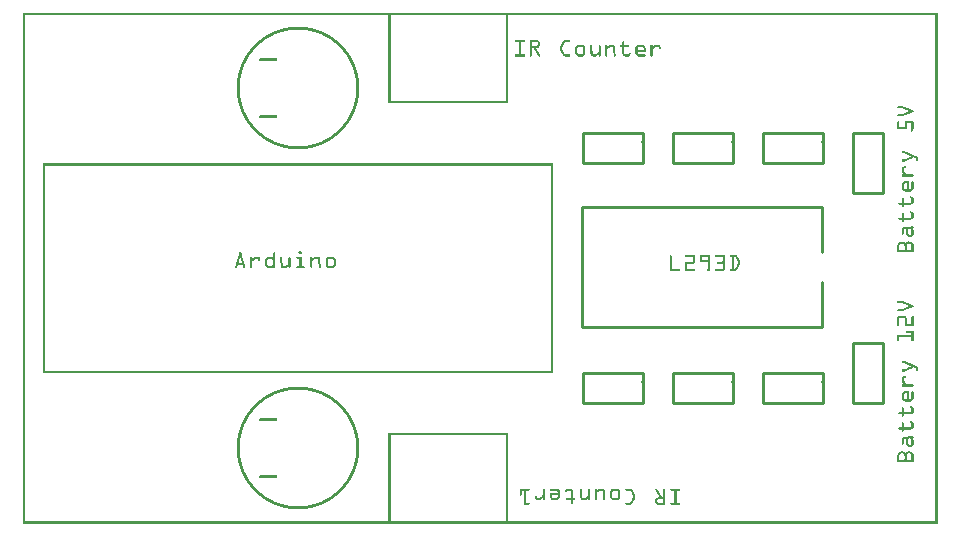
<source format=gto>
G04 MADE WITH FRITZING*
G04 WWW.FRITZING.ORG*
G04 DOUBLE SIDED*
G04 HOLES PLATED*
G04 CONTOUR ON CENTER OF CONTOUR VECTOR*
%ASAXBY*%
%FSLAX23Y23*%
%MOIN*%
%OFA0B0*%
%SFA1.0B1.0*%
%ADD10C,0.410000X0.39*%
%ADD11C,0.010000*%
%ADD12R,0.001000X0.001000*%
%LNSILK1*%
G90*
G70*
G54D10*
X918Y252D03*
X918Y1452D03*
G54D11*
X2664Y1056D02*
X1864Y1056D01*
D02*
X1864Y1056D02*
X1864Y656D01*
D02*
X1864Y656D02*
X2664Y656D01*
D02*
X2664Y1056D02*
X2664Y906D01*
D02*
X2664Y806D02*
X2664Y656D01*
D02*
X2068Y502D02*
X1868Y502D01*
D02*
X1868Y502D02*
X1868Y402D01*
D02*
X1868Y402D02*
X2068Y402D01*
D02*
X2068Y402D02*
X2068Y502D01*
D02*
X2368Y502D02*
X2168Y502D01*
D02*
X2168Y502D02*
X2168Y402D01*
D02*
X2168Y402D02*
X2368Y402D01*
D02*
X2368Y402D02*
X2368Y502D01*
D02*
X2668Y502D02*
X2468Y502D01*
D02*
X2468Y502D02*
X2468Y402D01*
D02*
X2468Y402D02*
X2668Y402D01*
D02*
X2668Y402D02*
X2668Y502D01*
D02*
X2668Y1302D02*
X2468Y1302D01*
D02*
X2468Y1302D02*
X2468Y1202D01*
D02*
X2468Y1202D02*
X2668Y1202D01*
D02*
X2668Y1202D02*
X2668Y1302D01*
D02*
X2368Y1302D02*
X2168Y1302D01*
D02*
X2168Y1302D02*
X2168Y1202D01*
D02*
X2168Y1202D02*
X2368Y1202D01*
D02*
X2368Y1202D02*
X2368Y1302D01*
D02*
X2068Y1302D02*
X1868Y1302D01*
D02*
X1868Y1302D02*
X1868Y1202D01*
D02*
X1868Y1202D02*
X2068Y1202D01*
D02*
X2068Y1202D02*
X2068Y1302D01*
D02*
X2768Y1302D02*
X2768Y1102D01*
D02*
X2768Y1102D02*
X2868Y1102D01*
D02*
X2868Y1102D02*
X2868Y1302D01*
D02*
X2868Y1302D02*
X2768Y1302D01*
D02*
X2768Y602D02*
X2768Y402D01*
D02*
X2768Y402D02*
X2868Y402D01*
D02*
X2868Y402D02*
X2868Y602D01*
D02*
X2868Y602D02*
X2768Y602D01*
G54D12*
X0Y1704D02*
X3048Y1704D01*
X0Y1703D02*
X3048Y1703D01*
X0Y1702D02*
X3048Y1702D01*
X0Y1701D02*
X3048Y1701D01*
X0Y1700D02*
X3048Y1700D01*
X0Y1699D02*
X3048Y1699D01*
X0Y1698D02*
X3048Y1698D01*
X0Y1697D02*
X3048Y1697D01*
X0Y1696D02*
X7Y1696D01*
X1218Y1696D02*
X1225Y1696D01*
X1610Y1696D02*
X1617Y1696D01*
X3041Y1696D02*
X3048Y1696D01*
X0Y1695D02*
X7Y1695D01*
X1218Y1695D02*
X1225Y1695D01*
X1610Y1695D02*
X1617Y1695D01*
X3041Y1695D02*
X3048Y1695D01*
X0Y1694D02*
X7Y1694D01*
X1218Y1694D02*
X1225Y1694D01*
X1610Y1694D02*
X1617Y1694D01*
X3041Y1694D02*
X3048Y1694D01*
X0Y1693D02*
X7Y1693D01*
X1218Y1693D02*
X1225Y1693D01*
X1610Y1693D02*
X1617Y1693D01*
X3041Y1693D02*
X3048Y1693D01*
X0Y1692D02*
X7Y1692D01*
X1218Y1692D02*
X1225Y1692D01*
X1610Y1692D02*
X1617Y1692D01*
X3041Y1692D02*
X3048Y1692D01*
X0Y1691D02*
X7Y1691D01*
X1218Y1691D02*
X1225Y1691D01*
X1610Y1691D02*
X1617Y1691D01*
X3041Y1691D02*
X3048Y1691D01*
X0Y1690D02*
X7Y1690D01*
X1218Y1690D02*
X1225Y1690D01*
X1610Y1690D02*
X1617Y1690D01*
X3041Y1690D02*
X3048Y1690D01*
X0Y1689D02*
X7Y1689D01*
X1218Y1689D02*
X1225Y1689D01*
X1610Y1689D02*
X1617Y1689D01*
X3041Y1689D02*
X3048Y1689D01*
X0Y1688D02*
X7Y1688D01*
X1218Y1688D02*
X1225Y1688D01*
X1610Y1688D02*
X1617Y1688D01*
X3041Y1688D02*
X3048Y1688D01*
X0Y1687D02*
X7Y1687D01*
X1218Y1687D02*
X1225Y1687D01*
X1610Y1687D02*
X1617Y1687D01*
X3041Y1687D02*
X3048Y1687D01*
X0Y1686D02*
X7Y1686D01*
X1218Y1686D02*
X1225Y1686D01*
X1610Y1686D02*
X1617Y1686D01*
X3041Y1686D02*
X3048Y1686D01*
X0Y1685D02*
X7Y1685D01*
X1218Y1685D02*
X1225Y1685D01*
X1610Y1685D02*
X1617Y1685D01*
X3041Y1685D02*
X3048Y1685D01*
X0Y1684D02*
X7Y1684D01*
X1218Y1684D02*
X1225Y1684D01*
X1610Y1684D02*
X1617Y1684D01*
X3041Y1684D02*
X3048Y1684D01*
X0Y1683D02*
X7Y1683D01*
X1218Y1683D02*
X1225Y1683D01*
X1610Y1683D02*
X1617Y1683D01*
X3041Y1683D02*
X3048Y1683D01*
X0Y1682D02*
X7Y1682D01*
X1218Y1682D02*
X1225Y1682D01*
X1610Y1682D02*
X1617Y1682D01*
X3041Y1682D02*
X3048Y1682D01*
X0Y1681D02*
X7Y1681D01*
X1218Y1681D02*
X1225Y1681D01*
X1610Y1681D02*
X1617Y1681D01*
X3041Y1681D02*
X3048Y1681D01*
X0Y1680D02*
X7Y1680D01*
X1218Y1680D02*
X1225Y1680D01*
X1610Y1680D02*
X1617Y1680D01*
X3041Y1680D02*
X3048Y1680D01*
X0Y1679D02*
X7Y1679D01*
X1218Y1679D02*
X1225Y1679D01*
X1610Y1679D02*
X1617Y1679D01*
X3041Y1679D02*
X3048Y1679D01*
X0Y1678D02*
X7Y1678D01*
X1218Y1678D02*
X1225Y1678D01*
X1610Y1678D02*
X1617Y1678D01*
X3041Y1678D02*
X3048Y1678D01*
X0Y1677D02*
X7Y1677D01*
X1218Y1677D02*
X1225Y1677D01*
X1610Y1677D02*
X1617Y1677D01*
X3041Y1677D02*
X3048Y1677D01*
X0Y1676D02*
X7Y1676D01*
X1218Y1676D02*
X1225Y1676D01*
X1610Y1676D02*
X1617Y1676D01*
X3041Y1676D02*
X3048Y1676D01*
X0Y1675D02*
X7Y1675D01*
X1218Y1675D02*
X1225Y1675D01*
X1610Y1675D02*
X1617Y1675D01*
X3041Y1675D02*
X3048Y1675D01*
X0Y1674D02*
X7Y1674D01*
X1218Y1674D02*
X1225Y1674D01*
X1610Y1674D02*
X1617Y1674D01*
X3041Y1674D02*
X3048Y1674D01*
X0Y1673D02*
X7Y1673D01*
X1218Y1673D02*
X1225Y1673D01*
X1610Y1673D02*
X1617Y1673D01*
X3041Y1673D02*
X3048Y1673D01*
X0Y1672D02*
X7Y1672D01*
X1218Y1672D02*
X1225Y1672D01*
X1610Y1672D02*
X1617Y1672D01*
X3041Y1672D02*
X3048Y1672D01*
X0Y1671D02*
X7Y1671D01*
X1218Y1671D02*
X1225Y1671D01*
X1610Y1671D02*
X1617Y1671D01*
X3041Y1671D02*
X3048Y1671D01*
X0Y1670D02*
X7Y1670D01*
X1218Y1670D02*
X1225Y1670D01*
X1610Y1670D02*
X1617Y1670D01*
X3041Y1670D02*
X3048Y1670D01*
X0Y1669D02*
X7Y1669D01*
X1218Y1669D02*
X1225Y1669D01*
X1610Y1669D02*
X1617Y1669D01*
X3041Y1669D02*
X3048Y1669D01*
X0Y1668D02*
X7Y1668D01*
X1218Y1668D02*
X1225Y1668D01*
X1610Y1668D02*
X1617Y1668D01*
X3041Y1668D02*
X3048Y1668D01*
X0Y1667D02*
X7Y1667D01*
X1218Y1667D02*
X1225Y1667D01*
X1610Y1667D02*
X1617Y1667D01*
X3041Y1667D02*
X3048Y1667D01*
X0Y1666D02*
X7Y1666D01*
X1218Y1666D02*
X1225Y1666D01*
X1610Y1666D02*
X1617Y1666D01*
X3041Y1666D02*
X3048Y1666D01*
X0Y1665D02*
X7Y1665D01*
X1218Y1665D02*
X1225Y1665D01*
X1610Y1665D02*
X1617Y1665D01*
X3041Y1665D02*
X3048Y1665D01*
X0Y1664D02*
X7Y1664D01*
X1218Y1664D02*
X1225Y1664D01*
X1610Y1664D02*
X1617Y1664D01*
X3041Y1664D02*
X3048Y1664D01*
X0Y1663D02*
X7Y1663D01*
X1218Y1663D02*
X1225Y1663D01*
X1610Y1663D02*
X1617Y1663D01*
X3041Y1663D02*
X3048Y1663D01*
X0Y1662D02*
X7Y1662D01*
X1218Y1662D02*
X1225Y1662D01*
X1610Y1662D02*
X1617Y1662D01*
X3041Y1662D02*
X3048Y1662D01*
X0Y1661D02*
X7Y1661D01*
X1218Y1661D02*
X1225Y1661D01*
X1610Y1661D02*
X1617Y1661D01*
X3041Y1661D02*
X3048Y1661D01*
X0Y1660D02*
X7Y1660D01*
X1218Y1660D02*
X1225Y1660D01*
X1610Y1660D02*
X1617Y1660D01*
X3041Y1660D02*
X3048Y1660D01*
X0Y1659D02*
X7Y1659D01*
X1218Y1659D02*
X1225Y1659D01*
X1610Y1659D02*
X1617Y1659D01*
X3041Y1659D02*
X3048Y1659D01*
X0Y1658D02*
X7Y1658D01*
X1218Y1658D02*
X1225Y1658D01*
X1610Y1658D02*
X1617Y1658D01*
X3041Y1658D02*
X3048Y1658D01*
X0Y1657D02*
X7Y1657D01*
X1218Y1657D02*
X1225Y1657D01*
X1610Y1657D02*
X1617Y1657D01*
X3041Y1657D02*
X3048Y1657D01*
X0Y1656D02*
X7Y1656D01*
X1218Y1656D02*
X1225Y1656D01*
X1610Y1656D02*
X1617Y1656D01*
X3041Y1656D02*
X3048Y1656D01*
X0Y1655D02*
X7Y1655D01*
X1218Y1655D02*
X1225Y1655D01*
X1610Y1655D02*
X1617Y1655D01*
X3041Y1655D02*
X3048Y1655D01*
X0Y1654D02*
X7Y1654D01*
X1218Y1654D02*
X1225Y1654D01*
X1610Y1654D02*
X1617Y1654D01*
X3041Y1654D02*
X3048Y1654D01*
X0Y1653D02*
X7Y1653D01*
X1218Y1653D02*
X1225Y1653D01*
X1610Y1653D02*
X1617Y1653D01*
X3041Y1653D02*
X3048Y1653D01*
X0Y1652D02*
X7Y1652D01*
X1218Y1652D02*
X1225Y1652D01*
X1610Y1652D02*
X1617Y1652D01*
X3041Y1652D02*
X3048Y1652D01*
X0Y1651D02*
X7Y1651D01*
X1218Y1651D02*
X1225Y1651D01*
X1610Y1651D02*
X1617Y1651D01*
X3041Y1651D02*
X3048Y1651D01*
X0Y1650D02*
X7Y1650D01*
X1218Y1650D02*
X1225Y1650D01*
X1610Y1650D02*
X1617Y1650D01*
X3041Y1650D02*
X3048Y1650D01*
X0Y1649D02*
X7Y1649D01*
X1218Y1649D02*
X1225Y1649D01*
X1610Y1649D02*
X1617Y1649D01*
X3041Y1649D02*
X3048Y1649D01*
X0Y1648D02*
X7Y1648D01*
X1218Y1648D02*
X1225Y1648D01*
X1610Y1648D02*
X1617Y1648D01*
X3041Y1648D02*
X3048Y1648D01*
X0Y1647D02*
X7Y1647D01*
X1218Y1647D02*
X1225Y1647D01*
X1610Y1647D02*
X1617Y1647D01*
X3041Y1647D02*
X3048Y1647D01*
X0Y1646D02*
X7Y1646D01*
X1218Y1646D02*
X1225Y1646D01*
X1610Y1646D02*
X1617Y1646D01*
X3041Y1646D02*
X3048Y1646D01*
X0Y1645D02*
X7Y1645D01*
X1218Y1645D02*
X1225Y1645D01*
X1610Y1645D02*
X1617Y1645D01*
X3041Y1645D02*
X3048Y1645D01*
X0Y1644D02*
X7Y1644D01*
X1218Y1644D02*
X1225Y1644D01*
X1610Y1644D02*
X1617Y1644D01*
X3041Y1644D02*
X3048Y1644D01*
X0Y1643D02*
X7Y1643D01*
X1218Y1643D02*
X1225Y1643D01*
X1610Y1643D02*
X1617Y1643D01*
X3041Y1643D02*
X3048Y1643D01*
X0Y1642D02*
X7Y1642D01*
X1218Y1642D02*
X1225Y1642D01*
X1610Y1642D02*
X1617Y1642D01*
X3041Y1642D02*
X3048Y1642D01*
X0Y1641D02*
X7Y1641D01*
X1218Y1641D02*
X1225Y1641D01*
X1610Y1641D02*
X1617Y1641D01*
X3041Y1641D02*
X3048Y1641D01*
X0Y1640D02*
X7Y1640D01*
X1218Y1640D02*
X1225Y1640D01*
X1610Y1640D02*
X1617Y1640D01*
X3041Y1640D02*
X3048Y1640D01*
X0Y1639D02*
X7Y1639D01*
X1218Y1639D02*
X1225Y1639D01*
X1610Y1639D02*
X1617Y1639D01*
X3041Y1639D02*
X3048Y1639D01*
X0Y1638D02*
X7Y1638D01*
X1218Y1638D02*
X1225Y1638D01*
X1610Y1638D02*
X1617Y1638D01*
X3041Y1638D02*
X3048Y1638D01*
X0Y1637D02*
X7Y1637D01*
X1218Y1637D02*
X1225Y1637D01*
X1610Y1637D02*
X1617Y1637D01*
X3041Y1637D02*
X3048Y1637D01*
X0Y1636D02*
X7Y1636D01*
X1218Y1636D02*
X1225Y1636D01*
X1610Y1636D02*
X1617Y1636D01*
X3041Y1636D02*
X3048Y1636D01*
X0Y1635D02*
X7Y1635D01*
X1218Y1635D02*
X1225Y1635D01*
X1610Y1635D02*
X1617Y1635D01*
X3041Y1635D02*
X3048Y1635D01*
X0Y1634D02*
X7Y1634D01*
X1218Y1634D02*
X1225Y1634D01*
X1610Y1634D02*
X1617Y1634D01*
X3041Y1634D02*
X3048Y1634D01*
X0Y1633D02*
X7Y1633D01*
X1218Y1633D02*
X1225Y1633D01*
X1610Y1633D02*
X1617Y1633D01*
X3041Y1633D02*
X3048Y1633D01*
X0Y1632D02*
X7Y1632D01*
X1218Y1632D02*
X1225Y1632D01*
X1610Y1632D02*
X1617Y1632D01*
X3041Y1632D02*
X3048Y1632D01*
X0Y1631D02*
X7Y1631D01*
X1218Y1631D02*
X1225Y1631D01*
X1610Y1631D02*
X1617Y1631D01*
X3041Y1631D02*
X3048Y1631D01*
X0Y1630D02*
X7Y1630D01*
X1218Y1630D02*
X1225Y1630D01*
X1610Y1630D02*
X1617Y1630D01*
X3041Y1630D02*
X3048Y1630D01*
X0Y1629D02*
X7Y1629D01*
X1218Y1629D02*
X1225Y1629D01*
X1610Y1629D02*
X1617Y1629D01*
X3041Y1629D02*
X3048Y1629D01*
X0Y1628D02*
X7Y1628D01*
X1218Y1628D02*
X1225Y1628D01*
X1610Y1628D02*
X1617Y1628D01*
X3041Y1628D02*
X3048Y1628D01*
X0Y1627D02*
X7Y1627D01*
X1218Y1627D02*
X1225Y1627D01*
X1610Y1627D02*
X1617Y1627D01*
X3041Y1627D02*
X3048Y1627D01*
X0Y1626D02*
X7Y1626D01*
X1218Y1626D02*
X1225Y1626D01*
X1610Y1626D02*
X1617Y1626D01*
X3041Y1626D02*
X3048Y1626D01*
X0Y1625D02*
X7Y1625D01*
X1218Y1625D02*
X1225Y1625D01*
X1610Y1625D02*
X1617Y1625D01*
X3041Y1625D02*
X3048Y1625D01*
X0Y1624D02*
X7Y1624D01*
X1218Y1624D02*
X1225Y1624D01*
X1610Y1624D02*
X1617Y1624D01*
X3041Y1624D02*
X3048Y1624D01*
X0Y1623D02*
X7Y1623D01*
X1218Y1623D02*
X1225Y1623D01*
X1610Y1623D02*
X1617Y1623D01*
X3041Y1623D02*
X3048Y1623D01*
X0Y1622D02*
X7Y1622D01*
X1218Y1622D02*
X1225Y1622D01*
X1610Y1622D02*
X1617Y1622D01*
X3041Y1622D02*
X3048Y1622D01*
X0Y1621D02*
X7Y1621D01*
X1218Y1621D02*
X1225Y1621D01*
X1610Y1621D02*
X1617Y1621D01*
X3041Y1621D02*
X3048Y1621D01*
X0Y1620D02*
X7Y1620D01*
X1218Y1620D02*
X1225Y1620D01*
X1610Y1620D02*
X1617Y1620D01*
X3041Y1620D02*
X3048Y1620D01*
X0Y1619D02*
X7Y1619D01*
X1218Y1619D02*
X1225Y1619D01*
X1610Y1619D02*
X1617Y1619D01*
X3041Y1619D02*
X3048Y1619D01*
X0Y1618D02*
X7Y1618D01*
X1218Y1618D02*
X1225Y1618D01*
X1610Y1618D02*
X1617Y1618D01*
X3041Y1618D02*
X3048Y1618D01*
X0Y1617D02*
X7Y1617D01*
X1218Y1617D02*
X1225Y1617D01*
X1610Y1617D02*
X1617Y1617D01*
X3041Y1617D02*
X3048Y1617D01*
X0Y1616D02*
X7Y1616D01*
X1218Y1616D02*
X1225Y1616D01*
X1610Y1616D02*
X1617Y1616D01*
X3041Y1616D02*
X3048Y1616D01*
X0Y1615D02*
X7Y1615D01*
X1218Y1615D02*
X1225Y1615D01*
X1610Y1615D02*
X1617Y1615D01*
X3041Y1615D02*
X3048Y1615D01*
X0Y1614D02*
X7Y1614D01*
X1218Y1614D02*
X1225Y1614D01*
X1610Y1614D02*
X1617Y1614D01*
X3041Y1614D02*
X3048Y1614D01*
X0Y1613D02*
X7Y1613D01*
X1218Y1613D02*
X1225Y1613D01*
X1610Y1613D02*
X1617Y1613D01*
X3041Y1613D02*
X3048Y1613D01*
X0Y1612D02*
X7Y1612D01*
X1218Y1612D02*
X1225Y1612D01*
X1610Y1612D02*
X1617Y1612D01*
X1642Y1612D02*
X1672Y1612D01*
X1690Y1612D02*
X1717Y1612D01*
X1805Y1612D02*
X1823Y1612D01*
X3041Y1612D02*
X3048Y1612D01*
X0Y1611D02*
X7Y1611D01*
X1218Y1611D02*
X1225Y1611D01*
X1610Y1611D02*
X1617Y1611D01*
X1641Y1611D02*
X1673Y1611D01*
X1690Y1611D02*
X1719Y1611D01*
X1803Y1611D02*
X1824Y1611D01*
X3041Y1611D02*
X3048Y1611D01*
X0Y1610D02*
X7Y1610D01*
X1218Y1610D02*
X1225Y1610D01*
X1610Y1610D02*
X1617Y1610D01*
X1640Y1610D02*
X1673Y1610D01*
X1690Y1610D02*
X1720Y1610D01*
X1802Y1610D02*
X1824Y1610D01*
X3041Y1610D02*
X3048Y1610D01*
X0Y1609D02*
X7Y1609D01*
X1218Y1609D02*
X1225Y1609D01*
X1610Y1609D02*
X1617Y1609D01*
X1640Y1609D02*
X1674Y1609D01*
X1690Y1609D02*
X1721Y1609D01*
X1801Y1609D02*
X1824Y1609D01*
X2000Y1609D02*
X2003Y1609D01*
X3041Y1609D02*
X3048Y1609D01*
X0Y1608D02*
X7Y1608D01*
X1218Y1608D02*
X1225Y1608D01*
X1610Y1608D02*
X1617Y1608D01*
X1640Y1608D02*
X1673Y1608D01*
X1690Y1608D02*
X1722Y1608D01*
X1800Y1608D02*
X1824Y1608D01*
X1999Y1608D02*
X2004Y1608D01*
X3041Y1608D02*
X3048Y1608D01*
X0Y1607D02*
X7Y1607D01*
X1218Y1607D02*
X1225Y1607D01*
X1610Y1607D02*
X1617Y1607D01*
X1641Y1607D02*
X1673Y1607D01*
X1690Y1607D02*
X1722Y1607D01*
X1799Y1607D02*
X1823Y1607D01*
X1998Y1607D02*
X2004Y1607D01*
X3041Y1607D02*
X3048Y1607D01*
X0Y1606D02*
X7Y1606D01*
X1218Y1606D02*
X1225Y1606D01*
X1610Y1606D02*
X1617Y1606D01*
X1642Y1606D02*
X1671Y1606D01*
X1690Y1606D02*
X1723Y1606D01*
X1799Y1606D02*
X1822Y1606D01*
X1998Y1606D02*
X2004Y1606D01*
X3041Y1606D02*
X3048Y1606D01*
X0Y1605D02*
X7Y1605D01*
X1218Y1605D02*
X1225Y1605D01*
X1610Y1605D02*
X1617Y1605D01*
X1654Y1605D02*
X1660Y1605D01*
X1690Y1605D02*
X1696Y1605D01*
X1716Y1605D02*
X1723Y1605D01*
X1798Y1605D02*
X1806Y1605D01*
X1998Y1605D02*
X2004Y1605D01*
X3041Y1605D02*
X3048Y1605D01*
X0Y1604D02*
X7Y1604D01*
X1218Y1604D02*
X1225Y1604D01*
X1610Y1604D02*
X1617Y1604D01*
X1654Y1604D02*
X1660Y1604D01*
X1690Y1604D02*
X1696Y1604D01*
X1717Y1604D02*
X1724Y1604D01*
X1798Y1604D02*
X1805Y1604D01*
X1998Y1604D02*
X2004Y1604D01*
X3041Y1604D02*
X3048Y1604D01*
X0Y1603D02*
X7Y1603D01*
X1218Y1603D02*
X1225Y1603D01*
X1610Y1603D02*
X1617Y1603D01*
X1654Y1603D02*
X1660Y1603D01*
X1690Y1603D02*
X1696Y1603D01*
X1718Y1603D02*
X1724Y1603D01*
X1797Y1603D02*
X1804Y1603D01*
X1998Y1603D02*
X2004Y1603D01*
X3041Y1603D02*
X3048Y1603D01*
X0Y1602D02*
X7Y1602D01*
X1218Y1602D02*
X1225Y1602D01*
X1610Y1602D02*
X1617Y1602D01*
X1654Y1602D02*
X1660Y1602D01*
X1690Y1602D02*
X1696Y1602D01*
X1718Y1602D02*
X1724Y1602D01*
X1797Y1602D02*
X1804Y1602D01*
X1998Y1602D02*
X2004Y1602D01*
X3041Y1602D02*
X3048Y1602D01*
X0Y1601D02*
X7Y1601D01*
X1218Y1601D02*
X1225Y1601D01*
X1610Y1601D02*
X1617Y1601D01*
X1654Y1601D02*
X1660Y1601D01*
X1690Y1601D02*
X1696Y1601D01*
X1718Y1601D02*
X1724Y1601D01*
X1796Y1601D02*
X1803Y1601D01*
X1998Y1601D02*
X2004Y1601D01*
X3041Y1601D02*
X3048Y1601D01*
X0Y1600D02*
X7Y1600D01*
X1218Y1600D02*
X1225Y1600D01*
X1610Y1600D02*
X1617Y1600D01*
X1654Y1600D02*
X1660Y1600D01*
X1690Y1600D02*
X1696Y1600D01*
X1718Y1600D02*
X1724Y1600D01*
X1796Y1600D02*
X1803Y1600D01*
X1998Y1600D02*
X2004Y1600D01*
X3041Y1600D02*
X3048Y1600D01*
X0Y1599D02*
X7Y1599D01*
X1218Y1599D02*
X1225Y1599D01*
X1610Y1599D02*
X1617Y1599D01*
X1654Y1599D02*
X1660Y1599D01*
X1690Y1599D02*
X1696Y1599D01*
X1718Y1599D02*
X1724Y1599D01*
X1795Y1599D02*
X1802Y1599D01*
X1998Y1599D02*
X2004Y1599D01*
X3041Y1599D02*
X3048Y1599D01*
X0Y1598D02*
X7Y1598D01*
X1218Y1598D02*
X1225Y1598D01*
X1610Y1598D02*
X1617Y1598D01*
X1654Y1598D02*
X1660Y1598D01*
X1690Y1598D02*
X1696Y1598D01*
X1718Y1598D02*
X1724Y1598D01*
X1795Y1598D02*
X1802Y1598D01*
X1998Y1598D02*
X2005Y1598D01*
X3041Y1598D02*
X3048Y1598D01*
X0Y1597D02*
X7Y1597D01*
X1218Y1597D02*
X1225Y1597D01*
X1610Y1597D02*
X1617Y1597D01*
X1654Y1597D02*
X1660Y1597D01*
X1690Y1597D02*
X1696Y1597D01*
X1717Y1597D02*
X1724Y1597D01*
X1794Y1597D02*
X1801Y1597D01*
X1849Y1597D02*
X1866Y1597D01*
X1892Y1597D02*
X1896Y1597D01*
X1920Y1597D02*
X1923Y1597D01*
X1942Y1597D02*
X1946Y1597D01*
X1957Y1597D02*
X1968Y1597D01*
X1993Y1597D02*
X2020Y1597D01*
X2050Y1597D02*
X2066Y1597D01*
X2093Y1597D02*
X2097Y1597D01*
X2107Y1597D02*
X2119Y1597D01*
X3041Y1597D02*
X3048Y1597D01*
X0Y1596D02*
X7Y1596D01*
X1218Y1596D02*
X1225Y1596D01*
X1610Y1596D02*
X1617Y1596D01*
X1654Y1596D02*
X1660Y1596D01*
X1690Y1596D02*
X1696Y1596D01*
X1717Y1596D02*
X1723Y1596D01*
X1794Y1596D02*
X1801Y1596D01*
X1848Y1596D02*
X1867Y1596D01*
X1891Y1596D02*
X1897Y1596D01*
X1919Y1596D02*
X1924Y1596D01*
X1942Y1596D02*
X1947Y1596D01*
X1954Y1596D02*
X1969Y1596D01*
X1992Y1596D02*
X2021Y1596D01*
X2049Y1596D02*
X2068Y1596D01*
X2092Y1596D02*
X2097Y1596D01*
X2105Y1596D02*
X2121Y1596D01*
X3041Y1596D02*
X3048Y1596D01*
X0Y1595D02*
X7Y1595D01*
X1218Y1595D02*
X1225Y1595D01*
X1610Y1595D02*
X1617Y1595D01*
X1654Y1595D02*
X1660Y1595D01*
X1690Y1595D02*
X1697Y1595D01*
X1714Y1595D02*
X1723Y1595D01*
X1793Y1595D02*
X1800Y1595D01*
X1846Y1595D02*
X1869Y1595D01*
X1891Y1595D02*
X1897Y1595D01*
X1919Y1595D02*
X1924Y1595D01*
X1941Y1595D02*
X1947Y1595D01*
X1953Y1595D02*
X1971Y1595D01*
X1992Y1595D02*
X2021Y1595D01*
X2047Y1595D02*
X2070Y1595D01*
X2092Y1595D02*
X2098Y1595D01*
X2104Y1595D02*
X2122Y1595D01*
X3041Y1595D02*
X3048Y1595D01*
X0Y1594D02*
X7Y1594D01*
X1218Y1594D02*
X1225Y1594D01*
X1610Y1594D02*
X1617Y1594D01*
X1654Y1594D02*
X1660Y1594D01*
X1690Y1594D02*
X1723Y1594D01*
X1793Y1594D02*
X1800Y1594D01*
X1845Y1594D02*
X1870Y1594D01*
X1891Y1594D02*
X1897Y1594D01*
X1919Y1594D02*
X1925Y1594D01*
X1941Y1594D02*
X1947Y1594D01*
X1951Y1594D02*
X1972Y1594D01*
X1991Y1594D02*
X2021Y1594D01*
X2046Y1594D02*
X2071Y1594D01*
X2092Y1594D02*
X2098Y1594D01*
X2103Y1594D02*
X2123Y1594D01*
X3041Y1594D02*
X3048Y1594D01*
X0Y1593D02*
X7Y1593D01*
X1218Y1593D02*
X1225Y1593D01*
X1610Y1593D02*
X1617Y1593D01*
X1654Y1593D02*
X1660Y1593D01*
X1690Y1593D02*
X1722Y1593D01*
X1792Y1593D02*
X1799Y1593D01*
X1844Y1593D02*
X1871Y1593D01*
X1891Y1593D02*
X1897Y1593D01*
X1919Y1593D02*
X1925Y1593D01*
X1941Y1593D02*
X1947Y1593D01*
X1950Y1593D02*
X1972Y1593D01*
X1992Y1593D02*
X2021Y1593D01*
X2045Y1593D02*
X2072Y1593D01*
X2092Y1593D02*
X2098Y1593D01*
X2102Y1593D02*
X2124Y1593D01*
X3041Y1593D02*
X3048Y1593D01*
X0Y1592D02*
X7Y1592D01*
X1218Y1592D02*
X1225Y1592D01*
X1610Y1592D02*
X1617Y1592D01*
X1654Y1592D02*
X1660Y1592D01*
X1690Y1592D02*
X1721Y1592D01*
X1792Y1592D02*
X1799Y1592D01*
X1843Y1592D02*
X1872Y1592D01*
X1891Y1592D02*
X1897Y1592D01*
X1919Y1592D02*
X1925Y1592D01*
X1941Y1592D02*
X1973Y1592D01*
X1992Y1592D02*
X2020Y1592D01*
X2044Y1592D02*
X2073Y1592D01*
X2092Y1592D02*
X2098Y1592D01*
X2101Y1592D02*
X2124Y1592D01*
X3041Y1592D02*
X3048Y1592D01*
X0Y1591D02*
X7Y1591D01*
X1218Y1591D02*
X1225Y1591D01*
X1610Y1591D02*
X1617Y1591D01*
X1654Y1591D02*
X1660Y1591D01*
X1690Y1591D02*
X1721Y1591D01*
X1792Y1591D02*
X1798Y1591D01*
X1843Y1591D02*
X1873Y1591D01*
X1891Y1591D02*
X1897Y1591D01*
X1919Y1591D02*
X1925Y1591D01*
X1941Y1591D02*
X1973Y1591D01*
X1994Y1591D02*
X2018Y1591D01*
X2043Y1591D02*
X2073Y1591D01*
X2092Y1591D02*
X2098Y1591D01*
X2100Y1591D02*
X2125Y1591D01*
X3041Y1591D02*
X3048Y1591D01*
X0Y1590D02*
X7Y1590D01*
X1218Y1590D02*
X1225Y1590D01*
X1610Y1590D02*
X1617Y1590D01*
X1654Y1590D02*
X1660Y1590D01*
X1690Y1590D02*
X1719Y1590D01*
X1791Y1590D02*
X1798Y1590D01*
X1842Y1590D02*
X1850Y1590D01*
X1865Y1590D02*
X1873Y1590D01*
X1891Y1590D02*
X1897Y1590D01*
X1919Y1590D02*
X1925Y1590D01*
X1941Y1590D02*
X1957Y1590D01*
X1967Y1590D02*
X1974Y1590D01*
X1998Y1590D02*
X2004Y1590D01*
X2043Y1590D02*
X2051Y1590D01*
X2066Y1590D02*
X2074Y1590D01*
X2092Y1590D02*
X2108Y1590D01*
X2118Y1590D02*
X2125Y1590D01*
X3041Y1590D02*
X3048Y1590D01*
X0Y1589D02*
X7Y1589D01*
X1218Y1589D02*
X1225Y1589D01*
X1610Y1589D02*
X1617Y1589D01*
X1654Y1589D02*
X1660Y1589D01*
X1690Y1589D02*
X1718Y1589D01*
X1791Y1589D02*
X1797Y1589D01*
X1842Y1589D02*
X1849Y1589D01*
X1866Y1589D02*
X1874Y1589D01*
X1891Y1589D02*
X1897Y1589D01*
X1919Y1589D02*
X1925Y1589D01*
X1941Y1589D02*
X1956Y1589D01*
X1967Y1589D02*
X1974Y1589D01*
X1998Y1589D02*
X2004Y1589D01*
X2042Y1589D02*
X2050Y1589D01*
X2067Y1589D02*
X2074Y1589D01*
X2092Y1589D02*
X2107Y1589D01*
X2119Y1589D02*
X2125Y1589D01*
X3041Y1589D02*
X3048Y1589D01*
X0Y1588D02*
X7Y1588D01*
X1218Y1588D02*
X1225Y1588D01*
X1610Y1588D02*
X1617Y1588D01*
X1654Y1588D02*
X1660Y1588D01*
X1690Y1588D02*
X1714Y1588D01*
X1791Y1588D02*
X1797Y1588D01*
X1841Y1588D02*
X1848Y1588D01*
X1867Y1588D02*
X1874Y1588D01*
X1891Y1588D02*
X1897Y1588D01*
X1919Y1588D02*
X1925Y1588D01*
X1941Y1588D02*
X1954Y1588D01*
X1968Y1588D02*
X1974Y1588D01*
X1998Y1588D02*
X2004Y1588D01*
X2042Y1588D02*
X2049Y1588D01*
X2068Y1588D02*
X2075Y1588D01*
X2092Y1588D02*
X2106Y1588D01*
X2119Y1588D02*
X2125Y1588D01*
X3041Y1588D02*
X3048Y1588D01*
X0Y1587D02*
X7Y1587D01*
X1218Y1587D02*
X1225Y1587D01*
X1610Y1587D02*
X1617Y1587D01*
X1654Y1587D02*
X1660Y1587D01*
X1690Y1587D02*
X1696Y1587D01*
X1703Y1587D02*
X1710Y1587D01*
X1791Y1587D02*
X1797Y1587D01*
X1841Y1587D02*
X1847Y1587D01*
X1868Y1587D02*
X1874Y1587D01*
X1891Y1587D02*
X1897Y1587D01*
X1919Y1587D02*
X1925Y1587D01*
X1941Y1587D02*
X1952Y1587D01*
X1968Y1587D02*
X1974Y1587D01*
X1998Y1587D02*
X2004Y1587D01*
X2042Y1587D02*
X2048Y1587D01*
X2069Y1587D02*
X2075Y1587D01*
X2092Y1587D02*
X2105Y1587D01*
X2119Y1587D02*
X2125Y1587D01*
X3041Y1587D02*
X3048Y1587D01*
X0Y1586D02*
X7Y1586D01*
X1218Y1586D02*
X1225Y1586D01*
X1610Y1586D02*
X1617Y1586D01*
X1654Y1586D02*
X1660Y1586D01*
X1690Y1586D02*
X1696Y1586D01*
X1703Y1586D02*
X1710Y1586D01*
X1791Y1586D02*
X1797Y1586D01*
X1841Y1586D02*
X1847Y1586D01*
X1868Y1586D02*
X1874Y1586D01*
X1891Y1586D02*
X1897Y1586D01*
X1919Y1586D02*
X1925Y1586D01*
X1941Y1586D02*
X1951Y1586D01*
X1968Y1586D02*
X1974Y1586D01*
X1998Y1586D02*
X2004Y1586D01*
X2042Y1586D02*
X2048Y1586D01*
X2069Y1586D02*
X2075Y1586D01*
X2092Y1586D02*
X2104Y1586D01*
X2119Y1586D02*
X2125Y1586D01*
X3041Y1586D02*
X3048Y1586D01*
X0Y1585D02*
X7Y1585D01*
X1218Y1585D02*
X1225Y1585D01*
X1610Y1585D02*
X1617Y1585D01*
X1654Y1585D02*
X1660Y1585D01*
X1690Y1585D02*
X1696Y1585D01*
X1704Y1585D02*
X1711Y1585D01*
X1791Y1585D02*
X1797Y1585D01*
X1841Y1585D02*
X1847Y1585D01*
X1868Y1585D02*
X1874Y1585D01*
X1891Y1585D02*
X1897Y1585D01*
X1919Y1585D02*
X1925Y1585D01*
X1941Y1585D02*
X1949Y1585D01*
X1968Y1585D02*
X1974Y1585D01*
X1998Y1585D02*
X2004Y1585D01*
X2042Y1585D02*
X2048Y1585D01*
X2069Y1585D02*
X2075Y1585D01*
X2092Y1585D02*
X2102Y1585D01*
X2119Y1585D02*
X2125Y1585D01*
X3041Y1585D02*
X3048Y1585D01*
X0Y1584D02*
X7Y1584D01*
X1218Y1584D02*
X1225Y1584D01*
X1610Y1584D02*
X1617Y1584D01*
X1654Y1584D02*
X1660Y1584D01*
X1690Y1584D02*
X1696Y1584D01*
X1704Y1584D02*
X1711Y1584D01*
X1791Y1584D02*
X1797Y1584D01*
X1841Y1584D02*
X1847Y1584D01*
X1868Y1584D02*
X1874Y1584D01*
X1891Y1584D02*
X1897Y1584D01*
X1919Y1584D02*
X1925Y1584D01*
X1941Y1584D02*
X1948Y1584D01*
X1968Y1584D02*
X1974Y1584D01*
X1998Y1584D02*
X2004Y1584D01*
X2042Y1584D02*
X2048Y1584D01*
X2069Y1584D02*
X2075Y1584D01*
X2092Y1584D02*
X2101Y1584D01*
X2120Y1584D02*
X2125Y1584D01*
X3041Y1584D02*
X3048Y1584D01*
X0Y1583D02*
X7Y1583D01*
X1218Y1583D02*
X1225Y1583D01*
X1610Y1583D02*
X1617Y1583D01*
X1654Y1583D02*
X1660Y1583D01*
X1690Y1583D02*
X1696Y1583D01*
X1705Y1583D02*
X1712Y1583D01*
X1791Y1583D02*
X1797Y1583D01*
X1841Y1583D02*
X1847Y1583D01*
X1868Y1583D02*
X1874Y1583D01*
X1891Y1583D02*
X1897Y1583D01*
X1919Y1583D02*
X1925Y1583D01*
X1941Y1583D02*
X1947Y1583D01*
X1968Y1583D02*
X1974Y1583D01*
X1998Y1583D02*
X2004Y1583D01*
X2042Y1583D02*
X2048Y1583D01*
X2069Y1583D02*
X2075Y1583D01*
X2092Y1583D02*
X2100Y1583D01*
X2121Y1583D02*
X2124Y1583D01*
X3041Y1583D02*
X3048Y1583D01*
X0Y1582D02*
X7Y1582D01*
X1218Y1582D02*
X1225Y1582D01*
X1610Y1582D02*
X1617Y1582D01*
X1654Y1582D02*
X1660Y1582D01*
X1690Y1582D02*
X1696Y1582D01*
X1705Y1582D02*
X1713Y1582D01*
X1791Y1582D02*
X1797Y1582D01*
X1841Y1582D02*
X1847Y1582D01*
X1868Y1582D02*
X1874Y1582D01*
X1891Y1582D02*
X1897Y1582D01*
X1919Y1582D02*
X1925Y1582D01*
X1941Y1582D02*
X1947Y1582D01*
X1968Y1582D02*
X1974Y1582D01*
X1998Y1582D02*
X2004Y1582D01*
X2042Y1582D02*
X2048Y1582D01*
X2069Y1582D02*
X2075Y1582D01*
X2092Y1582D02*
X2099Y1582D01*
X3041Y1582D02*
X3048Y1582D01*
X0Y1581D02*
X7Y1581D01*
X1218Y1581D02*
X1225Y1581D01*
X1610Y1581D02*
X1617Y1581D01*
X1654Y1581D02*
X1660Y1581D01*
X1690Y1581D02*
X1696Y1581D01*
X1706Y1581D02*
X1713Y1581D01*
X1791Y1581D02*
X1798Y1581D01*
X1841Y1581D02*
X1847Y1581D01*
X1868Y1581D02*
X1874Y1581D01*
X1891Y1581D02*
X1897Y1581D01*
X1919Y1581D02*
X1925Y1581D01*
X1941Y1581D02*
X1947Y1581D01*
X1968Y1581D02*
X1974Y1581D01*
X1998Y1581D02*
X2004Y1581D01*
X2042Y1581D02*
X2048Y1581D01*
X2069Y1581D02*
X2075Y1581D01*
X2092Y1581D02*
X2098Y1581D01*
X3041Y1581D02*
X3048Y1581D01*
X0Y1580D02*
X7Y1580D01*
X1218Y1580D02*
X1225Y1580D01*
X1610Y1580D02*
X1617Y1580D01*
X1654Y1580D02*
X1660Y1580D01*
X1690Y1580D02*
X1696Y1580D01*
X1707Y1580D02*
X1714Y1580D01*
X1792Y1580D02*
X1798Y1580D01*
X1841Y1580D02*
X1847Y1580D01*
X1868Y1580D02*
X1874Y1580D01*
X1891Y1580D02*
X1897Y1580D01*
X1919Y1580D02*
X1925Y1580D01*
X1941Y1580D02*
X1947Y1580D01*
X1968Y1580D02*
X1974Y1580D01*
X1998Y1580D02*
X2004Y1580D01*
X2042Y1580D02*
X2075Y1580D01*
X2092Y1580D02*
X2098Y1580D01*
X3041Y1580D02*
X3048Y1580D01*
X0Y1579D02*
X7Y1579D01*
X1218Y1579D02*
X1225Y1579D01*
X1610Y1579D02*
X1617Y1579D01*
X1654Y1579D02*
X1660Y1579D01*
X1690Y1579D02*
X1696Y1579D01*
X1707Y1579D02*
X1714Y1579D01*
X1792Y1579D02*
X1799Y1579D01*
X1841Y1579D02*
X1847Y1579D01*
X1868Y1579D02*
X1874Y1579D01*
X1891Y1579D02*
X1897Y1579D01*
X1919Y1579D02*
X1925Y1579D01*
X1941Y1579D02*
X1947Y1579D01*
X1968Y1579D02*
X1974Y1579D01*
X1998Y1579D02*
X2004Y1579D01*
X2042Y1579D02*
X2075Y1579D01*
X2092Y1579D02*
X2098Y1579D01*
X3041Y1579D02*
X3048Y1579D01*
X0Y1578D02*
X7Y1578D01*
X1218Y1578D02*
X1225Y1578D01*
X1610Y1578D02*
X1617Y1578D01*
X1654Y1578D02*
X1660Y1578D01*
X1690Y1578D02*
X1696Y1578D01*
X1708Y1578D02*
X1715Y1578D01*
X1792Y1578D02*
X1799Y1578D01*
X1841Y1578D02*
X1847Y1578D01*
X1868Y1578D02*
X1874Y1578D01*
X1892Y1578D02*
X1898Y1578D01*
X1919Y1578D02*
X1925Y1578D01*
X1941Y1578D02*
X1947Y1578D01*
X1968Y1578D02*
X1974Y1578D01*
X1998Y1578D02*
X2004Y1578D01*
X2042Y1578D02*
X2075Y1578D01*
X2092Y1578D02*
X2098Y1578D01*
X3041Y1578D02*
X3048Y1578D01*
X0Y1577D02*
X7Y1577D01*
X1218Y1577D02*
X1225Y1577D01*
X1610Y1577D02*
X1617Y1577D01*
X1654Y1577D02*
X1660Y1577D01*
X1690Y1577D02*
X1696Y1577D01*
X1708Y1577D02*
X1716Y1577D01*
X1793Y1577D02*
X1800Y1577D01*
X1841Y1577D02*
X1847Y1577D01*
X1868Y1577D02*
X1874Y1577D01*
X1892Y1577D02*
X1898Y1577D01*
X1919Y1577D02*
X1925Y1577D01*
X1941Y1577D02*
X1947Y1577D01*
X1968Y1577D02*
X1974Y1577D01*
X1998Y1577D02*
X2004Y1577D01*
X2042Y1577D02*
X2075Y1577D01*
X2092Y1577D02*
X2098Y1577D01*
X3041Y1577D02*
X3048Y1577D01*
X0Y1576D02*
X7Y1576D01*
X1218Y1576D02*
X1225Y1576D01*
X1610Y1576D02*
X1617Y1576D01*
X1654Y1576D02*
X1660Y1576D01*
X1690Y1576D02*
X1696Y1576D01*
X1709Y1576D02*
X1716Y1576D01*
X1793Y1576D02*
X1800Y1576D01*
X1841Y1576D02*
X1847Y1576D01*
X1868Y1576D02*
X1874Y1576D01*
X1892Y1576D02*
X1898Y1576D01*
X1919Y1576D02*
X1925Y1576D01*
X1941Y1576D02*
X1947Y1576D01*
X1968Y1576D02*
X1974Y1576D01*
X1998Y1576D02*
X2004Y1576D01*
X2042Y1576D02*
X2075Y1576D01*
X2092Y1576D02*
X2098Y1576D01*
X3041Y1576D02*
X3048Y1576D01*
X0Y1575D02*
X7Y1575D01*
X1218Y1575D02*
X1225Y1575D01*
X1610Y1575D02*
X1617Y1575D01*
X1654Y1575D02*
X1660Y1575D01*
X1690Y1575D02*
X1696Y1575D01*
X1710Y1575D02*
X1717Y1575D01*
X1794Y1575D02*
X1801Y1575D01*
X1841Y1575D02*
X1847Y1575D01*
X1868Y1575D02*
X1874Y1575D01*
X1892Y1575D02*
X1898Y1575D01*
X1919Y1575D02*
X1925Y1575D01*
X1941Y1575D02*
X1947Y1575D01*
X1968Y1575D02*
X1974Y1575D01*
X1998Y1575D02*
X2004Y1575D01*
X2042Y1575D02*
X2075Y1575D01*
X2092Y1575D02*
X2098Y1575D01*
X3041Y1575D02*
X3048Y1575D01*
X0Y1574D02*
X7Y1574D01*
X1218Y1574D02*
X1225Y1574D01*
X1610Y1574D02*
X1617Y1574D01*
X1654Y1574D02*
X1660Y1574D01*
X1690Y1574D02*
X1696Y1574D01*
X1710Y1574D02*
X1717Y1574D01*
X1794Y1574D02*
X1801Y1574D01*
X1841Y1574D02*
X1847Y1574D01*
X1868Y1574D02*
X1874Y1574D01*
X1892Y1574D02*
X1898Y1574D01*
X1919Y1574D02*
X1925Y1574D01*
X1941Y1574D02*
X1947Y1574D01*
X1968Y1574D02*
X1974Y1574D01*
X1998Y1574D02*
X2004Y1574D01*
X2042Y1574D02*
X2074Y1574D01*
X2092Y1574D02*
X2098Y1574D01*
X3041Y1574D02*
X3048Y1574D01*
X0Y1573D02*
X7Y1573D01*
X1218Y1573D02*
X1225Y1573D01*
X1610Y1573D02*
X1617Y1573D01*
X1654Y1573D02*
X1660Y1573D01*
X1690Y1573D02*
X1696Y1573D01*
X1711Y1573D02*
X1718Y1573D01*
X1795Y1573D02*
X1802Y1573D01*
X1841Y1573D02*
X1847Y1573D01*
X1868Y1573D02*
X1874Y1573D01*
X1892Y1573D02*
X1898Y1573D01*
X1919Y1573D02*
X1925Y1573D01*
X1941Y1573D02*
X1947Y1573D01*
X1968Y1573D02*
X1974Y1573D01*
X1998Y1573D02*
X2004Y1573D01*
X2042Y1573D02*
X2048Y1573D01*
X2092Y1573D02*
X2098Y1573D01*
X3041Y1573D02*
X3048Y1573D01*
X0Y1572D02*
X7Y1572D01*
X1218Y1572D02*
X1225Y1572D01*
X1610Y1572D02*
X1617Y1572D01*
X1654Y1572D02*
X1660Y1572D01*
X1690Y1572D02*
X1696Y1572D01*
X1711Y1572D02*
X1718Y1572D01*
X1795Y1572D02*
X1802Y1572D01*
X1841Y1572D02*
X1847Y1572D01*
X1868Y1572D02*
X1874Y1572D01*
X1892Y1572D02*
X1898Y1572D01*
X1917Y1572D02*
X1925Y1572D01*
X1941Y1572D02*
X1947Y1572D01*
X1968Y1572D02*
X1974Y1572D01*
X1998Y1572D02*
X2004Y1572D01*
X2042Y1572D02*
X2048Y1572D01*
X2092Y1572D02*
X2098Y1572D01*
X3041Y1572D02*
X3048Y1572D01*
X0Y1571D02*
X7Y1571D01*
X1218Y1571D02*
X1225Y1571D01*
X1610Y1571D02*
X1617Y1571D01*
X1654Y1571D02*
X1660Y1571D01*
X1690Y1571D02*
X1696Y1571D01*
X1712Y1571D02*
X1719Y1571D01*
X1796Y1571D02*
X1803Y1571D01*
X1841Y1571D02*
X1847Y1571D01*
X1868Y1571D02*
X1874Y1571D01*
X1892Y1571D02*
X1898Y1571D01*
X1916Y1571D02*
X1925Y1571D01*
X1941Y1571D02*
X1947Y1571D01*
X1968Y1571D02*
X1974Y1571D01*
X1998Y1571D02*
X2004Y1571D01*
X2021Y1571D02*
X2023Y1571D01*
X2042Y1571D02*
X2048Y1571D01*
X2092Y1571D02*
X2098Y1571D01*
X3041Y1571D02*
X3048Y1571D01*
X0Y1570D02*
X7Y1570D01*
X1218Y1570D02*
X1225Y1570D01*
X1610Y1570D02*
X1617Y1570D01*
X1654Y1570D02*
X1660Y1570D01*
X1690Y1570D02*
X1696Y1570D01*
X1712Y1570D02*
X1720Y1570D01*
X1796Y1570D02*
X1803Y1570D01*
X1841Y1570D02*
X1847Y1570D01*
X1868Y1570D02*
X1874Y1570D01*
X1892Y1570D02*
X1898Y1570D01*
X1914Y1570D02*
X1925Y1570D01*
X1941Y1570D02*
X1947Y1570D01*
X1968Y1570D02*
X1974Y1570D01*
X1998Y1570D02*
X2004Y1570D01*
X2020Y1570D02*
X2024Y1570D01*
X2042Y1570D02*
X2048Y1570D01*
X2092Y1570D02*
X2098Y1570D01*
X3041Y1570D02*
X3048Y1570D01*
X0Y1569D02*
X7Y1569D01*
X1218Y1569D02*
X1225Y1569D01*
X1610Y1569D02*
X1617Y1569D01*
X1654Y1569D02*
X1660Y1569D01*
X1690Y1569D02*
X1696Y1569D01*
X1713Y1569D02*
X1720Y1569D01*
X1797Y1569D02*
X1804Y1569D01*
X1841Y1569D02*
X1848Y1569D01*
X1868Y1569D02*
X1874Y1569D01*
X1892Y1569D02*
X1898Y1569D01*
X1913Y1569D02*
X1925Y1569D01*
X1941Y1569D02*
X1947Y1569D01*
X1969Y1569D02*
X1974Y1569D01*
X1998Y1569D02*
X2004Y1569D01*
X2019Y1569D02*
X2025Y1569D01*
X2042Y1569D02*
X2048Y1569D01*
X2092Y1569D02*
X2098Y1569D01*
X3041Y1569D02*
X3048Y1569D01*
X0Y1568D02*
X7Y1568D01*
X1218Y1568D02*
X1225Y1568D01*
X1610Y1568D02*
X1617Y1568D01*
X1654Y1568D02*
X1660Y1568D01*
X1690Y1568D02*
X1696Y1568D01*
X1714Y1568D02*
X1721Y1568D01*
X1797Y1568D02*
X1804Y1568D01*
X1841Y1568D02*
X1848Y1568D01*
X1867Y1568D02*
X1874Y1568D01*
X1892Y1568D02*
X1898Y1568D01*
X1911Y1568D02*
X1925Y1568D01*
X1941Y1568D02*
X1947Y1568D01*
X1969Y1568D02*
X1975Y1568D01*
X1998Y1568D02*
X2004Y1568D01*
X2019Y1568D02*
X2025Y1568D01*
X2042Y1568D02*
X2049Y1568D01*
X2092Y1568D02*
X2098Y1568D01*
X3041Y1568D02*
X3048Y1568D01*
X0Y1567D02*
X7Y1567D01*
X1218Y1567D02*
X1225Y1567D01*
X1610Y1567D02*
X1617Y1567D01*
X1654Y1567D02*
X1660Y1567D01*
X1690Y1567D02*
X1696Y1567D01*
X1714Y1567D02*
X1721Y1567D01*
X1798Y1567D02*
X1805Y1567D01*
X1842Y1567D02*
X1850Y1567D01*
X1865Y1567D02*
X1874Y1567D01*
X1892Y1567D02*
X1899Y1567D01*
X1910Y1567D02*
X1925Y1567D01*
X1941Y1567D02*
X1947Y1567D01*
X1969Y1567D02*
X1975Y1567D01*
X1998Y1567D02*
X2005Y1567D01*
X2018Y1567D02*
X2025Y1567D01*
X2042Y1567D02*
X2050Y1567D01*
X2092Y1567D02*
X2098Y1567D01*
X3041Y1567D02*
X3048Y1567D01*
X0Y1566D02*
X7Y1566D01*
X1218Y1566D02*
X1225Y1566D01*
X1610Y1566D02*
X1617Y1566D01*
X1654Y1566D02*
X1660Y1566D01*
X1690Y1566D02*
X1696Y1566D01*
X1715Y1566D02*
X1722Y1566D01*
X1798Y1566D02*
X1806Y1566D01*
X1842Y1566D02*
X1851Y1566D01*
X1864Y1566D02*
X1873Y1566D01*
X1892Y1566D02*
X1900Y1566D01*
X1908Y1566D02*
X1925Y1566D01*
X1941Y1566D02*
X1947Y1566D01*
X1969Y1566D02*
X1975Y1566D01*
X1999Y1566D02*
X2006Y1566D01*
X2017Y1566D02*
X2025Y1566D01*
X2043Y1566D02*
X2052Y1566D01*
X2092Y1566D02*
X2098Y1566D01*
X3041Y1566D02*
X3048Y1566D01*
X0Y1565D02*
X7Y1565D01*
X1218Y1565D02*
X1225Y1565D01*
X1610Y1565D02*
X1617Y1565D01*
X1642Y1565D02*
X1672Y1565D01*
X1690Y1565D02*
X1696Y1565D01*
X1715Y1565D02*
X1723Y1565D01*
X1799Y1565D02*
X1822Y1565D01*
X1843Y1565D02*
X1872Y1565D01*
X1893Y1565D02*
X1925Y1565D01*
X1941Y1565D02*
X1947Y1565D01*
X1969Y1565D02*
X1975Y1565D01*
X1999Y1565D02*
X2024Y1565D01*
X2043Y1565D02*
X2073Y1565D01*
X2092Y1565D02*
X2098Y1565D01*
X3041Y1565D02*
X3048Y1565D01*
X0Y1564D02*
X7Y1564D01*
X1218Y1564D02*
X1225Y1564D01*
X1610Y1564D02*
X1617Y1564D01*
X1641Y1564D02*
X1673Y1564D01*
X1690Y1564D02*
X1696Y1564D01*
X1716Y1564D02*
X1723Y1564D01*
X1800Y1564D02*
X1823Y1564D01*
X1844Y1564D02*
X1871Y1564D01*
X1893Y1564D02*
X1925Y1564D01*
X1941Y1564D02*
X1947Y1564D01*
X1969Y1564D02*
X1975Y1564D01*
X2000Y1564D02*
X2024Y1564D01*
X2044Y1564D02*
X2074Y1564D01*
X2092Y1564D02*
X2098Y1564D01*
X3041Y1564D02*
X3048Y1564D01*
X0Y1563D02*
X7Y1563D01*
X1218Y1563D02*
X1225Y1563D01*
X1610Y1563D02*
X1617Y1563D01*
X1640Y1563D02*
X1673Y1563D01*
X1690Y1563D02*
X1696Y1563D01*
X1717Y1563D02*
X1723Y1563D01*
X1800Y1563D02*
X1824Y1563D01*
X1845Y1563D02*
X1870Y1563D01*
X1894Y1563D02*
X1915Y1563D01*
X1919Y1563D02*
X1925Y1563D01*
X1941Y1563D02*
X1947Y1563D01*
X1969Y1563D02*
X1975Y1563D01*
X2000Y1563D02*
X2023Y1563D01*
X2045Y1563D02*
X2075Y1563D01*
X2092Y1563D02*
X2098Y1563D01*
X3041Y1563D02*
X3048Y1563D01*
X0Y1562D02*
X7Y1562D01*
X1218Y1562D02*
X1225Y1562D01*
X1610Y1562D02*
X1617Y1562D01*
X1640Y1562D02*
X1674Y1562D01*
X1690Y1562D02*
X1696Y1562D01*
X1717Y1562D02*
X1724Y1562D01*
X1801Y1562D02*
X1824Y1562D01*
X1846Y1562D02*
X1869Y1562D01*
X1895Y1562D02*
X1914Y1562D01*
X1919Y1562D02*
X1925Y1562D01*
X1941Y1562D02*
X1947Y1562D01*
X1969Y1562D02*
X1975Y1562D01*
X2001Y1562D02*
X2022Y1562D01*
X2046Y1562D02*
X2075Y1562D01*
X2092Y1562D02*
X2098Y1562D01*
X3041Y1562D02*
X3048Y1562D01*
X0Y1561D02*
X7Y1561D01*
X1218Y1561D02*
X1225Y1561D01*
X1610Y1561D02*
X1617Y1561D01*
X1640Y1561D02*
X1673Y1561D01*
X1690Y1561D02*
X1696Y1561D01*
X1718Y1561D02*
X1724Y1561D01*
X1802Y1561D02*
X1824Y1561D01*
X1847Y1561D02*
X1868Y1561D01*
X1896Y1561D02*
X1912Y1561D01*
X1919Y1561D02*
X1924Y1561D01*
X1941Y1561D02*
X1947Y1561D01*
X1969Y1561D02*
X1975Y1561D01*
X2002Y1561D02*
X2021Y1561D01*
X2048Y1561D02*
X2075Y1561D01*
X2092Y1561D02*
X2098Y1561D01*
X3041Y1561D02*
X3048Y1561D01*
X0Y1560D02*
X7Y1560D01*
X1218Y1560D02*
X1225Y1560D01*
X1610Y1560D02*
X1617Y1560D01*
X1641Y1560D02*
X1673Y1560D01*
X1691Y1560D02*
X1695Y1560D01*
X1718Y1560D02*
X1723Y1560D01*
X1803Y1560D02*
X1823Y1560D01*
X1848Y1560D02*
X1867Y1560D01*
X1897Y1560D02*
X1910Y1560D01*
X1919Y1560D02*
X1924Y1560D01*
X1942Y1560D02*
X1946Y1560D01*
X1969Y1560D02*
X1974Y1560D01*
X2003Y1560D02*
X2020Y1560D01*
X2049Y1560D02*
X2074Y1560D01*
X2092Y1560D02*
X2097Y1560D01*
X3041Y1560D02*
X3048Y1560D01*
X0Y1559D02*
X7Y1559D01*
X1218Y1559D02*
X1225Y1559D01*
X1610Y1559D02*
X1617Y1559D01*
X1642Y1559D02*
X1672Y1559D01*
X1692Y1559D02*
X1694Y1559D01*
X1719Y1559D02*
X1722Y1559D01*
X1806Y1559D02*
X1822Y1559D01*
X1851Y1559D02*
X1865Y1559D01*
X1899Y1559D02*
X1908Y1559D01*
X1920Y1559D02*
X1923Y1559D01*
X1943Y1559D02*
X1945Y1559D01*
X1971Y1559D02*
X1973Y1559D01*
X2006Y1559D02*
X2018Y1559D01*
X2051Y1559D02*
X2073Y1559D01*
X2094Y1559D02*
X2096Y1559D01*
X3041Y1559D02*
X3048Y1559D01*
X0Y1558D02*
X7Y1558D01*
X1218Y1558D02*
X1225Y1558D01*
X1610Y1558D02*
X1617Y1558D01*
X3041Y1558D02*
X3048Y1558D01*
X0Y1557D02*
X7Y1557D01*
X1218Y1557D02*
X1225Y1557D01*
X1610Y1557D02*
X1617Y1557D01*
X3041Y1557D02*
X3048Y1557D01*
X0Y1556D02*
X7Y1556D01*
X1218Y1556D02*
X1225Y1556D01*
X1610Y1556D02*
X1617Y1556D01*
X3041Y1556D02*
X3048Y1556D01*
X0Y1555D02*
X7Y1555D01*
X1218Y1555D02*
X1225Y1555D01*
X1610Y1555D02*
X1617Y1555D01*
X3041Y1555D02*
X3048Y1555D01*
X0Y1554D02*
X7Y1554D01*
X1218Y1554D02*
X1225Y1554D01*
X1610Y1554D02*
X1617Y1554D01*
X3041Y1554D02*
X3048Y1554D01*
X0Y1553D02*
X7Y1553D01*
X791Y1553D02*
X844Y1553D01*
X1218Y1553D02*
X1225Y1553D01*
X1610Y1553D02*
X1617Y1553D01*
X3041Y1553D02*
X3048Y1553D01*
X0Y1552D02*
X7Y1552D01*
X789Y1552D02*
X845Y1552D01*
X1218Y1552D02*
X1225Y1552D01*
X1610Y1552D02*
X1617Y1552D01*
X3041Y1552D02*
X3048Y1552D01*
X0Y1551D02*
X7Y1551D01*
X788Y1551D02*
X846Y1551D01*
X1218Y1551D02*
X1225Y1551D01*
X1610Y1551D02*
X1617Y1551D01*
X3041Y1551D02*
X3048Y1551D01*
X0Y1550D02*
X7Y1550D01*
X788Y1550D02*
X847Y1550D01*
X1218Y1550D02*
X1225Y1550D01*
X1610Y1550D02*
X1617Y1550D01*
X3041Y1550D02*
X3048Y1550D01*
X0Y1549D02*
X7Y1549D01*
X787Y1549D02*
X847Y1549D01*
X1218Y1549D02*
X1225Y1549D01*
X1610Y1549D02*
X1617Y1549D01*
X3041Y1549D02*
X3048Y1549D01*
X0Y1548D02*
X7Y1548D01*
X787Y1548D02*
X847Y1548D01*
X1218Y1548D02*
X1225Y1548D01*
X1610Y1548D02*
X1617Y1548D01*
X3041Y1548D02*
X3048Y1548D01*
X0Y1547D02*
X7Y1547D01*
X787Y1547D02*
X847Y1547D01*
X1218Y1547D02*
X1225Y1547D01*
X1610Y1547D02*
X1617Y1547D01*
X3041Y1547D02*
X3048Y1547D01*
X0Y1546D02*
X7Y1546D01*
X787Y1546D02*
X847Y1546D01*
X1218Y1546D02*
X1225Y1546D01*
X1610Y1546D02*
X1617Y1546D01*
X3041Y1546D02*
X3048Y1546D01*
X0Y1545D02*
X7Y1545D01*
X788Y1545D02*
X846Y1545D01*
X1218Y1545D02*
X1225Y1545D01*
X1610Y1545D02*
X1617Y1545D01*
X3041Y1545D02*
X3048Y1545D01*
X0Y1544D02*
X7Y1544D01*
X789Y1544D02*
X846Y1544D01*
X1218Y1544D02*
X1225Y1544D01*
X1610Y1544D02*
X1617Y1544D01*
X3041Y1544D02*
X3048Y1544D01*
X0Y1543D02*
X7Y1543D01*
X790Y1543D02*
X844Y1543D01*
X1218Y1543D02*
X1225Y1543D01*
X1610Y1543D02*
X1617Y1543D01*
X3041Y1543D02*
X3048Y1543D01*
X0Y1542D02*
X7Y1542D01*
X1218Y1542D02*
X1225Y1542D01*
X1610Y1542D02*
X1617Y1542D01*
X3041Y1542D02*
X3048Y1542D01*
X0Y1541D02*
X7Y1541D01*
X1218Y1541D02*
X1225Y1541D01*
X1610Y1541D02*
X1617Y1541D01*
X3041Y1541D02*
X3048Y1541D01*
X0Y1540D02*
X7Y1540D01*
X1218Y1540D02*
X1225Y1540D01*
X1610Y1540D02*
X1617Y1540D01*
X3041Y1540D02*
X3048Y1540D01*
X0Y1539D02*
X7Y1539D01*
X1218Y1539D02*
X1225Y1539D01*
X1610Y1539D02*
X1617Y1539D01*
X3041Y1539D02*
X3048Y1539D01*
X0Y1538D02*
X7Y1538D01*
X1218Y1538D02*
X1225Y1538D01*
X1610Y1538D02*
X1617Y1538D01*
X3041Y1538D02*
X3048Y1538D01*
X0Y1537D02*
X7Y1537D01*
X1218Y1537D02*
X1225Y1537D01*
X1610Y1537D02*
X1617Y1537D01*
X3041Y1537D02*
X3048Y1537D01*
X0Y1536D02*
X7Y1536D01*
X1218Y1536D02*
X1225Y1536D01*
X1610Y1536D02*
X1617Y1536D01*
X3041Y1536D02*
X3048Y1536D01*
X0Y1535D02*
X7Y1535D01*
X1218Y1535D02*
X1225Y1535D01*
X1610Y1535D02*
X1617Y1535D01*
X3041Y1535D02*
X3048Y1535D01*
X0Y1534D02*
X7Y1534D01*
X1218Y1534D02*
X1225Y1534D01*
X1610Y1534D02*
X1617Y1534D01*
X3041Y1534D02*
X3048Y1534D01*
X0Y1533D02*
X7Y1533D01*
X1218Y1533D02*
X1225Y1533D01*
X1610Y1533D02*
X1617Y1533D01*
X3041Y1533D02*
X3048Y1533D01*
X0Y1532D02*
X7Y1532D01*
X1218Y1532D02*
X1225Y1532D01*
X1610Y1532D02*
X1617Y1532D01*
X3041Y1532D02*
X3048Y1532D01*
X0Y1531D02*
X7Y1531D01*
X1218Y1531D02*
X1225Y1531D01*
X1610Y1531D02*
X1617Y1531D01*
X3041Y1531D02*
X3048Y1531D01*
X0Y1530D02*
X7Y1530D01*
X1218Y1530D02*
X1225Y1530D01*
X1610Y1530D02*
X1617Y1530D01*
X3041Y1530D02*
X3048Y1530D01*
X0Y1529D02*
X7Y1529D01*
X1218Y1529D02*
X1225Y1529D01*
X1610Y1529D02*
X1617Y1529D01*
X3041Y1529D02*
X3048Y1529D01*
X0Y1528D02*
X7Y1528D01*
X1218Y1528D02*
X1225Y1528D01*
X1610Y1528D02*
X1617Y1528D01*
X3041Y1528D02*
X3048Y1528D01*
X0Y1527D02*
X7Y1527D01*
X1218Y1527D02*
X1225Y1527D01*
X1610Y1527D02*
X1617Y1527D01*
X3041Y1527D02*
X3048Y1527D01*
X0Y1526D02*
X7Y1526D01*
X1218Y1526D02*
X1225Y1526D01*
X1610Y1526D02*
X1617Y1526D01*
X3041Y1526D02*
X3048Y1526D01*
X0Y1525D02*
X7Y1525D01*
X1218Y1525D02*
X1225Y1525D01*
X1610Y1525D02*
X1617Y1525D01*
X3041Y1525D02*
X3048Y1525D01*
X0Y1524D02*
X7Y1524D01*
X1218Y1524D02*
X1225Y1524D01*
X1610Y1524D02*
X1617Y1524D01*
X3041Y1524D02*
X3048Y1524D01*
X0Y1523D02*
X7Y1523D01*
X1218Y1523D02*
X1225Y1523D01*
X1610Y1523D02*
X1617Y1523D01*
X3041Y1523D02*
X3048Y1523D01*
X0Y1522D02*
X7Y1522D01*
X1218Y1522D02*
X1225Y1522D01*
X1610Y1522D02*
X1617Y1522D01*
X3041Y1522D02*
X3048Y1522D01*
X0Y1521D02*
X7Y1521D01*
X1218Y1521D02*
X1225Y1521D01*
X1610Y1521D02*
X1617Y1521D01*
X3041Y1521D02*
X3048Y1521D01*
X0Y1520D02*
X7Y1520D01*
X1218Y1520D02*
X1225Y1520D01*
X1610Y1520D02*
X1617Y1520D01*
X3041Y1520D02*
X3048Y1520D01*
X0Y1519D02*
X7Y1519D01*
X1218Y1519D02*
X1225Y1519D01*
X1610Y1519D02*
X1617Y1519D01*
X3041Y1519D02*
X3048Y1519D01*
X0Y1518D02*
X7Y1518D01*
X1218Y1518D02*
X1225Y1518D01*
X1610Y1518D02*
X1617Y1518D01*
X3041Y1518D02*
X3048Y1518D01*
X0Y1517D02*
X7Y1517D01*
X1218Y1517D02*
X1225Y1517D01*
X1610Y1517D02*
X1617Y1517D01*
X3041Y1517D02*
X3048Y1517D01*
X0Y1516D02*
X7Y1516D01*
X1218Y1516D02*
X1225Y1516D01*
X1610Y1516D02*
X1617Y1516D01*
X3041Y1516D02*
X3048Y1516D01*
X0Y1515D02*
X7Y1515D01*
X1218Y1515D02*
X1225Y1515D01*
X1610Y1515D02*
X1617Y1515D01*
X3041Y1515D02*
X3048Y1515D01*
X0Y1514D02*
X7Y1514D01*
X1218Y1514D02*
X1225Y1514D01*
X1610Y1514D02*
X1617Y1514D01*
X3041Y1514D02*
X3048Y1514D01*
X0Y1513D02*
X7Y1513D01*
X1218Y1513D02*
X1225Y1513D01*
X1610Y1513D02*
X1617Y1513D01*
X3041Y1513D02*
X3048Y1513D01*
X0Y1512D02*
X7Y1512D01*
X1218Y1512D02*
X1225Y1512D01*
X1610Y1512D02*
X1617Y1512D01*
X3041Y1512D02*
X3048Y1512D01*
X0Y1511D02*
X7Y1511D01*
X1218Y1511D02*
X1225Y1511D01*
X1610Y1511D02*
X1617Y1511D01*
X3041Y1511D02*
X3048Y1511D01*
X0Y1510D02*
X7Y1510D01*
X1218Y1510D02*
X1225Y1510D01*
X1610Y1510D02*
X1617Y1510D01*
X3041Y1510D02*
X3048Y1510D01*
X0Y1509D02*
X7Y1509D01*
X1218Y1509D02*
X1225Y1509D01*
X1610Y1509D02*
X1617Y1509D01*
X3041Y1509D02*
X3048Y1509D01*
X0Y1508D02*
X7Y1508D01*
X1218Y1508D02*
X1225Y1508D01*
X1610Y1508D02*
X1617Y1508D01*
X3041Y1508D02*
X3048Y1508D01*
X0Y1507D02*
X7Y1507D01*
X1218Y1507D02*
X1225Y1507D01*
X1610Y1507D02*
X1617Y1507D01*
X3041Y1507D02*
X3048Y1507D01*
X0Y1506D02*
X7Y1506D01*
X1218Y1506D02*
X1225Y1506D01*
X1610Y1506D02*
X1617Y1506D01*
X3041Y1506D02*
X3048Y1506D01*
X0Y1505D02*
X7Y1505D01*
X1218Y1505D02*
X1225Y1505D01*
X1610Y1505D02*
X1617Y1505D01*
X3041Y1505D02*
X3048Y1505D01*
X0Y1504D02*
X7Y1504D01*
X1218Y1504D02*
X1225Y1504D01*
X1610Y1504D02*
X1617Y1504D01*
X3041Y1504D02*
X3048Y1504D01*
X0Y1503D02*
X7Y1503D01*
X1218Y1503D02*
X1225Y1503D01*
X1610Y1503D02*
X1617Y1503D01*
X3041Y1503D02*
X3048Y1503D01*
X0Y1502D02*
X7Y1502D01*
X1218Y1502D02*
X1225Y1502D01*
X1610Y1502D02*
X1617Y1502D01*
X3041Y1502D02*
X3048Y1502D01*
X0Y1501D02*
X7Y1501D01*
X1218Y1501D02*
X1225Y1501D01*
X1610Y1501D02*
X1617Y1501D01*
X3041Y1501D02*
X3048Y1501D01*
X0Y1500D02*
X7Y1500D01*
X1218Y1500D02*
X1225Y1500D01*
X1610Y1500D02*
X1617Y1500D01*
X3041Y1500D02*
X3048Y1500D01*
X0Y1499D02*
X7Y1499D01*
X1218Y1499D02*
X1225Y1499D01*
X1610Y1499D02*
X1617Y1499D01*
X3041Y1499D02*
X3048Y1499D01*
X0Y1498D02*
X7Y1498D01*
X1218Y1498D02*
X1225Y1498D01*
X1610Y1498D02*
X1617Y1498D01*
X3041Y1498D02*
X3048Y1498D01*
X0Y1497D02*
X7Y1497D01*
X1218Y1497D02*
X1225Y1497D01*
X1610Y1497D02*
X1617Y1497D01*
X3041Y1497D02*
X3048Y1497D01*
X0Y1496D02*
X7Y1496D01*
X1218Y1496D02*
X1225Y1496D01*
X1610Y1496D02*
X1617Y1496D01*
X3041Y1496D02*
X3048Y1496D01*
X0Y1495D02*
X7Y1495D01*
X1218Y1495D02*
X1225Y1495D01*
X1610Y1495D02*
X1617Y1495D01*
X3041Y1495D02*
X3048Y1495D01*
X0Y1494D02*
X7Y1494D01*
X1218Y1494D02*
X1225Y1494D01*
X1610Y1494D02*
X1617Y1494D01*
X3041Y1494D02*
X3048Y1494D01*
X0Y1493D02*
X7Y1493D01*
X1218Y1493D02*
X1225Y1493D01*
X1610Y1493D02*
X1617Y1493D01*
X3041Y1493D02*
X3048Y1493D01*
X0Y1492D02*
X7Y1492D01*
X1218Y1492D02*
X1225Y1492D01*
X1610Y1492D02*
X1617Y1492D01*
X3041Y1492D02*
X3048Y1492D01*
X0Y1491D02*
X7Y1491D01*
X1218Y1491D02*
X1225Y1491D01*
X1610Y1491D02*
X1617Y1491D01*
X3041Y1491D02*
X3048Y1491D01*
X0Y1490D02*
X7Y1490D01*
X1218Y1490D02*
X1225Y1490D01*
X1610Y1490D02*
X1617Y1490D01*
X3041Y1490D02*
X3048Y1490D01*
X0Y1489D02*
X7Y1489D01*
X1218Y1489D02*
X1225Y1489D01*
X1610Y1489D02*
X1617Y1489D01*
X3041Y1489D02*
X3048Y1489D01*
X0Y1488D02*
X7Y1488D01*
X1218Y1488D02*
X1225Y1488D01*
X1610Y1488D02*
X1617Y1488D01*
X3041Y1488D02*
X3048Y1488D01*
X0Y1487D02*
X7Y1487D01*
X1218Y1487D02*
X1225Y1487D01*
X1610Y1487D02*
X1617Y1487D01*
X3041Y1487D02*
X3048Y1487D01*
X0Y1486D02*
X7Y1486D01*
X1218Y1486D02*
X1225Y1486D01*
X1610Y1486D02*
X1617Y1486D01*
X3041Y1486D02*
X3048Y1486D01*
X0Y1485D02*
X7Y1485D01*
X1218Y1485D02*
X1225Y1485D01*
X1610Y1485D02*
X1617Y1485D01*
X3041Y1485D02*
X3048Y1485D01*
X0Y1484D02*
X7Y1484D01*
X1218Y1484D02*
X1225Y1484D01*
X1610Y1484D02*
X1617Y1484D01*
X3041Y1484D02*
X3048Y1484D01*
X0Y1483D02*
X7Y1483D01*
X1218Y1483D02*
X1225Y1483D01*
X1610Y1483D02*
X1617Y1483D01*
X3041Y1483D02*
X3048Y1483D01*
X0Y1482D02*
X7Y1482D01*
X1218Y1482D02*
X1225Y1482D01*
X1610Y1482D02*
X1617Y1482D01*
X3041Y1482D02*
X3048Y1482D01*
X0Y1481D02*
X7Y1481D01*
X1218Y1481D02*
X1225Y1481D01*
X1610Y1481D02*
X1617Y1481D01*
X3041Y1481D02*
X3048Y1481D01*
X0Y1480D02*
X7Y1480D01*
X1218Y1480D02*
X1225Y1480D01*
X1610Y1480D02*
X1617Y1480D01*
X3041Y1480D02*
X3048Y1480D01*
X0Y1479D02*
X7Y1479D01*
X1218Y1479D02*
X1225Y1479D01*
X1610Y1479D02*
X1617Y1479D01*
X3041Y1479D02*
X3048Y1479D01*
X0Y1478D02*
X7Y1478D01*
X1218Y1478D02*
X1225Y1478D01*
X1610Y1478D02*
X1617Y1478D01*
X3041Y1478D02*
X3048Y1478D01*
X0Y1477D02*
X7Y1477D01*
X1218Y1477D02*
X1225Y1477D01*
X1610Y1477D02*
X1617Y1477D01*
X3041Y1477D02*
X3048Y1477D01*
X0Y1476D02*
X7Y1476D01*
X1218Y1476D02*
X1225Y1476D01*
X1610Y1476D02*
X1617Y1476D01*
X3041Y1476D02*
X3048Y1476D01*
X0Y1475D02*
X7Y1475D01*
X1218Y1475D02*
X1225Y1475D01*
X1610Y1475D02*
X1617Y1475D01*
X3041Y1475D02*
X3048Y1475D01*
X0Y1474D02*
X7Y1474D01*
X1218Y1474D02*
X1225Y1474D01*
X1610Y1474D02*
X1617Y1474D01*
X3041Y1474D02*
X3048Y1474D01*
X0Y1473D02*
X7Y1473D01*
X1218Y1473D02*
X1225Y1473D01*
X1610Y1473D02*
X1617Y1473D01*
X3041Y1473D02*
X3048Y1473D01*
X0Y1472D02*
X7Y1472D01*
X1218Y1472D02*
X1225Y1472D01*
X1610Y1472D02*
X1617Y1472D01*
X3041Y1472D02*
X3048Y1472D01*
X0Y1471D02*
X7Y1471D01*
X1218Y1471D02*
X1225Y1471D01*
X1610Y1471D02*
X1617Y1471D01*
X3041Y1471D02*
X3048Y1471D01*
X0Y1470D02*
X7Y1470D01*
X1218Y1470D02*
X1225Y1470D01*
X1610Y1470D02*
X1617Y1470D01*
X3041Y1470D02*
X3048Y1470D01*
X0Y1469D02*
X7Y1469D01*
X1218Y1469D02*
X1225Y1469D01*
X1610Y1469D02*
X1617Y1469D01*
X3041Y1469D02*
X3048Y1469D01*
X0Y1468D02*
X7Y1468D01*
X1218Y1468D02*
X1225Y1468D01*
X1610Y1468D02*
X1617Y1468D01*
X3041Y1468D02*
X3048Y1468D01*
X0Y1467D02*
X7Y1467D01*
X1218Y1467D02*
X1225Y1467D01*
X1610Y1467D02*
X1617Y1467D01*
X3041Y1467D02*
X3048Y1467D01*
X0Y1466D02*
X7Y1466D01*
X1218Y1466D02*
X1225Y1466D01*
X1610Y1466D02*
X1617Y1466D01*
X3041Y1466D02*
X3048Y1466D01*
X0Y1465D02*
X7Y1465D01*
X1218Y1465D02*
X1225Y1465D01*
X1610Y1465D02*
X1617Y1465D01*
X3041Y1465D02*
X3048Y1465D01*
X0Y1464D02*
X7Y1464D01*
X1218Y1464D02*
X1225Y1464D01*
X1610Y1464D02*
X1617Y1464D01*
X3041Y1464D02*
X3048Y1464D01*
X0Y1463D02*
X7Y1463D01*
X1218Y1463D02*
X1225Y1463D01*
X1610Y1463D02*
X1617Y1463D01*
X3041Y1463D02*
X3048Y1463D01*
X0Y1462D02*
X7Y1462D01*
X1218Y1462D02*
X1225Y1462D01*
X1610Y1462D02*
X1617Y1462D01*
X3041Y1462D02*
X3048Y1462D01*
X0Y1461D02*
X7Y1461D01*
X1218Y1461D02*
X1225Y1461D01*
X1610Y1461D02*
X1617Y1461D01*
X3041Y1461D02*
X3048Y1461D01*
X0Y1460D02*
X7Y1460D01*
X1218Y1460D02*
X1225Y1460D01*
X1610Y1460D02*
X1617Y1460D01*
X3041Y1460D02*
X3048Y1460D01*
X0Y1459D02*
X7Y1459D01*
X1218Y1459D02*
X1225Y1459D01*
X1610Y1459D02*
X1617Y1459D01*
X3041Y1459D02*
X3048Y1459D01*
X0Y1458D02*
X7Y1458D01*
X1218Y1458D02*
X1225Y1458D01*
X1610Y1458D02*
X1617Y1458D01*
X3041Y1458D02*
X3048Y1458D01*
X0Y1457D02*
X7Y1457D01*
X1218Y1457D02*
X1225Y1457D01*
X1610Y1457D02*
X1617Y1457D01*
X3041Y1457D02*
X3048Y1457D01*
X0Y1456D02*
X7Y1456D01*
X1218Y1456D02*
X1225Y1456D01*
X1610Y1456D02*
X1617Y1456D01*
X3041Y1456D02*
X3048Y1456D01*
X0Y1455D02*
X7Y1455D01*
X1218Y1455D02*
X1225Y1455D01*
X1610Y1455D02*
X1617Y1455D01*
X3041Y1455D02*
X3048Y1455D01*
X0Y1454D02*
X7Y1454D01*
X1218Y1454D02*
X1225Y1454D01*
X1610Y1454D02*
X1617Y1454D01*
X3041Y1454D02*
X3048Y1454D01*
X0Y1453D02*
X7Y1453D01*
X1218Y1453D02*
X1225Y1453D01*
X1610Y1453D02*
X1617Y1453D01*
X3041Y1453D02*
X3048Y1453D01*
X0Y1452D02*
X7Y1452D01*
X1218Y1452D02*
X1225Y1452D01*
X1610Y1452D02*
X1617Y1452D01*
X3041Y1452D02*
X3048Y1452D01*
X0Y1451D02*
X7Y1451D01*
X1218Y1451D02*
X1225Y1451D01*
X1610Y1451D02*
X1617Y1451D01*
X3041Y1451D02*
X3048Y1451D01*
X0Y1450D02*
X7Y1450D01*
X1218Y1450D02*
X1225Y1450D01*
X1610Y1450D02*
X1617Y1450D01*
X3041Y1450D02*
X3048Y1450D01*
X0Y1449D02*
X7Y1449D01*
X1218Y1449D02*
X1225Y1449D01*
X1610Y1449D02*
X1617Y1449D01*
X3041Y1449D02*
X3048Y1449D01*
X0Y1448D02*
X7Y1448D01*
X1218Y1448D02*
X1225Y1448D01*
X1610Y1448D02*
X1617Y1448D01*
X3041Y1448D02*
X3048Y1448D01*
X0Y1447D02*
X7Y1447D01*
X1218Y1447D02*
X1225Y1447D01*
X1610Y1447D02*
X1617Y1447D01*
X3041Y1447D02*
X3048Y1447D01*
X0Y1446D02*
X7Y1446D01*
X1218Y1446D02*
X1225Y1446D01*
X1610Y1446D02*
X1617Y1446D01*
X3041Y1446D02*
X3048Y1446D01*
X0Y1445D02*
X7Y1445D01*
X1218Y1445D02*
X1225Y1445D01*
X1610Y1445D02*
X1617Y1445D01*
X3041Y1445D02*
X3048Y1445D01*
X0Y1444D02*
X7Y1444D01*
X1218Y1444D02*
X1225Y1444D01*
X1610Y1444D02*
X1617Y1444D01*
X3041Y1444D02*
X3048Y1444D01*
X0Y1443D02*
X7Y1443D01*
X1218Y1443D02*
X1225Y1443D01*
X1610Y1443D02*
X1617Y1443D01*
X3041Y1443D02*
X3048Y1443D01*
X0Y1442D02*
X7Y1442D01*
X1218Y1442D02*
X1225Y1442D01*
X1610Y1442D02*
X1617Y1442D01*
X3041Y1442D02*
X3048Y1442D01*
X0Y1441D02*
X7Y1441D01*
X1218Y1441D02*
X1225Y1441D01*
X1610Y1441D02*
X1617Y1441D01*
X3041Y1441D02*
X3048Y1441D01*
X0Y1440D02*
X7Y1440D01*
X1218Y1440D02*
X1225Y1440D01*
X1610Y1440D02*
X1617Y1440D01*
X3041Y1440D02*
X3048Y1440D01*
X0Y1439D02*
X7Y1439D01*
X1218Y1439D02*
X1225Y1439D01*
X1610Y1439D02*
X1617Y1439D01*
X3041Y1439D02*
X3048Y1439D01*
X0Y1438D02*
X7Y1438D01*
X1218Y1438D02*
X1225Y1438D01*
X1610Y1438D02*
X1617Y1438D01*
X3041Y1438D02*
X3048Y1438D01*
X0Y1437D02*
X7Y1437D01*
X1218Y1437D02*
X1225Y1437D01*
X1610Y1437D02*
X1617Y1437D01*
X3041Y1437D02*
X3048Y1437D01*
X0Y1436D02*
X7Y1436D01*
X1218Y1436D02*
X1225Y1436D01*
X1610Y1436D02*
X1617Y1436D01*
X3041Y1436D02*
X3048Y1436D01*
X0Y1435D02*
X7Y1435D01*
X1218Y1435D02*
X1225Y1435D01*
X1610Y1435D02*
X1617Y1435D01*
X3041Y1435D02*
X3048Y1435D01*
X0Y1434D02*
X7Y1434D01*
X1218Y1434D02*
X1225Y1434D01*
X1610Y1434D02*
X1617Y1434D01*
X3041Y1434D02*
X3048Y1434D01*
X0Y1433D02*
X7Y1433D01*
X1218Y1433D02*
X1225Y1433D01*
X1610Y1433D02*
X1617Y1433D01*
X3041Y1433D02*
X3048Y1433D01*
X0Y1432D02*
X7Y1432D01*
X1218Y1432D02*
X1225Y1432D01*
X1610Y1432D02*
X1617Y1432D01*
X3041Y1432D02*
X3048Y1432D01*
X0Y1431D02*
X7Y1431D01*
X1218Y1431D02*
X1225Y1431D01*
X1610Y1431D02*
X1617Y1431D01*
X3041Y1431D02*
X3048Y1431D01*
X0Y1430D02*
X7Y1430D01*
X1218Y1430D02*
X1225Y1430D01*
X1610Y1430D02*
X1617Y1430D01*
X3041Y1430D02*
X3048Y1430D01*
X0Y1429D02*
X7Y1429D01*
X1218Y1429D02*
X1225Y1429D01*
X1610Y1429D02*
X1617Y1429D01*
X3041Y1429D02*
X3048Y1429D01*
X0Y1428D02*
X7Y1428D01*
X1218Y1428D02*
X1225Y1428D01*
X1610Y1428D02*
X1617Y1428D01*
X3041Y1428D02*
X3048Y1428D01*
X0Y1427D02*
X7Y1427D01*
X1218Y1427D02*
X1225Y1427D01*
X1610Y1427D02*
X1617Y1427D01*
X3041Y1427D02*
X3048Y1427D01*
X0Y1426D02*
X7Y1426D01*
X1218Y1426D02*
X1225Y1426D01*
X1610Y1426D02*
X1617Y1426D01*
X3041Y1426D02*
X3048Y1426D01*
X0Y1425D02*
X7Y1425D01*
X1218Y1425D02*
X1225Y1425D01*
X1610Y1425D02*
X1617Y1425D01*
X3041Y1425D02*
X3048Y1425D01*
X0Y1424D02*
X7Y1424D01*
X1218Y1424D02*
X1225Y1424D01*
X1610Y1424D02*
X1617Y1424D01*
X3041Y1424D02*
X3048Y1424D01*
X0Y1423D02*
X7Y1423D01*
X1218Y1423D02*
X1225Y1423D01*
X1610Y1423D02*
X1617Y1423D01*
X3041Y1423D02*
X3048Y1423D01*
X0Y1422D02*
X7Y1422D01*
X1218Y1422D02*
X1225Y1422D01*
X1610Y1422D02*
X1617Y1422D01*
X3041Y1422D02*
X3048Y1422D01*
X0Y1421D02*
X7Y1421D01*
X1218Y1421D02*
X1225Y1421D01*
X1610Y1421D02*
X1617Y1421D01*
X3041Y1421D02*
X3048Y1421D01*
X0Y1420D02*
X7Y1420D01*
X1218Y1420D02*
X1225Y1420D01*
X1610Y1420D02*
X1617Y1420D01*
X3041Y1420D02*
X3048Y1420D01*
X0Y1419D02*
X7Y1419D01*
X1218Y1419D02*
X1225Y1419D01*
X1610Y1419D02*
X1617Y1419D01*
X3041Y1419D02*
X3048Y1419D01*
X0Y1418D02*
X7Y1418D01*
X1218Y1418D02*
X1225Y1418D01*
X1610Y1418D02*
X1617Y1418D01*
X3041Y1418D02*
X3048Y1418D01*
X0Y1417D02*
X7Y1417D01*
X1218Y1417D02*
X1225Y1417D01*
X1610Y1417D02*
X1617Y1417D01*
X3041Y1417D02*
X3048Y1417D01*
X0Y1416D02*
X7Y1416D01*
X1218Y1416D02*
X1225Y1416D01*
X1610Y1416D02*
X1617Y1416D01*
X3041Y1416D02*
X3048Y1416D01*
X0Y1415D02*
X7Y1415D01*
X1218Y1415D02*
X1225Y1415D01*
X1610Y1415D02*
X1617Y1415D01*
X3041Y1415D02*
X3048Y1415D01*
X0Y1414D02*
X7Y1414D01*
X1218Y1414D02*
X1225Y1414D01*
X1610Y1414D02*
X1617Y1414D01*
X3041Y1414D02*
X3048Y1414D01*
X0Y1413D02*
X7Y1413D01*
X1218Y1413D02*
X1225Y1413D01*
X1610Y1413D02*
X1617Y1413D01*
X3041Y1413D02*
X3048Y1413D01*
X0Y1412D02*
X7Y1412D01*
X1218Y1412D02*
X1225Y1412D01*
X1610Y1412D02*
X1617Y1412D01*
X3041Y1412D02*
X3048Y1412D01*
X0Y1411D02*
X7Y1411D01*
X1218Y1411D02*
X1225Y1411D01*
X1609Y1411D02*
X1617Y1411D01*
X3041Y1411D02*
X3048Y1411D01*
X0Y1410D02*
X7Y1410D01*
X1218Y1410D02*
X1617Y1410D01*
X3041Y1410D02*
X3048Y1410D01*
X0Y1409D02*
X7Y1409D01*
X1218Y1409D02*
X1617Y1409D01*
X3041Y1409D02*
X3048Y1409D01*
X0Y1408D02*
X7Y1408D01*
X1218Y1408D02*
X1617Y1408D01*
X3041Y1408D02*
X3048Y1408D01*
X0Y1407D02*
X7Y1407D01*
X1218Y1407D02*
X1617Y1407D01*
X3041Y1407D02*
X3048Y1407D01*
X0Y1406D02*
X7Y1406D01*
X1218Y1406D02*
X1617Y1406D01*
X3041Y1406D02*
X3048Y1406D01*
X0Y1405D02*
X7Y1405D01*
X1218Y1405D02*
X1617Y1405D01*
X3041Y1405D02*
X3048Y1405D01*
X0Y1404D02*
X7Y1404D01*
X1218Y1404D02*
X1617Y1404D01*
X3041Y1404D02*
X3048Y1404D01*
X0Y1403D02*
X7Y1403D01*
X1218Y1403D02*
X1616Y1403D01*
X3041Y1403D02*
X3048Y1403D01*
X0Y1402D02*
X7Y1402D01*
X3041Y1402D02*
X3048Y1402D01*
X0Y1401D02*
X7Y1401D01*
X3041Y1401D02*
X3048Y1401D01*
X0Y1400D02*
X7Y1400D01*
X3041Y1400D02*
X3048Y1400D01*
X0Y1399D02*
X7Y1399D01*
X3041Y1399D02*
X3048Y1399D01*
X0Y1398D02*
X7Y1398D01*
X3041Y1398D02*
X3048Y1398D01*
X0Y1397D02*
X7Y1397D01*
X3041Y1397D02*
X3048Y1397D01*
X0Y1396D02*
X7Y1396D01*
X3041Y1396D02*
X3048Y1396D01*
X0Y1395D02*
X7Y1395D01*
X3041Y1395D02*
X3048Y1395D01*
X0Y1394D02*
X7Y1394D01*
X3041Y1394D02*
X3048Y1394D01*
X0Y1393D02*
X7Y1393D01*
X2917Y1393D02*
X2932Y1393D01*
X3041Y1393D02*
X3048Y1393D01*
X0Y1392D02*
X7Y1392D01*
X2916Y1392D02*
X2934Y1392D01*
X3041Y1392D02*
X3048Y1392D01*
X0Y1391D02*
X7Y1391D01*
X2915Y1391D02*
X2937Y1391D01*
X3041Y1391D02*
X3048Y1391D01*
X0Y1390D02*
X7Y1390D01*
X2915Y1390D02*
X2939Y1390D01*
X3041Y1390D02*
X3048Y1390D01*
X0Y1389D02*
X7Y1389D01*
X2915Y1389D02*
X2942Y1389D01*
X3041Y1389D02*
X3048Y1389D01*
X0Y1388D02*
X7Y1388D01*
X2916Y1388D02*
X2945Y1388D01*
X3041Y1388D02*
X3048Y1388D01*
X0Y1387D02*
X7Y1387D01*
X2917Y1387D02*
X2947Y1387D01*
X3041Y1387D02*
X3048Y1387D01*
X0Y1386D02*
X7Y1386D01*
X2931Y1386D02*
X2950Y1386D01*
X3041Y1386D02*
X3048Y1386D01*
X0Y1385D02*
X7Y1385D01*
X2934Y1385D02*
X2952Y1385D01*
X3041Y1385D02*
X3048Y1385D01*
X0Y1384D02*
X7Y1384D01*
X2936Y1384D02*
X2955Y1384D01*
X3041Y1384D02*
X3048Y1384D01*
X0Y1383D02*
X7Y1383D01*
X2939Y1383D02*
X2957Y1383D01*
X3041Y1383D02*
X3048Y1383D01*
X0Y1382D02*
X7Y1382D01*
X2942Y1382D02*
X2960Y1382D01*
X3041Y1382D02*
X3048Y1382D01*
X0Y1381D02*
X7Y1381D01*
X2944Y1381D02*
X2963Y1381D01*
X3041Y1381D02*
X3048Y1381D01*
X0Y1380D02*
X7Y1380D01*
X2947Y1380D02*
X2965Y1380D01*
X3041Y1380D02*
X3048Y1380D01*
X0Y1379D02*
X7Y1379D01*
X2949Y1379D02*
X2967Y1379D01*
X3041Y1379D02*
X3048Y1379D01*
X0Y1378D02*
X7Y1378D01*
X2952Y1378D02*
X2968Y1378D01*
X3041Y1378D02*
X3048Y1378D01*
X0Y1377D02*
X7Y1377D01*
X2954Y1377D02*
X2968Y1377D01*
X3041Y1377D02*
X3048Y1377D01*
X0Y1376D02*
X7Y1376D01*
X2955Y1376D02*
X2968Y1376D01*
X3041Y1376D02*
X3048Y1376D01*
X0Y1375D02*
X7Y1375D01*
X2952Y1375D02*
X2968Y1375D01*
X3041Y1375D02*
X3048Y1375D01*
X0Y1374D02*
X7Y1374D01*
X2950Y1374D02*
X2967Y1374D01*
X3041Y1374D02*
X3048Y1374D01*
X0Y1373D02*
X7Y1373D01*
X2947Y1373D02*
X2966Y1373D01*
X3041Y1373D02*
X3048Y1373D01*
X0Y1372D02*
X7Y1372D01*
X2945Y1372D02*
X2963Y1372D01*
X3041Y1372D02*
X3048Y1372D01*
X0Y1371D02*
X7Y1371D01*
X2942Y1371D02*
X2961Y1371D01*
X3041Y1371D02*
X3048Y1371D01*
X0Y1370D02*
X7Y1370D01*
X2939Y1370D02*
X2958Y1370D01*
X3041Y1370D02*
X3048Y1370D01*
X0Y1369D02*
X7Y1369D01*
X2937Y1369D02*
X2955Y1369D01*
X3041Y1369D02*
X3048Y1369D01*
X0Y1368D02*
X7Y1368D01*
X2934Y1368D02*
X2953Y1368D01*
X3041Y1368D02*
X3048Y1368D01*
X0Y1367D02*
X7Y1367D01*
X2932Y1367D02*
X2950Y1367D01*
X3041Y1367D02*
X3048Y1367D01*
X0Y1366D02*
X7Y1366D01*
X2918Y1366D02*
X2948Y1366D01*
X3041Y1366D02*
X3048Y1366D01*
X0Y1365D02*
X7Y1365D01*
X2916Y1365D02*
X2945Y1365D01*
X3041Y1365D02*
X3048Y1365D01*
X0Y1364D02*
X7Y1364D01*
X2915Y1364D02*
X2943Y1364D01*
X3041Y1364D02*
X3048Y1364D01*
X0Y1363D02*
X7Y1363D01*
X791Y1363D02*
X844Y1363D01*
X2915Y1363D02*
X2940Y1363D01*
X3041Y1363D02*
X3048Y1363D01*
X0Y1362D02*
X7Y1362D01*
X789Y1362D02*
X845Y1362D01*
X2915Y1362D02*
X2937Y1362D01*
X3041Y1362D02*
X3048Y1362D01*
X0Y1361D02*
X7Y1361D01*
X788Y1361D02*
X846Y1361D01*
X2915Y1361D02*
X2935Y1361D01*
X3041Y1361D02*
X3048Y1361D01*
X0Y1360D02*
X7Y1360D01*
X788Y1360D02*
X847Y1360D01*
X2916Y1360D02*
X2932Y1360D01*
X3041Y1360D02*
X3048Y1360D01*
X0Y1359D02*
X7Y1359D01*
X787Y1359D02*
X847Y1359D01*
X3041Y1359D02*
X3048Y1359D01*
X0Y1358D02*
X7Y1358D01*
X787Y1358D02*
X847Y1358D01*
X3041Y1358D02*
X3048Y1358D01*
X0Y1357D02*
X7Y1357D01*
X787Y1357D02*
X847Y1357D01*
X3041Y1357D02*
X3048Y1357D01*
X0Y1356D02*
X7Y1356D01*
X787Y1356D02*
X847Y1356D01*
X3041Y1356D02*
X3048Y1356D01*
X0Y1355D02*
X7Y1355D01*
X788Y1355D02*
X846Y1355D01*
X3041Y1355D02*
X3048Y1355D01*
X0Y1354D02*
X7Y1354D01*
X789Y1354D02*
X846Y1354D01*
X3041Y1354D02*
X3048Y1354D01*
X0Y1353D02*
X7Y1353D01*
X790Y1353D02*
X844Y1353D01*
X3041Y1353D02*
X3048Y1353D01*
X0Y1352D02*
X7Y1352D01*
X3041Y1352D02*
X3048Y1352D01*
X0Y1351D02*
X7Y1351D01*
X3041Y1351D02*
X3048Y1351D01*
X0Y1350D02*
X7Y1350D01*
X3041Y1350D02*
X3048Y1350D01*
X0Y1349D02*
X7Y1349D01*
X3041Y1349D02*
X3048Y1349D01*
X0Y1348D02*
X7Y1348D01*
X3041Y1348D02*
X3048Y1348D01*
X0Y1347D02*
X7Y1347D01*
X3041Y1347D02*
X3048Y1347D01*
X0Y1346D02*
X7Y1346D01*
X3041Y1346D02*
X3048Y1346D01*
X0Y1345D02*
X7Y1345D01*
X3041Y1345D02*
X3048Y1345D01*
X0Y1344D02*
X7Y1344D01*
X3041Y1344D02*
X3048Y1344D01*
X0Y1343D02*
X7Y1343D01*
X2917Y1343D02*
X2919Y1343D01*
X2943Y1343D02*
X2964Y1343D01*
X3041Y1343D02*
X3048Y1343D01*
X0Y1342D02*
X7Y1342D01*
X2916Y1342D02*
X2920Y1342D01*
X2941Y1342D02*
X2965Y1342D01*
X3041Y1342D02*
X3048Y1342D01*
X0Y1341D02*
X7Y1341D01*
X2915Y1341D02*
X2921Y1341D01*
X2940Y1341D02*
X2966Y1341D01*
X3041Y1341D02*
X3048Y1341D01*
X0Y1340D02*
X7Y1340D01*
X2915Y1340D02*
X2921Y1340D01*
X2940Y1340D02*
X2967Y1340D01*
X3041Y1340D02*
X3048Y1340D01*
X0Y1339D02*
X7Y1339D01*
X2915Y1339D02*
X2921Y1339D01*
X2939Y1339D02*
X2968Y1339D01*
X3041Y1339D02*
X3048Y1339D01*
X0Y1338D02*
X7Y1338D01*
X2915Y1338D02*
X2921Y1338D01*
X2939Y1338D02*
X2968Y1338D01*
X3041Y1338D02*
X3048Y1338D01*
X0Y1337D02*
X7Y1337D01*
X2915Y1337D02*
X2921Y1337D01*
X2939Y1337D02*
X2968Y1337D01*
X3041Y1337D02*
X3048Y1337D01*
X0Y1336D02*
X7Y1336D01*
X2915Y1336D02*
X2921Y1336D01*
X2939Y1336D02*
X2945Y1336D01*
X2962Y1336D02*
X2968Y1336D01*
X3041Y1336D02*
X3048Y1336D01*
X0Y1335D02*
X7Y1335D01*
X2915Y1335D02*
X2921Y1335D01*
X2939Y1335D02*
X2945Y1335D01*
X2962Y1335D02*
X2968Y1335D01*
X3041Y1335D02*
X3048Y1335D01*
X0Y1334D02*
X7Y1334D01*
X2915Y1334D02*
X2921Y1334D01*
X2939Y1334D02*
X2945Y1334D01*
X2962Y1334D02*
X2968Y1334D01*
X3041Y1334D02*
X3048Y1334D01*
X0Y1333D02*
X7Y1333D01*
X2915Y1333D02*
X2921Y1333D01*
X2939Y1333D02*
X2945Y1333D01*
X2962Y1333D02*
X2968Y1333D01*
X3041Y1333D02*
X3048Y1333D01*
X0Y1332D02*
X7Y1332D01*
X2915Y1332D02*
X2921Y1332D01*
X2939Y1332D02*
X2945Y1332D01*
X2962Y1332D02*
X2968Y1332D01*
X3041Y1332D02*
X3048Y1332D01*
X0Y1331D02*
X7Y1331D01*
X2915Y1331D02*
X2921Y1331D01*
X2939Y1331D02*
X2945Y1331D01*
X2962Y1331D02*
X2968Y1331D01*
X3041Y1331D02*
X3048Y1331D01*
X0Y1330D02*
X7Y1330D01*
X2915Y1330D02*
X2921Y1330D01*
X2939Y1330D02*
X2945Y1330D01*
X2962Y1330D02*
X2968Y1330D01*
X3041Y1330D02*
X3048Y1330D01*
X0Y1329D02*
X7Y1329D01*
X2915Y1329D02*
X2921Y1329D01*
X2939Y1329D02*
X2945Y1329D01*
X2962Y1329D02*
X2968Y1329D01*
X3041Y1329D02*
X3048Y1329D01*
X0Y1328D02*
X7Y1328D01*
X2915Y1328D02*
X2921Y1328D01*
X2939Y1328D02*
X2945Y1328D01*
X2962Y1328D02*
X2968Y1328D01*
X3041Y1328D02*
X3048Y1328D01*
X0Y1327D02*
X7Y1327D01*
X2915Y1327D02*
X2921Y1327D01*
X2939Y1327D02*
X2945Y1327D01*
X2962Y1327D02*
X2968Y1327D01*
X3041Y1327D02*
X3048Y1327D01*
X0Y1326D02*
X7Y1326D01*
X2915Y1326D02*
X2921Y1326D01*
X2939Y1326D02*
X2945Y1326D01*
X2962Y1326D02*
X2968Y1326D01*
X3041Y1326D02*
X3048Y1326D01*
X0Y1325D02*
X7Y1325D01*
X2915Y1325D02*
X2921Y1325D01*
X2939Y1325D02*
X2945Y1325D01*
X2962Y1325D02*
X2968Y1325D01*
X3041Y1325D02*
X3048Y1325D01*
X0Y1324D02*
X7Y1324D01*
X2915Y1324D02*
X2921Y1324D01*
X2939Y1324D02*
X2945Y1324D01*
X2962Y1324D02*
X2968Y1324D01*
X3041Y1324D02*
X3048Y1324D01*
X0Y1323D02*
X7Y1323D01*
X2915Y1323D02*
X2921Y1323D01*
X2938Y1323D02*
X2945Y1323D01*
X2962Y1323D02*
X2968Y1323D01*
X3041Y1323D02*
X3048Y1323D01*
X0Y1322D02*
X7Y1322D01*
X2915Y1322D02*
X2945Y1322D01*
X2962Y1322D02*
X2968Y1322D01*
X3041Y1322D02*
X3048Y1322D01*
X0Y1321D02*
X7Y1321D01*
X2915Y1321D02*
X2945Y1321D01*
X2962Y1321D02*
X2968Y1321D01*
X3041Y1321D02*
X3048Y1321D01*
X0Y1320D02*
X7Y1320D01*
X2915Y1320D02*
X2945Y1320D01*
X2962Y1320D02*
X2968Y1320D01*
X3041Y1320D02*
X3048Y1320D01*
X0Y1319D02*
X7Y1319D01*
X2915Y1319D02*
X2945Y1319D01*
X2962Y1319D02*
X2968Y1319D01*
X3041Y1319D02*
X3048Y1319D01*
X0Y1318D02*
X7Y1318D01*
X2915Y1318D02*
X2945Y1318D01*
X2961Y1318D02*
X2968Y1318D01*
X3041Y1318D02*
X3048Y1318D01*
X0Y1317D02*
X7Y1317D01*
X2915Y1317D02*
X2945Y1317D01*
X2961Y1317D02*
X2968Y1317D01*
X3041Y1317D02*
X3048Y1317D01*
X0Y1316D02*
X7Y1316D01*
X2915Y1316D02*
X2944Y1316D01*
X2960Y1316D02*
X2967Y1316D01*
X3041Y1316D02*
X3048Y1316D01*
X0Y1315D02*
X7Y1315D01*
X2960Y1315D02*
X2967Y1315D01*
X3041Y1315D02*
X3048Y1315D01*
X0Y1314D02*
X7Y1314D01*
X2960Y1314D02*
X2966Y1314D01*
X3041Y1314D02*
X3048Y1314D01*
X0Y1313D02*
X7Y1313D01*
X2959Y1313D02*
X2966Y1313D01*
X3041Y1313D02*
X3048Y1313D01*
X0Y1312D02*
X7Y1312D01*
X2959Y1312D02*
X2965Y1312D01*
X3041Y1312D02*
X3048Y1312D01*
X0Y1311D02*
X7Y1311D01*
X2960Y1311D02*
X2965Y1311D01*
X3041Y1311D02*
X3048Y1311D01*
X0Y1310D02*
X7Y1310D01*
X2960Y1310D02*
X2964Y1310D01*
X3041Y1310D02*
X3048Y1310D01*
X0Y1309D02*
X7Y1309D01*
X2962Y1309D02*
X2962Y1309D01*
X3041Y1309D02*
X3048Y1309D01*
X0Y1308D02*
X7Y1308D01*
X3041Y1308D02*
X3048Y1308D01*
X0Y1307D02*
X7Y1307D01*
X3041Y1307D02*
X3048Y1307D01*
X0Y1306D02*
X7Y1306D01*
X3041Y1306D02*
X3048Y1306D01*
X0Y1305D02*
X7Y1305D01*
X3041Y1305D02*
X3048Y1305D01*
X0Y1304D02*
X7Y1304D01*
X2034Y1304D02*
X2034Y1304D01*
X2334Y1304D02*
X2334Y1304D01*
X2634Y1304D02*
X2634Y1304D01*
X2800Y1304D02*
X2800Y1304D01*
X3041Y1304D02*
X3048Y1304D01*
X0Y1303D02*
X7Y1303D01*
X2033Y1303D02*
X2035Y1303D01*
X2333Y1303D02*
X2335Y1303D01*
X2633Y1303D02*
X2635Y1303D01*
X2799Y1303D02*
X2801Y1303D01*
X3041Y1303D02*
X3048Y1303D01*
X0Y1302D02*
X7Y1302D01*
X2032Y1302D02*
X2036Y1302D01*
X2332Y1302D02*
X2336Y1302D01*
X2632Y1302D02*
X2636Y1302D01*
X2798Y1302D02*
X2802Y1302D01*
X3041Y1302D02*
X3048Y1302D01*
X0Y1301D02*
X7Y1301D01*
X2031Y1301D02*
X2037Y1301D01*
X2331Y1301D02*
X2337Y1301D01*
X2631Y1301D02*
X2637Y1301D01*
X2797Y1301D02*
X2803Y1301D01*
X3041Y1301D02*
X3048Y1301D01*
X0Y1300D02*
X7Y1300D01*
X2032Y1300D02*
X2038Y1300D01*
X2332Y1300D02*
X2338Y1300D01*
X2632Y1300D02*
X2638Y1300D01*
X2796Y1300D02*
X2802Y1300D01*
X3041Y1300D02*
X3048Y1300D01*
X0Y1299D02*
X7Y1299D01*
X2033Y1299D02*
X2039Y1299D01*
X2333Y1299D02*
X2339Y1299D01*
X2633Y1299D02*
X2639Y1299D01*
X2795Y1299D02*
X2801Y1299D01*
X3041Y1299D02*
X3048Y1299D01*
X0Y1298D02*
X7Y1298D01*
X2034Y1298D02*
X2040Y1298D01*
X2334Y1298D02*
X2340Y1298D01*
X2634Y1298D02*
X2640Y1298D01*
X2794Y1298D02*
X2800Y1298D01*
X3041Y1298D02*
X3048Y1298D01*
X0Y1297D02*
X7Y1297D01*
X2035Y1297D02*
X2041Y1297D01*
X2335Y1297D02*
X2341Y1297D01*
X2635Y1297D02*
X2641Y1297D01*
X2793Y1297D02*
X2799Y1297D01*
X3041Y1297D02*
X3048Y1297D01*
X0Y1296D02*
X7Y1296D01*
X3041Y1296D02*
X3048Y1296D01*
X0Y1295D02*
X7Y1295D01*
X3041Y1295D02*
X3048Y1295D01*
X0Y1294D02*
X7Y1294D01*
X3041Y1294D02*
X3048Y1294D01*
X0Y1293D02*
X7Y1293D01*
X3041Y1293D02*
X3048Y1293D01*
X0Y1292D02*
X7Y1292D01*
X3041Y1292D02*
X3048Y1292D01*
X0Y1291D02*
X7Y1291D01*
X3041Y1291D02*
X3048Y1291D01*
X0Y1290D02*
X7Y1290D01*
X3041Y1290D02*
X3048Y1290D01*
X0Y1289D02*
X7Y1289D01*
X3041Y1289D02*
X3048Y1289D01*
X0Y1288D02*
X7Y1288D01*
X3041Y1288D02*
X3048Y1288D01*
X0Y1287D02*
X7Y1287D01*
X3041Y1287D02*
X3048Y1287D01*
X0Y1286D02*
X7Y1286D01*
X3041Y1286D02*
X3048Y1286D01*
X0Y1285D02*
X7Y1285D01*
X3041Y1285D02*
X3048Y1285D01*
X0Y1284D02*
X7Y1284D01*
X3041Y1284D02*
X3048Y1284D01*
X0Y1283D02*
X7Y1283D01*
X3041Y1283D02*
X3048Y1283D01*
X0Y1282D02*
X7Y1282D01*
X3041Y1282D02*
X3048Y1282D01*
X0Y1281D02*
X7Y1281D01*
X3041Y1281D02*
X3048Y1281D01*
X0Y1280D02*
X7Y1280D01*
X3041Y1280D02*
X3048Y1280D01*
X0Y1279D02*
X7Y1279D01*
X3041Y1279D02*
X3048Y1279D01*
X0Y1278D02*
X7Y1278D01*
X3041Y1278D02*
X3048Y1278D01*
X0Y1277D02*
X7Y1277D01*
X2773Y1277D02*
X2773Y1277D01*
X3041Y1277D02*
X3048Y1277D01*
X0Y1276D02*
X7Y1276D01*
X2062Y1276D02*
X2062Y1276D01*
X2362Y1276D02*
X2362Y1276D01*
X2662Y1276D02*
X2662Y1276D01*
X2772Y1276D02*
X2773Y1276D01*
X3041Y1276D02*
X3048Y1276D01*
X0Y1275D02*
X7Y1275D01*
X2062Y1275D02*
X2063Y1275D01*
X2362Y1275D02*
X2363Y1275D01*
X2662Y1275D02*
X2663Y1275D01*
X2771Y1275D02*
X2773Y1275D01*
X3041Y1275D02*
X3048Y1275D01*
X0Y1274D02*
X7Y1274D01*
X2062Y1274D02*
X2064Y1274D01*
X2362Y1274D02*
X2364Y1274D01*
X2662Y1274D02*
X2664Y1274D01*
X2770Y1274D02*
X2773Y1274D01*
X3041Y1274D02*
X3048Y1274D01*
X0Y1273D02*
X7Y1273D01*
X2062Y1273D02*
X2065Y1273D01*
X2362Y1273D02*
X2365Y1273D01*
X2662Y1273D02*
X2665Y1273D01*
X2769Y1273D02*
X2773Y1273D01*
X3041Y1273D02*
X3048Y1273D01*
X0Y1272D02*
X7Y1272D01*
X2062Y1272D02*
X2066Y1272D01*
X2362Y1272D02*
X2366Y1272D01*
X2662Y1272D02*
X2666Y1272D01*
X2768Y1272D02*
X2773Y1272D01*
X3041Y1272D02*
X3048Y1272D01*
X0Y1271D02*
X7Y1271D01*
X2062Y1271D02*
X2067Y1271D01*
X2362Y1271D02*
X2367Y1271D01*
X2662Y1271D02*
X2667Y1271D01*
X2767Y1271D02*
X2773Y1271D01*
X3041Y1271D02*
X3048Y1271D01*
X0Y1270D02*
X7Y1270D01*
X2062Y1270D02*
X2068Y1270D01*
X2362Y1270D02*
X2368Y1270D01*
X2662Y1270D02*
X2668Y1270D01*
X2766Y1270D02*
X2772Y1270D01*
X3041Y1270D02*
X3048Y1270D01*
X0Y1269D02*
X7Y1269D01*
X2063Y1269D02*
X2068Y1269D01*
X2363Y1269D02*
X2368Y1269D01*
X2663Y1269D02*
X2668Y1269D01*
X2766Y1269D02*
X2771Y1269D01*
X3041Y1269D02*
X3048Y1269D01*
X0Y1268D02*
X7Y1268D01*
X2064Y1268D02*
X2067Y1268D01*
X2364Y1268D02*
X2367Y1268D01*
X2664Y1268D02*
X2667Y1268D01*
X2767Y1268D02*
X2770Y1268D01*
X3041Y1268D02*
X3048Y1268D01*
X0Y1267D02*
X7Y1267D01*
X2065Y1267D02*
X2066Y1267D01*
X2365Y1267D02*
X2366Y1267D01*
X2665Y1267D02*
X2666Y1267D01*
X2768Y1267D02*
X2769Y1267D01*
X3041Y1267D02*
X3048Y1267D01*
X0Y1266D02*
X7Y1266D01*
X3041Y1266D02*
X3048Y1266D01*
X0Y1265D02*
X7Y1265D01*
X3041Y1265D02*
X3048Y1265D01*
X0Y1264D02*
X7Y1264D01*
X3041Y1264D02*
X3048Y1264D01*
X0Y1263D02*
X7Y1263D01*
X3041Y1263D02*
X3048Y1263D01*
X0Y1262D02*
X7Y1262D01*
X3041Y1262D02*
X3048Y1262D01*
X0Y1261D02*
X7Y1261D01*
X3041Y1261D02*
X3048Y1261D01*
X0Y1260D02*
X7Y1260D01*
X3041Y1260D02*
X3048Y1260D01*
X0Y1259D02*
X7Y1259D01*
X3041Y1259D02*
X3048Y1259D01*
X0Y1258D02*
X7Y1258D01*
X3041Y1258D02*
X3048Y1258D01*
X0Y1257D02*
X7Y1257D01*
X3041Y1257D02*
X3048Y1257D01*
X0Y1256D02*
X7Y1256D01*
X3041Y1256D02*
X3048Y1256D01*
X0Y1255D02*
X7Y1255D01*
X3041Y1255D02*
X3048Y1255D01*
X0Y1254D02*
X7Y1254D01*
X3041Y1254D02*
X3048Y1254D01*
X0Y1253D02*
X7Y1253D01*
X3041Y1253D02*
X3048Y1253D01*
X0Y1252D02*
X7Y1252D01*
X3041Y1252D02*
X3048Y1252D01*
X0Y1251D02*
X7Y1251D01*
X3041Y1251D02*
X3048Y1251D01*
X0Y1250D02*
X7Y1250D01*
X3041Y1250D02*
X3048Y1250D01*
X0Y1249D02*
X7Y1249D01*
X3041Y1249D02*
X3048Y1249D01*
X0Y1248D02*
X7Y1248D01*
X3041Y1248D02*
X3048Y1248D01*
X0Y1247D02*
X7Y1247D01*
X3041Y1247D02*
X3048Y1247D01*
X0Y1246D02*
X7Y1246D01*
X3041Y1246D02*
X3048Y1246D01*
X0Y1245D02*
X7Y1245D01*
X3041Y1245D02*
X3048Y1245D01*
X0Y1244D02*
X7Y1244D01*
X3041Y1244D02*
X3048Y1244D01*
X0Y1243D02*
X7Y1243D01*
X2933Y1243D02*
X2939Y1243D01*
X3041Y1243D02*
X3048Y1243D01*
X0Y1242D02*
X7Y1242D01*
X2931Y1242D02*
X2941Y1242D01*
X3041Y1242D02*
X3048Y1242D01*
X0Y1241D02*
X7Y1241D01*
X2930Y1241D02*
X2944Y1241D01*
X3041Y1241D02*
X3048Y1241D01*
X0Y1240D02*
X7Y1240D01*
X2930Y1240D02*
X2946Y1240D01*
X3041Y1240D02*
X3048Y1240D01*
X0Y1239D02*
X7Y1239D01*
X2930Y1239D02*
X2948Y1239D01*
X3041Y1239D02*
X3048Y1239D01*
X0Y1238D02*
X7Y1238D01*
X2930Y1238D02*
X2951Y1238D01*
X3041Y1238D02*
X3048Y1238D01*
X0Y1237D02*
X7Y1237D01*
X2931Y1237D02*
X2953Y1237D01*
X3041Y1237D02*
X3048Y1237D01*
X0Y1236D02*
X7Y1236D01*
X2938Y1236D02*
X2955Y1236D01*
X3041Y1236D02*
X3048Y1236D01*
X0Y1235D02*
X7Y1235D01*
X2941Y1235D02*
X2957Y1235D01*
X3041Y1235D02*
X3048Y1235D01*
X0Y1234D02*
X7Y1234D01*
X2943Y1234D02*
X2960Y1234D01*
X3041Y1234D02*
X3048Y1234D01*
X0Y1233D02*
X7Y1233D01*
X2945Y1233D02*
X2962Y1233D01*
X3041Y1233D02*
X3048Y1233D01*
X0Y1232D02*
X7Y1232D01*
X2948Y1232D02*
X2964Y1232D01*
X3041Y1232D02*
X3048Y1232D01*
X0Y1231D02*
X7Y1231D01*
X2950Y1231D02*
X2967Y1231D01*
X3041Y1231D02*
X3048Y1231D01*
X0Y1230D02*
X7Y1230D01*
X2952Y1230D02*
X2969Y1230D01*
X3041Y1230D02*
X3048Y1230D01*
X0Y1229D02*
X7Y1229D01*
X2954Y1229D02*
X2971Y1229D01*
X3041Y1229D02*
X3048Y1229D01*
X0Y1228D02*
X7Y1228D01*
X2957Y1228D02*
X2973Y1228D01*
X3041Y1228D02*
X3048Y1228D01*
X0Y1227D02*
X7Y1227D01*
X2959Y1227D02*
X2976Y1227D01*
X3041Y1227D02*
X3048Y1227D01*
X0Y1226D02*
X7Y1226D01*
X2959Y1226D02*
X2978Y1226D01*
X3041Y1226D02*
X3048Y1226D01*
X0Y1225D02*
X7Y1225D01*
X2959Y1225D02*
X2980Y1225D01*
X3041Y1225D02*
X3048Y1225D01*
X0Y1224D02*
X7Y1224D01*
X2958Y1224D02*
X2982Y1224D01*
X3041Y1224D02*
X3048Y1224D01*
X0Y1223D02*
X7Y1223D01*
X2955Y1223D02*
X2965Y1223D01*
X2968Y1223D02*
X2983Y1223D01*
X3041Y1223D02*
X3048Y1223D01*
X0Y1222D02*
X7Y1222D01*
X2953Y1222D02*
X2965Y1222D01*
X2970Y1222D02*
X2983Y1222D01*
X3041Y1222D02*
X3048Y1222D01*
X0Y1221D02*
X7Y1221D01*
X2951Y1221D02*
X2965Y1221D01*
X2973Y1221D02*
X2983Y1221D01*
X3041Y1221D02*
X3048Y1221D01*
X0Y1220D02*
X7Y1220D01*
X2949Y1220D02*
X2964Y1220D01*
X2975Y1220D02*
X2983Y1220D01*
X3041Y1220D02*
X3048Y1220D01*
X0Y1219D02*
X7Y1219D01*
X2946Y1219D02*
X2963Y1219D01*
X2977Y1219D02*
X2983Y1219D01*
X3041Y1219D02*
X3048Y1219D01*
X0Y1218D02*
X7Y1218D01*
X2944Y1218D02*
X2960Y1218D01*
X2977Y1218D02*
X2983Y1218D01*
X3041Y1218D02*
X3048Y1218D01*
X0Y1217D02*
X7Y1217D01*
X2942Y1217D02*
X2958Y1217D01*
X2977Y1217D02*
X2983Y1217D01*
X3041Y1217D02*
X3048Y1217D01*
X0Y1216D02*
X7Y1216D01*
X2939Y1216D02*
X2956Y1216D01*
X2977Y1216D02*
X2983Y1216D01*
X3041Y1216D02*
X3048Y1216D01*
X0Y1215D02*
X7Y1215D01*
X2931Y1215D02*
X2954Y1215D01*
X2977Y1215D02*
X2983Y1215D01*
X3041Y1215D02*
X3048Y1215D01*
X0Y1214D02*
X7Y1214D01*
X2930Y1214D02*
X2951Y1214D01*
X2977Y1214D02*
X2983Y1214D01*
X3041Y1214D02*
X3048Y1214D01*
X0Y1213D02*
X7Y1213D01*
X2930Y1213D02*
X2949Y1213D01*
X2977Y1213D02*
X2983Y1213D01*
X3041Y1213D02*
X3048Y1213D01*
X0Y1212D02*
X7Y1212D01*
X2930Y1212D02*
X2947Y1212D01*
X2977Y1212D02*
X2983Y1212D01*
X3041Y1212D02*
X3048Y1212D01*
X0Y1211D02*
X7Y1211D01*
X2930Y1211D02*
X2944Y1211D01*
X2977Y1211D02*
X2983Y1211D01*
X3041Y1211D02*
X3048Y1211D01*
X0Y1210D02*
X7Y1210D01*
X2930Y1210D02*
X2942Y1210D01*
X2978Y1210D02*
X2982Y1210D01*
X3041Y1210D02*
X3048Y1210D01*
X0Y1209D02*
X7Y1209D01*
X2932Y1209D02*
X2940Y1209D01*
X2979Y1209D02*
X2981Y1209D01*
X3041Y1209D02*
X3048Y1209D01*
X0Y1208D02*
X7Y1208D01*
X3041Y1208D02*
X3048Y1208D01*
X0Y1207D02*
X7Y1207D01*
X3041Y1207D02*
X3048Y1207D01*
X0Y1206D02*
X7Y1206D01*
X3041Y1206D02*
X3048Y1206D01*
X0Y1205D02*
X7Y1205D01*
X3041Y1205D02*
X3048Y1205D01*
X0Y1204D02*
X7Y1204D01*
X3041Y1204D02*
X3048Y1204D01*
X0Y1203D02*
X7Y1203D01*
X3041Y1203D02*
X3048Y1203D01*
X0Y1202D02*
X7Y1202D01*
X67Y1202D02*
X1767Y1202D01*
X3041Y1202D02*
X3048Y1202D01*
X0Y1201D02*
X7Y1201D01*
X67Y1201D02*
X1767Y1201D01*
X3041Y1201D02*
X3048Y1201D01*
X0Y1200D02*
X7Y1200D01*
X67Y1200D02*
X1767Y1200D01*
X3041Y1200D02*
X3048Y1200D01*
X0Y1199D02*
X7Y1199D01*
X67Y1199D02*
X1767Y1199D01*
X3041Y1199D02*
X3048Y1199D01*
X0Y1198D02*
X7Y1198D01*
X67Y1198D02*
X1767Y1198D01*
X3041Y1198D02*
X3048Y1198D01*
X0Y1197D02*
X7Y1197D01*
X67Y1197D02*
X1767Y1197D01*
X3041Y1197D02*
X3048Y1197D01*
X0Y1196D02*
X7Y1196D01*
X67Y1196D02*
X1767Y1196D01*
X3041Y1196D02*
X3048Y1196D01*
X0Y1195D02*
X7Y1195D01*
X67Y1195D02*
X1767Y1195D01*
X3041Y1195D02*
X3048Y1195D01*
X0Y1194D02*
X7Y1194D01*
X67Y1194D02*
X74Y1194D01*
X1760Y1194D02*
X1767Y1194D01*
X3041Y1194D02*
X3048Y1194D01*
X0Y1193D02*
X7Y1193D01*
X67Y1193D02*
X74Y1193D01*
X1760Y1193D02*
X1767Y1193D01*
X3041Y1193D02*
X3048Y1193D01*
X0Y1192D02*
X7Y1192D01*
X67Y1192D02*
X74Y1192D01*
X1760Y1192D02*
X1767Y1192D01*
X2936Y1192D02*
X2943Y1192D01*
X3041Y1192D02*
X3048Y1192D01*
X0Y1191D02*
X7Y1191D01*
X67Y1191D02*
X74Y1191D01*
X1760Y1191D02*
X1767Y1191D01*
X2934Y1191D02*
X2944Y1191D01*
X3041Y1191D02*
X3048Y1191D01*
X0Y1190D02*
X7Y1190D01*
X67Y1190D02*
X74Y1190D01*
X1760Y1190D02*
X1767Y1190D01*
X2933Y1190D02*
X2944Y1190D01*
X3041Y1190D02*
X3048Y1190D01*
X0Y1189D02*
X7Y1189D01*
X67Y1189D02*
X74Y1189D01*
X1760Y1189D02*
X1767Y1189D01*
X2932Y1189D02*
X2944Y1189D01*
X3041Y1189D02*
X3048Y1189D01*
X0Y1188D02*
X7Y1188D01*
X67Y1188D02*
X74Y1188D01*
X1760Y1188D02*
X1767Y1188D01*
X2931Y1188D02*
X2944Y1188D01*
X3041Y1188D02*
X3048Y1188D01*
X0Y1187D02*
X7Y1187D01*
X67Y1187D02*
X74Y1187D01*
X1760Y1187D02*
X1767Y1187D01*
X2931Y1187D02*
X2944Y1187D01*
X3041Y1187D02*
X3048Y1187D01*
X0Y1186D02*
X7Y1186D01*
X67Y1186D02*
X74Y1186D01*
X1760Y1186D02*
X1767Y1186D01*
X2930Y1186D02*
X2941Y1186D01*
X3041Y1186D02*
X3048Y1186D01*
X0Y1185D02*
X7Y1185D01*
X67Y1185D02*
X74Y1185D01*
X1760Y1185D02*
X1767Y1185D01*
X2930Y1185D02*
X2937Y1185D01*
X3041Y1185D02*
X3048Y1185D01*
X0Y1184D02*
X7Y1184D01*
X67Y1184D02*
X74Y1184D01*
X1760Y1184D02*
X1767Y1184D01*
X2930Y1184D02*
X2936Y1184D01*
X3041Y1184D02*
X3048Y1184D01*
X0Y1183D02*
X7Y1183D01*
X67Y1183D02*
X74Y1183D01*
X1760Y1183D02*
X1767Y1183D01*
X2930Y1183D02*
X2936Y1183D01*
X3041Y1183D02*
X3048Y1183D01*
X0Y1182D02*
X7Y1182D01*
X67Y1182D02*
X74Y1182D01*
X1760Y1182D02*
X1767Y1182D01*
X2930Y1182D02*
X2936Y1182D01*
X3041Y1182D02*
X3048Y1182D01*
X0Y1181D02*
X7Y1181D01*
X67Y1181D02*
X74Y1181D01*
X1760Y1181D02*
X1767Y1181D01*
X2930Y1181D02*
X2936Y1181D01*
X3041Y1181D02*
X3048Y1181D01*
X0Y1180D02*
X7Y1180D01*
X67Y1180D02*
X74Y1180D01*
X1760Y1180D02*
X1767Y1180D01*
X2930Y1180D02*
X2936Y1180D01*
X3041Y1180D02*
X3048Y1180D01*
X0Y1179D02*
X7Y1179D01*
X67Y1179D02*
X74Y1179D01*
X1760Y1179D02*
X1767Y1179D01*
X2930Y1179D02*
X2936Y1179D01*
X3041Y1179D02*
X3048Y1179D01*
X0Y1178D02*
X7Y1178D01*
X67Y1178D02*
X74Y1178D01*
X1760Y1178D02*
X1767Y1178D01*
X2930Y1178D02*
X2936Y1178D01*
X3041Y1178D02*
X3048Y1178D01*
X0Y1177D02*
X7Y1177D01*
X67Y1177D02*
X74Y1177D01*
X1760Y1177D02*
X1767Y1177D01*
X2930Y1177D02*
X2936Y1177D01*
X3041Y1177D02*
X3048Y1177D01*
X0Y1176D02*
X7Y1176D01*
X67Y1176D02*
X74Y1176D01*
X1760Y1176D02*
X1767Y1176D01*
X2930Y1176D02*
X2937Y1176D01*
X3041Y1176D02*
X3048Y1176D01*
X0Y1175D02*
X7Y1175D01*
X67Y1175D02*
X74Y1175D01*
X1760Y1175D02*
X1767Y1175D01*
X2930Y1175D02*
X2937Y1175D01*
X3041Y1175D02*
X3048Y1175D01*
X0Y1174D02*
X7Y1174D01*
X67Y1174D02*
X74Y1174D01*
X1760Y1174D02*
X1767Y1174D01*
X2930Y1174D02*
X2938Y1174D01*
X3041Y1174D02*
X3048Y1174D01*
X0Y1173D02*
X7Y1173D01*
X67Y1173D02*
X74Y1173D01*
X1760Y1173D02*
X1767Y1173D01*
X2931Y1173D02*
X2939Y1173D01*
X3041Y1173D02*
X3048Y1173D01*
X0Y1172D02*
X7Y1172D01*
X67Y1172D02*
X74Y1172D01*
X1760Y1172D02*
X1767Y1172D01*
X2932Y1172D02*
X2940Y1172D01*
X3041Y1172D02*
X3048Y1172D01*
X0Y1171D02*
X7Y1171D01*
X67Y1171D02*
X74Y1171D01*
X1760Y1171D02*
X1767Y1171D01*
X2933Y1171D02*
X2941Y1171D01*
X3041Y1171D02*
X3048Y1171D01*
X0Y1170D02*
X7Y1170D01*
X67Y1170D02*
X74Y1170D01*
X1760Y1170D02*
X1767Y1170D01*
X2933Y1170D02*
X2942Y1170D01*
X3041Y1170D02*
X3048Y1170D01*
X0Y1169D02*
X7Y1169D01*
X67Y1169D02*
X74Y1169D01*
X1760Y1169D02*
X1767Y1169D01*
X2934Y1169D02*
X2943Y1169D01*
X3041Y1169D02*
X3048Y1169D01*
X0Y1168D02*
X7Y1168D01*
X67Y1168D02*
X74Y1168D01*
X1760Y1168D02*
X1767Y1168D01*
X2935Y1168D02*
X2943Y1168D01*
X3041Y1168D02*
X3048Y1168D01*
X0Y1167D02*
X7Y1167D01*
X67Y1167D02*
X74Y1167D01*
X1760Y1167D02*
X1767Y1167D01*
X2936Y1167D02*
X2944Y1167D01*
X3041Y1167D02*
X3048Y1167D01*
X0Y1166D02*
X7Y1166D01*
X67Y1166D02*
X74Y1166D01*
X1760Y1166D02*
X1767Y1166D01*
X2937Y1166D02*
X2945Y1166D01*
X3041Y1166D02*
X3048Y1166D01*
X0Y1165D02*
X7Y1165D01*
X67Y1165D02*
X74Y1165D01*
X1760Y1165D02*
X1767Y1165D01*
X2932Y1165D02*
X2966Y1165D01*
X3041Y1165D02*
X3048Y1165D01*
X0Y1164D02*
X7Y1164D01*
X67Y1164D02*
X74Y1164D01*
X1760Y1164D02*
X1767Y1164D01*
X2931Y1164D02*
X2967Y1164D01*
X3041Y1164D02*
X3048Y1164D01*
X0Y1163D02*
X7Y1163D01*
X67Y1163D02*
X74Y1163D01*
X1760Y1163D02*
X1767Y1163D01*
X2930Y1163D02*
X2968Y1163D01*
X3041Y1163D02*
X3048Y1163D01*
X0Y1162D02*
X7Y1162D01*
X67Y1162D02*
X74Y1162D01*
X1760Y1162D02*
X1767Y1162D01*
X2930Y1162D02*
X2968Y1162D01*
X3041Y1162D02*
X3048Y1162D01*
X0Y1161D02*
X7Y1161D01*
X67Y1161D02*
X74Y1161D01*
X1760Y1161D02*
X1767Y1161D01*
X2930Y1161D02*
X2968Y1161D01*
X3041Y1161D02*
X3048Y1161D01*
X0Y1160D02*
X7Y1160D01*
X67Y1160D02*
X74Y1160D01*
X1760Y1160D02*
X1767Y1160D01*
X2930Y1160D02*
X2968Y1160D01*
X3041Y1160D02*
X3048Y1160D01*
X0Y1159D02*
X7Y1159D01*
X67Y1159D02*
X74Y1159D01*
X1760Y1159D02*
X1767Y1159D01*
X2931Y1159D02*
X2967Y1159D01*
X3041Y1159D02*
X3048Y1159D01*
X0Y1158D02*
X7Y1158D01*
X67Y1158D02*
X74Y1158D01*
X1760Y1158D02*
X1767Y1158D01*
X3041Y1158D02*
X3048Y1158D01*
X0Y1157D02*
X7Y1157D01*
X67Y1157D02*
X74Y1157D01*
X1760Y1157D02*
X1767Y1157D01*
X3041Y1157D02*
X3048Y1157D01*
X0Y1156D02*
X7Y1156D01*
X67Y1156D02*
X74Y1156D01*
X1760Y1156D02*
X1767Y1156D01*
X3041Y1156D02*
X3048Y1156D01*
X0Y1155D02*
X7Y1155D01*
X67Y1155D02*
X74Y1155D01*
X1760Y1155D02*
X1767Y1155D01*
X3041Y1155D02*
X3048Y1155D01*
X0Y1154D02*
X7Y1154D01*
X67Y1154D02*
X74Y1154D01*
X1760Y1154D02*
X1767Y1154D01*
X3041Y1154D02*
X3048Y1154D01*
X0Y1153D02*
X7Y1153D01*
X67Y1153D02*
X74Y1153D01*
X1760Y1153D02*
X1767Y1153D01*
X3041Y1153D02*
X3048Y1153D01*
X0Y1152D02*
X7Y1152D01*
X67Y1152D02*
X74Y1152D01*
X1760Y1152D02*
X1767Y1152D01*
X3041Y1152D02*
X3048Y1152D01*
X0Y1151D02*
X7Y1151D01*
X67Y1151D02*
X74Y1151D01*
X1760Y1151D02*
X1767Y1151D01*
X3041Y1151D02*
X3048Y1151D01*
X0Y1150D02*
X7Y1150D01*
X67Y1150D02*
X74Y1150D01*
X1760Y1150D02*
X1767Y1150D01*
X3041Y1150D02*
X3048Y1150D01*
X0Y1149D02*
X7Y1149D01*
X67Y1149D02*
X74Y1149D01*
X1760Y1149D02*
X1767Y1149D01*
X3041Y1149D02*
X3048Y1149D01*
X0Y1148D02*
X7Y1148D01*
X67Y1148D02*
X74Y1148D01*
X1760Y1148D02*
X1767Y1148D01*
X3041Y1148D02*
X3048Y1148D01*
X0Y1147D02*
X7Y1147D01*
X67Y1147D02*
X74Y1147D01*
X1760Y1147D02*
X1767Y1147D01*
X3041Y1147D02*
X3048Y1147D01*
X0Y1146D02*
X7Y1146D01*
X67Y1146D02*
X74Y1146D01*
X1760Y1146D02*
X1767Y1146D01*
X3041Y1146D02*
X3048Y1146D01*
X0Y1145D02*
X7Y1145D01*
X67Y1145D02*
X74Y1145D01*
X1760Y1145D02*
X1767Y1145D01*
X3041Y1145D02*
X3048Y1145D01*
X0Y1144D02*
X7Y1144D01*
X67Y1144D02*
X74Y1144D01*
X1760Y1144D02*
X1767Y1144D01*
X3041Y1144D02*
X3048Y1144D01*
X0Y1143D02*
X7Y1143D01*
X67Y1143D02*
X74Y1143D01*
X1760Y1143D02*
X1767Y1143D01*
X3041Y1143D02*
X3048Y1143D01*
X0Y1142D02*
X7Y1142D01*
X67Y1142D02*
X74Y1142D01*
X1760Y1142D02*
X1767Y1142D01*
X2938Y1142D02*
X2952Y1142D01*
X2964Y1142D02*
X2967Y1142D01*
X3041Y1142D02*
X3048Y1142D01*
X0Y1141D02*
X7Y1141D01*
X67Y1141D02*
X74Y1141D01*
X1760Y1141D02*
X1767Y1141D01*
X2937Y1141D02*
X2953Y1141D01*
X2963Y1141D02*
X2968Y1141D01*
X3041Y1141D02*
X3048Y1141D01*
X0Y1140D02*
X7Y1140D01*
X67Y1140D02*
X74Y1140D01*
X1760Y1140D02*
X1767Y1140D01*
X2935Y1140D02*
X2953Y1140D01*
X2962Y1140D02*
X2968Y1140D01*
X3041Y1140D02*
X3048Y1140D01*
X0Y1139D02*
X7Y1139D01*
X67Y1139D02*
X74Y1139D01*
X1760Y1139D02*
X1767Y1139D01*
X2934Y1139D02*
X2953Y1139D01*
X2962Y1139D02*
X2968Y1139D01*
X3041Y1139D02*
X3048Y1139D01*
X0Y1138D02*
X7Y1138D01*
X67Y1138D02*
X74Y1138D01*
X1760Y1138D02*
X1767Y1138D01*
X2933Y1138D02*
X2953Y1138D01*
X2962Y1138D02*
X2968Y1138D01*
X3041Y1138D02*
X3048Y1138D01*
X0Y1137D02*
X7Y1137D01*
X67Y1137D02*
X74Y1137D01*
X1760Y1137D02*
X1767Y1137D01*
X2933Y1137D02*
X2953Y1137D01*
X2962Y1137D02*
X2968Y1137D01*
X3041Y1137D02*
X3048Y1137D01*
X0Y1136D02*
X7Y1136D01*
X67Y1136D02*
X74Y1136D01*
X1760Y1136D02*
X1767Y1136D01*
X2932Y1136D02*
X2953Y1136D01*
X2962Y1136D02*
X2968Y1136D01*
X3041Y1136D02*
X3048Y1136D01*
X0Y1135D02*
X7Y1135D01*
X67Y1135D02*
X74Y1135D01*
X1760Y1135D02*
X1767Y1135D01*
X2931Y1135D02*
X2939Y1135D01*
X2947Y1135D02*
X2953Y1135D01*
X2962Y1135D02*
X2968Y1135D01*
X3041Y1135D02*
X3048Y1135D01*
X0Y1134D02*
X7Y1134D01*
X67Y1134D02*
X74Y1134D01*
X1760Y1134D02*
X1767Y1134D01*
X2931Y1134D02*
X2938Y1134D01*
X2947Y1134D02*
X2953Y1134D01*
X2962Y1134D02*
X2968Y1134D01*
X3041Y1134D02*
X3048Y1134D01*
X0Y1133D02*
X7Y1133D01*
X67Y1133D02*
X74Y1133D01*
X1760Y1133D02*
X1767Y1133D01*
X2930Y1133D02*
X2937Y1133D01*
X2947Y1133D02*
X2953Y1133D01*
X2962Y1133D02*
X2968Y1133D01*
X3041Y1133D02*
X3048Y1133D01*
X0Y1132D02*
X7Y1132D01*
X67Y1132D02*
X74Y1132D01*
X1760Y1132D02*
X1767Y1132D01*
X2930Y1132D02*
X2936Y1132D01*
X2947Y1132D02*
X2953Y1132D01*
X2962Y1132D02*
X2968Y1132D01*
X3041Y1132D02*
X3048Y1132D01*
X0Y1131D02*
X7Y1131D01*
X67Y1131D02*
X74Y1131D01*
X1760Y1131D02*
X1767Y1131D01*
X2930Y1131D02*
X2936Y1131D01*
X2947Y1131D02*
X2953Y1131D01*
X2962Y1131D02*
X2968Y1131D01*
X3041Y1131D02*
X3048Y1131D01*
X0Y1130D02*
X7Y1130D01*
X67Y1130D02*
X74Y1130D01*
X1760Y1130D02*
X1767Y1130D01*
X2930Y1130D02*
X2936Y1130D01*
X2947Y1130D02*
X2953Y1130D01*
X2962Y1130D02*
X2968Y1130D01*
X3041Y1130D02*
X3048Y1130D01*
X0Y1129D02*
X7Y1129D01*
X67Y1129D02*
X74Y1129D01*
X1760Y1129D02*
X1767Y1129D01*
X2930Y1129D02*
X2936Y1129D01*
X2947Y1129D02*
X2953Y1129D01*
X2962Y1129D02*
X2968Y1129D01*
X3041Y1129D02*
X3048Y1129D01*
X0Y1128D02*
X7Y1128D01*
X67Y1128D02*
X74Y1128D01*
X1760Y1128D02*
X1767Y1128D01*
X2930Y1128D02*
X2936Y1128D01*
X2947Y1128D02*
X2953Y1128D01*
X2962Y1128D02*
X2968Y1128D01*
X3041Y1128D02*
X3048Y1128D01*
X0Y1127D02*
X7Y1127D01*
X67Y1127D02*
X74Y1127D01*
X1760Y1127D02*
X1767Y1127D01*
X2930Y1127D02*
X2936Y1127D01*
X2947Y1127D02*
X2953Y1127D01*
X2962Y1127D02*
X2968Y1127D01*
X3041Y1127D02*
X3048Y1127D01*
X0Y1126D02*
X7Y1126D01*
X67Y1126D02*
X74Y1126D01*
X1760Y1126D02*
X1767Y1126D01*
X2930Y1126D02*
X2936Y1126D01*
X2947Y1126D02*
X2953Y1126D01*
X2962Y1126D02*
X2968Y1126D01*
X3041Y1126D02*
X3048Y1126D01*
X0Y1125D02*
X7Y1125D01*
X67Y1125D02*
X74Y1125D01*
X1760Y1125D02*
X1767Y1125D01*
X2930Y1125D02*
X2936Y1125D01*
X2947Y1125D02*
X2953Y1125D01*
X2962Y1125D02*
X2968Y1125D01*
X3041Y1125D02*
X3048Y1125D01*
X0Y1124D02*
X7Y1124D01*
X67Y1124D02*
X74Y1124D01*
X1760Y1124D02*
X1767Y1124D01*
X2930Y1124D02*
X2936Y1124D01*
X2947Y1124D02*
X2953Y1124D01*
X2962Y1124D02*
X2968Y1124D01*
X3041Y1124D02*
X3048Y1124D01*
X0Y1123D02*
X7Y1123D01*
X67Y1123D02*
X74Y1123D01*
X1760Y1123D02*
X1767Y1123D01*
X2930Y1123D02*
X2936Y1123D01*
X2947Y1123D02*
X2953Y1123D01*
X2962Y1123D02*
X2968Y1123D01*
X3041Y1123D02*
X3048Y1123D01*
X0Y1122D02*
X7Y1122D01*
X67Y1122D02*
X74Y1122D01*
X1760Y1122D02*
X1767Y1122D01*
X2930Y1122D02*
X2936Y1122D01*
X2947Y1122D02*
X2953Y1122D01*
X2962Y1122D02*
X2968Y1122D01*
X3041Y1122D02*
X3048Y1122D01*
X0Y1121D02*
X7Y1121D01*
X67Y1121D02*
X74Y1121D01*
X1760Y1121D02*
X1767Y1121D01*
X2930Y1121D02*
X2936Y1121D01*
X2947Y1121D02*
X2953Y1121D01*
X2962Y1121D02*
X2968Y1121D01*
X3041Y1121D02*
X3048Y1121D01*
X0Y1120D02*
X7Y1120D01*
X67Y1120D02*
X74Y1120D01*
X1760Y1120D02*
X1767Y1120D01*
X2930Y1120D02*
X2936Y1120D01*
X2947Y1120D02*
X2953Y1120D01*
X2962Y1120D02*
X2968Y1120D01*
X3041Y1120D02*
X3048Y1120D01*
X0Y1119D02*
X7Y1119D01*
X67Y1119D02*
X74Y1119D01*
X1760Y1119D02*
X1767Y1119D01*
X2930Y1119D02*
X2936Y1119D01*
X2947Y1119D02*
X2953Y1119D01*
X2961Y1119D02*
X2968Y1119D01*
X3041Y1119D02*
X3048Y1119D01*
X0Y1118D02*
X7Y1118D01*
X67Y1118D02*
X74Y1118D01*
X1760Y1118D02*
X1767Y1118D01*
X2930Y1118D02*
X2937Y1118D01*
X2947Y1118D02*
X2953Y1118D01*
X2961Y1118D02*
X2968Y1118D01*
X3041Y1118D02*
X3048Y1118D01*
X0Y1117D02*
X7Y1117D01*
X67Y1117D02*
X74Y1117D01*
X1760Y1117D02*
X1767Y1117D01*
X2931Y1117D02*
X2938Y1117D01*
X2947Y1117D02*
X2953Y1117D01*
X2960Y1117D02*
X2967Y1117D01*
X3041Y1117D02*
X3048Y1117D01*
X0Y1116D02*
X7Y1116D01*
X67Y1116D02*
X74Y1116D01*
X1760Y1116D02*
X1767Y1116D01*
X2931Y1116D02*
X2939Y1116D01*
X2947Y1116D02*
X2953Y1116D01*
X2959Y1116D02*
X2967Y1116D01*
X3041Y1116D02*
X3048Y1116D01*
X0Y1115D02*
X7Y1115D01*
X67Y1115D02*
X74Y1115D01*
X1760Y1115D02*
X1767Y1115D01*
X2932Y1115D02*
X2966Y1115D01*
X3041Y1115D02*
X3048Y1115D01*
X0Y1114D02*
X7Y1114D01*
X67Y1114D02*
X74Y1114D01*
X1760Y1114D02*
X1767Y1114D01*
X2933Y1114D02*
X2965Y1114D01*
X3041Y1114D02*
X3048Y1114D01*
X0Y1113D02*
X7Y1113D01*
X67Y1113D02*
X74Y1113D01*
X1760Y1113D02*
X1767Y1113D01*
X2933Y1113D02*
X2965Y1113D01*
X3041Y1113D02*
X3048Y1113D01*
X0Y1112D02*
X7Y1112D01*
X67Y1112D02*
X74Y1112D01*
X1760Y1112D02*
X1767Y1112D01*
X2934Y1112D02*
X2964Y1112D01*
X3041Y1112D02*
X3048Y1112D01*
X0Y1111D02*
X7Y1111D01*
X67Y1111D02*
X74Y1111D01*
X1760Y1111D02*
X1767Y1111D01*
X2935Y1111D02*
X2963Y1111D01*
X3041Y1111D02*
X3048Y1111D01*
X0Y1110D02*
X7Y1110D01*
X67Y1110D02*
X74Y1110D01*
X1760Y1110D02*
X1767Y1110D01*
X2937Y1110D02*
X2962Y1110D01*
X3041Y1110D02*
X3048Y1110D01*
X0Y1109D02*
X7Y1109D01*
X67Y1109D02*
X74Y1109D01*
X1760Y1109D02*
X1767Y1109D01*
X2939Y1109D02*
X2960Y1109D01*
X3041Y1109D02*
X3048Y1109D01*
X0Y1108D02*
X7Y1108D01*
X67Y1108D02*
X74Y1108D01*
X1760Y1108D02*
X1767Y1108D01*
X3041Y1108D02*
X3048Y1108D01*
X0Y1107D02*
X7Y1107D01*
X67Y1107D02*
X74Y1107D01*
X1760Y1107D02*
X1767Y1107D01*
X3041Y1107D02*
X3048Y1107D01*
X0Y1106D02*
X7Y1106D01*
X67Y1106D02*
X74Y1106D01*
X1760Y1106D02*
X1767Y1106D01*
X3041Y1106D02*
X3048Y1106D01*
X0Y1105D02*
X7Y1105D01*
X67Y1105D02*
X74Y1105D01*
X1760Y1105D02*
X1767Y1105D01*
X3041Y1105D02*
X3048Y1105D01*
X0Y1104D02*
X7Y1104D01*
X67Y1104D02*
X74Y1104D01*
X1760Y1104D02*
X1767Y1104D01*
X3041Y1104D02*
X3048Y1104D01*
X0Y1103D02*
X7Y1103D01*
X67Y1103D02*
X74Y1103D01*
X1760Y1103D02*
X1767Y1103D01*
X3041Y1103D02*
X3048Y1103D01*
X0Y1102D02*
X7Y1102D01*
X67Y1102D02*
X74Y1102D01*
X1760Y1102D02*
X1767Y1102D01*
X3041Y1102D02*
X3048Y1102D01*
X0Y1101D02*
X7Y1101D01*
X67Y1101D02*
X74Y1101D01*
X1760Y1101D02*
X1767Y1101D01*
X3041Y1101D02*
X3048Y1101D01*
X0Y1100D02*
X7Y1100D01*
X67Y1100D02*
X74Y1100D01*
X1760Y1100D02*
X1767Y1100D01*
X3041Y1100D02*
X3048Y1100D01*
X0Y1099D02*
X7Y1099D01*
X67Y1099D02*
X74Y1099D01*
X1760Y1099D02*
X1767Y1099D01*
X3041Y1099D02*
X3048Y1099D01*
X0Y1098D02*
X7Y1098D01*
X67Y1098D02*
X74Y1098D01*
X1760Y1098D02*
X1767Y1098D01*
X3041Y1098D02*
X3048Y1098D01*
X0Y1097D02*
X7Y1097D01*
X67Y1097D02*
X74Y1097D01*
X1760Y1097D02*
X1767Y1097D01*
X3041Y1097D02*
X3048Y1097D01*
X0Y1096D02*
X7Y1096D01*
X67Y1096D02*
X74Y1096D01*
X1760Y1096D02*
X1767Y1096D01*
X3041Y1096D02*
X3048Y1096D01*
X0Y1095D02*
X7Y1095D01*
X67Y1095D02*
X74Y1095D01*
X1760Y1095D02*
X1767Y1095D01*
X3041Y1095D02*
X3048Y1095D01*
X0Y1094D02*
X7Y1094D01*
X67Y1094D02*
X74Y1094D01*
X1760Y1094D02*
X1767Y1094D01*
X3041Y1094D02*
X3048Y1094D01*
X0Y1093D02*
X7Y1093D01*
X67Y1093D02*
X74Y1093D01*
X1760Y1093D02*
X1767Y1093D01*
X3041Y1093D02*
X3048Y1093D01*
X0Y1092D02*
X7Y1092D01*
X67Y1092D02*
X74Y1092D01*
X1760Y1092D02*
X1767Y1092D01*
X2958Y1092D02*
X2961Y1092D01*
X3041Y1092D02*
X3048Y1092D01*
X0Y1091D02*
X7Y1091D01*
X67Y1091D02*
X74Y1091D01*
X1760Y1091D02*
X1767Y1091D01*
X2957Y1091D02*
X2963Y1091D01*
X3041Y1091D02*
X3048Y1091D01*
X0Y1090D02*
X7Y1090D01*
X67Y1090D02*
X74Y1090D01*
X1760Y1090D02*
X1767Y1090D01*
X2956Y1090D02*
X2964Y1090D01*
X3041Y1090D02*
X3048Y1090D01*
X0Y1089D02*
X7Y1089D01*
X67Y1089D02*
X74Y1089D01*
X1760Y1089D02*
X1767Y1089D01*
X2956Y1089D02*
X2965Y1089D01*
X3041Y1089D02*
X3048Y1089D01*
X0Y1088D02*
X7Y1088D01*
X67Y1088D02*
X74Y1088D01*
X1760Y1088D02*
X1767Y1088D01*
X2931Y1088D02*
X2935Y1088D01*
X2956Y1088D02*
X2966Y1088D01*
X3041Y1088D02*
X3048Y1088D01*
X0Y1087D02*
X7Y1087D01*
X67Y1087D02*
X74Y1087D01*
X1760Y1087D02*
X1767Y1087D01*
X2930Y1087D02*
X2935Y1087D01*
X2957Y1087D02*
X2967Y1087D01*
X3041Y1087D02*
X3048Y1087D01*
X0Y1086D02*
X7Y1086D01*
X67Y1086D02*
X74Y1086D01*
X1760Y1086D02*
X1767Y1086D01*
X2930Y1086D02*
X2936Y1086D01*
X2958Y1086D02*
X2967Y1086D01*
X3041Y1086D02*
X3048Y1086D01*
X0Y1085D02*
X7Y1085D01*
X67Y1085D02*
X74Y1085D01*
X1760Y1085D02*
X1767Y1085D01*
X2930Y1085D02*
X2936Y1085D01*
X2960Y1085D02*
X2968Y1085D01*
X3041Y1085D02*
X3048Y1085D01*
X0Y1084D02*
X7Y1084D01*
X67Y1084D02*
X74Y1084D01*
X1760Y1084D02*
X1767Y1084D01*
X2930Y1084D02*
X2936Y1084D01*
X2961Y1084D02*
X2968Y1084D01*
X3041Y1084D02*
X3048Y1084D01*
X0Y1083D02*
X7Y1083D01*
X67Y1083D02*
X74Y1083D01*
X1760Y1083D02*
X1767Y1083D01*
X2930Y1083D02*
X2936Y1083D01*
X2962Y1083D02*
X2968Y1083D01*
X3041Y1083D02*
X3048Y1083D01*
X0Y1082D02*
X7Y1082D01*
X67Y1082D02*
X74Y1082D01*
X1760Y1082D02*
X1767Y1082D01*
X2930Y1082D02*
X2936Y1082D01*
X2962Y1082D02*
X2968Y1082D01*
X3041Y1082D02*
X3048Y1082D01*
X0Y1081D02*
X7Y1081D01*
X67Y1081D02*
X74Y1081D01*
X1760Y1081D02*
X1767Y1081D01*
X2930Y1081D02*
X2936Y1081D01*
X2962Y1081D02*
X2968Y1081D01*
X3041Y1081D02*
X3048Y1081D01*
X0Y1080D02*
X7Y1080D01*
X67Y1080D02*
X74Y1080D01*
X1760Y1080D02*
X1767Y1080D01*
X2930Y1080D02*
X2936Y1080D01*
X2962Y1080D02*
X2968Y1080D01*
X3041Y1080D02*
X3048Y1080D01*
X0Y1079D02*
X7Y1079D01*
X67Y1079D02*
X74Y1079D01*
X1760Y1079D02*
X1767Y1079D01*
X2930Y1079D02*
X2936Y1079D01*
X2962Y1079D02*
X2968Y1079D01*
X3041Y1079D02*
X3048Y1079D01*
X0Y1078D02*
X7Y1078D01*
X67Y1078D02*
X74Y1078D01*
X1760Y1078D02*
X1767Y1078D01*
X2930Y1078D02*
X2936Y1078D01*
X2962Y1078D02*
X2968Y1078D01*
X3041Y1078D02*
X3048Y1078D01*
X0Y1077D02*
X7Y1077D01*
X67Y1077D02*
X74Y1077D01*
X1760Y1077D02*
X1767Y1077D01*
X2930Y1077D02*
X2936Y1077D01*
X2962Y1077D02*
X2968Y1077D01*
X3041Y1077D02*
X3048Y1077D01*
X0Y1076D02*
X7Y1076D01*
X67Y1076D02*
X74Y1076D01*
X1760Y1076D02*
X1767Y1076D01*
X2930Y1076D02*
X2936Y1076D01*
X2962Y1076D02*
X2968Y1076D01*
X3041Y1076D02*
X3048Y1076D01*
X0Y1075D02*
X7Y1075D01*
X67Y1075D02*
X74Y1075D01*
X1760Y1075D02*
X1767Y1075D01*
X2930Y1075D02*
X2936Y1075D01*
X2962Y1075D02*
X2968Y1075D01*
X3041Y1075D02*
X3048Y1075D01*
X0Y1074D02*
X7Y1074D01*
X67Y1074D02*
X74Y1074D01*
X1760Y1074D02*
X1767Y1074D01*
X2930Y1074D02*
X2936Y1074D01*
X2962Y1074D02*
X2968Y1074D01*
X3041Y1074D02*
X3048Y1074D01*
X0Y1073D02*
X7Y1073D01*
X67Y1073D02*
X74Y1073D01*
X1760Y1073D02*
X1767Y1073D01*
X2930Y1073D02*
X2936Y1073D01*
X2961Y1073D02*
X2968Y1073D01*
X3041Y1073D02*
X3048Y1073D01*
X0Y1072D02*
X7Y1072D01*
X67Y1072D02*
X74Y1072D01*
X1760Y1072D02*
X1767Y1072D01*
X2929Y1072D02*
X2936Y1072D01*
X2959Y1072D02*
X2968Y1072D01*
X3041Y1072D02*
X3048Y1072D01*
X0Y1071D02*
X7Y1071D01*
X67Y1071D02*
X74Y1071D01*
X1760Y1071D02*
X1767Y1071D01*
X2919Y1071D02*
X2967Y1071D01*
X3041Y1071D02*
X3048Y1071D01*
X0Y1070D02*
X7Y1070D01*
X67Y1070D02*
X74Y1070D01*
X1760Y1070D02*
X1767Y1070D01*
X2918Y1070D02*
X2967Y1070D01*
X3041Y1070D02*
X3048Y1070D01*
X0Y1069D02*
X7Y1069D01*
X67Y1069D02*
X74Y1069D01*
X1760Y1069D02*
X1767Y1069D01*
X2918Y1069D02*
X2966Y1069D01*
X3041Y1069D02*
X3048Y1069D01*
X0Y1068D02*
X7Y1068D01*
X67Y1068D02*
X74Y1068D01*
X1760Y1068D02*
X1767Y1068D01*
X2918Y1068D02*
X2965Y1068D01*
X3041Y1068D02*
X3048Y1068D01*
X0Y1067D02*
X7Y1067D01*
X67Y1067D02*
X74Y1067D01*
X1760Y1067D02*
X1767Y1067D01*
X2918Y1067D02*
X2964Y1067D01*
X3041Y1067D02*
X3048Y1067D01*
X0Y1066D02*
X7Y1066D01*
X67Y1066D02*
X74Y1066D01*
X1760Y1066D02*
X1767Y1066D01*
X2919Y1066D02*
X2962Y1066D01*
X3041Y1066D02*
X3048Y1066D01*
X0Y1065D02*
X7Y1065D01*
X67Y1065D02*
X74Y1065D01*
X1760Y1065D02*
X1767Y1065D01*
X2921Y1065D02*
X2959Y1065D01*
X3041Y1065D02*
X3048Y1065D01*
X0Y1064D02*
X7Y1064D01*
X67Y1064D02*
X74Y1064D01*
X1760Y1064D02*
X1767Y1064D01*
X2930Y1064D02*
X2936Y1064D01*
X3041Y1064D02*
X3048Y1064D01*
X0Y1063D02*
X7Y1063D01*
X67Y1063D02*
X74Y1063D01*
X1760Y1063D02*
X1767Y1063D01*
X2930Y1063D02*
X2936Y1063D01*
X3041Y1063D02*
X3048Y1063D01*
X0Y1062D02*
X7Y1062D01*
X67Y1062D02*
X74Y1062D01*
X1760Y1062D02*
X1767Y1062D01*
X2930Y1062D02*
X2936Y1062D01*
X3041Y1062D02*
X3048Y1062D01*
X0Y1061D02*
X7Y1061D01*
X67Y1061D02*
X74Y1061D01*
X1760Y1061D02*
X1767Y1061D01*
X2930Y1061D02*
X2936Y1061D01*
X3041Y1061D02*
X3048Y1061D01*
X0Y1060D02*
X7Y1060D01*
X67Y1060D02*
X74Y1060D01*
X1760Y1060D02*
X1767Y1060D01*
X2930Y1060D02*
X2935Y1060D01*
X3041Y1060D02*
X3048Y1060D01*
X0Y1059D02*
X7Y1059D01*
X67Y1059D02*
X74Y1059D01*
X1760Y1059D02*
X1767Y1059D01*
X2931Y1059D02*
X2935Y1059D01*
X3041Y1059D02*
X3048Y1059D01*
X0Y1058D02*
X7Y1058D01*
X67Y1058D02*
X74Y1058D01*
X1760Y1058D02*
X1767Y1058D01*
X3041Y1058D02*
X3048Y1058D01*
X0Y1057D02*
X7Y1057D01*
X67Y1057D02*
X74Y1057D01*
X1760Y1057D02*
X1767Y1057D01*
X3041Y1057D02*
X3048Y1057D01*
X0Y1056D02*
X7Y1056D01*
X67Y1056D02*
X74Y1056D01*
X1760Y1056D02*
X1767Y1056D01*
X3041Y1056D02*
X3048Y1056D01*
X0Y1055D02*
X7Y1055D01*
X67Y1055D02*
X74Y1055D01*
X1760Y1055D02*
X1767Y1055D01*
X3041Y1055D02*
X3048Y1055D01*
X0Y1054D02*
X7Y1054D01*
X67Y1054D02*
X74Y1054D01*
X1760Y1054D02*
X1767Y1054D01*
X3041Y1054D02*
X3048Y1054D01*
X0Y1053D02*
X7Y1053D01*
X67Y1053D02*
X74Y1053D01*
X1760Y1053D02*
X1767Y1053D01*
X3041Y1053D02*
X3048Y1053D01*
X0Y1052D02*
X7Y1052D01*
X67Y1052D02*
X74Y1052D01*
X1760Y1052D02*
X1767Y1052D01*
X3041Y1052D02*
X3048Y1052D01*
X0Y1051D02*
X7Y1051D01*
X67Y1051D02*
X74Y1051D01*
X1760Y1051D02*
X1767Y1051D01*
X3041Y1051D02*
X3048Y1051D01*
X0Y1050D02*
X7Y1050D01*
X67Y1050D02*
X74Y1050D01*
X1760Y1050D02*
X1767Y1050D01*
X3041Y1050D02*
X3048Y1050D01*
X0Y1049D02*
X7Y1049D01*
X67Y1049D02*
X74Y1049D01*
X1760Y1049D02*
X1767Y1049D01*
X3041Y1049D02*
X3048Y1049D01*
X0Y1048D02*
X7Y1048D01*
X67Y1048D02*
X74Y1048D01*
X1760Y1048D02*
X1767Y1048D01*
X3041Y1048D02*
X3048Y1048D01*
X0Y1047D02*
X7Y1047D01*
X67Y1047D02*
X74Y1047D01*
X1760Y1047D02*
X1767Y1047D01*
X3041Y1047D02*
X3048Y1047D01*
X0Y1046D02*
X7Y1046D01*
X67Y1046D02*
X74Y1046D01*
X1760Y1046D02*
X1767Y1046D01*
X3041Y1046D02*
X3048Y1046D01*
X0Y1045D02*
X7Y1045D01*
X67Y1045D02*
X74Y1045D01*
X1760Y1045D02*
X1767Y1045D01*
X3041Y1045D02*
X3048Y1045D01*
X0Y1044D02*
X7Y1044D01*
X67Y1044D02*
X74Y1044D01*
X1760Y1044D02*
X1767Y1044D01*
X3041Y1044D02*
X3048Y1044D01*
X0Y1043D02*
X7Y1043D01*
X67Y1043D02*
X74Y1043D01*
X1760Y1043D02*
X1767Y1043D01*
X3041Y1043D02*
X3048Y1043D01*
X0Y1042D02*
X7Y1042D01*
X67Y1042D02*
X74Y1042D01*
X1760Y1042D02*
X1767Y1042D01*
X2958Y1042D02*
X2961Y1042D01*
X3041Y1042D02*
X3048Y1042D01*
X0Y1041D02*
X7Y1041D01*
X67Y1041D02*
X74Y1041D01*
X1760Y1041D02*
X1767Y1041D01*
X2957Y1041D02*
X2963Y1041D01*
X3041Y1041D02*
X3048Y1041D01*
X0Y1040D02*
X7Y1040D01*
X67Y1040D02*
X74Y1040D01*
X1760Y1040D02*
X1767Y1040D01*
X2956Y1040D02*
X2964Y1040D01*
X3041Y1040D02*
X3048Y1040D01*
X0Y1039D02*
X7Y1039D01*
X67Y1039D02*
X74Y1039D01*
X1760Y1039D02*
X1767Y1039D01*
X2956Y1039D02*
X2965Y1039D01*
X3041Y1039D02*
X3048Y1039D01*
X0Y1038D02*
X7Y1038D01*
X67Y1038D02*
X74Y1038D01*
X1760Y1038D02*
X1767Y1038D01*
X2931Y1038D02*
X2934Y1038D01*
X2956Y1038D02*
X2966Y1038D01*
X3041Y1038D02*
X3048Y1038D01*
X0Y1037D02*
X7Y1037D01*
X67Y1037D02*
X74Y1037D01*
X1760Y1037D02*
X1767Y1037D01*
X2930Y1037D02*
X2935Y1037D01*
X2957Y1037D02*
X2967Y1037D01*
X3041Y1037D02*
X3048Y1037D01*
X0Y1036D02*
X7Y1036D01*
X67Y1036D02*
X74Y1036D01*
X1760Y1036D02*
X1767Y1036D01*
X2930Y1036D02*
X2936Y1036D01*
X2958Y1036D02*
X2967Y1036D01*
X3041Y1036D02*
X3048Y1036D01*
X0Y1035D02*
X7Y1035D01*
X67Y1035D02*
X74Y1035D01*
X1760Y1035D02*
X1767Y1035D01*
X2930Y1035D02*
X2936Y1035D01*
X2960Y1035D02*
X2968Y1035D01*
X3041Y1035D02*
X3048Y1035D01*
X0Y1034D02*
X7Y1034D01*
X67Y1034D02*
X74Y1034D01*
X1760Y1034D02*
X1767Y1034D01*
X2930Y1034D02*
X2936Y1034D01*
X2961Y1034D02*
X2968Y1034D01*
X3041Y1034D02*
X3048Y1034D01*
X0Y1033D02*
X7Y1033D01*
X67Y1033D02*
X74Y1033D01*
X1760Y1033D02*
X1767Y1033D01*
X2930Y1033D02*
X2936Y1033D01*
X2962Y1033D02*
X2968Y1033D01*
X3041Y1033D02*
X3048Y1033D01*
X0Y1032D02*
X7Y1032D01*
X67Y1032D02*
X74Y1032D01*
X1760Y1032D02*
X1767Y1032D01*
X2930Y1032D02*
X2936Y1032D01*
X2962Y1032D02*
X2968Y1032D01*
X3041Y1032D02*
X3048Y1032D01*
X0Y1031D02*
X7Y1031D01*
X67Y1031D02*
X74Y1031D01*
X1760Y1031D02*
X1767Y1031D01*
X2930Y1031D02*
X2936Y1031D01*
X2962Y1031D02*
X2968Y1031D01*
X3041Y1031D02*
X3048Y1031D01*
X0Y1030D02*
X7Y1030D01*
X67Y1030D02*
X74Y1030D01*
X1760Y1030D02*
X1767Y1030D01*
X2930Y1030D02*
X2936Y1030D01*
X2962Y1030D02*
X2968Y1030D01*
X3041Y1030D02*
X3048Y1030D01*
X0Y1029D02*
X7Y1029D01*
X67Y1029D02*
X74Y1029D01*
X1760Y1029D02*
X1767Y1029D01*
X2930Y1029D02*
X2936Y1029D01*
X2962Y1029D02*
X2968Y1029D01*
X3041Y1029D02*
X3048Y1029D01*
X0Y1028D02*
X7Y1028D01*
X67Y1028D02*
X74Y1028D01*
X1760Y1028D02*
X1767Y1028D01*
X2930Y1028D02*
X2936Y1028D01*
X2962Y1028D02*
X2968Y1028D01*
X3041Y1028D02*
X3048Y1028D01*
X0Y1027D02*
X7Y1027D01*
X67Y1027D02*
X74Y1027D01*
X1760Y1027D02*
X1767Y1027D01*
X2930Y1027D02*
X2936Y1027D01*
X2962Y1027D02*
X2968Y1027D01*
X3041Y1027D02*
X3048Y1027D01*
X0Y1026D02*
X7Y1026D01*
X67Y1026D02*
X74Y1026D01*
X1760Y1026D02*
X1767Y1026D01*
X2930Y1026D02*
X2936Y1026D01*
X2962Y1026D02*
X2968Y1026D01*
X3041Y1026D02*
X3048Y1026D01*
X0Y1025D02*
X7Y1025D01*
X67Y1025D02*
X74Y1025D01*
X1760Y1025D02*
X1767Y1025D01*
X2930Y1025D02*
X2936Y1025D01*
X2962Y1025D02*
X2968Y1025D01*
X3041Y1025D02*
X3048Y1025D01*
X0Y1024D02*
X7Y1024D01*
X67Y1024D02*
X74Y1024D01*
X1760Y1024D02*
X1767Y1024D01*
X2930Y1024D02*
X2936Y1024D01*
X2962Y1024D02*
X2968Y1024D01*
X3041Y1024D02*
X3048Y1024D01*
X0Y1023D02*
X7Y1023D01*
X67Y1023D02*
X74Y1023D01*
X1760Y1023D02*
X1767Y1023D01*
X2930Y1023D02*
X2936Y1023D01*
X2961Y1023D02*
X2968Y1023D01*
X3041Y1023D02*
X3048Y1023D01*
X0Y1022D02*
X7Y1022D01*
X67Y1022D02*
X74Y1022D01*
X1760Y1022D02*
X1767Y1022D01*
X2930Y1022D02*
X2936Y1022D01*
X2960Y1022D02*
X2968Y1022D01*
X3041Y1022D02*
X3048Y1022D01*
X0Y1021D02*
X7Y1021D01*
X67Y1021D02*
X74Y1021D01*
X1760Y1021D02*
X1767Y1021D01*
X2919Y1021D02*
X2967Y1021D01*
X3041Y1021D02*
X3048Y1021D01*
X0Y1020D02*
X7Y1020D01*
X67Y1020D02*
X74Y1020D01*
X1760Y1020D02*
X1767Y1020D01*
X2918Y1020D02*
X2967Y1020D01*
X3041Y1020D02*
X3048Y1020D01*
X0Y1019D02*
X7Y1019D01*
X67Y1019D02*
X74Y1019D01*
X1760Y1019D02*
X1767Y1019D01*
X2918Y1019D02*
X2966Y1019D01*
X3041Y1019D02*
X3048Y1019D01*
X0Y1018D02*
X7Y1018D01*
X67Y1018D02*
X74Y1018D01*
X1760Y1018D02*
X1767Y1018D01*
X2918Y1018D02*
X2965Y1018D01*
X3041Y1018D02*
X3048Y1018D01*
X0Y1017D02*
X7Y1017D01*
X67Y1017D02*
X74Y1017D01*
X1760Y1017D02*
X1767Y1017D01*
X2918Y1017D02*
X2964Y1017D01*
X3041Y1017D02*
X3048Y1017D01*
X0Y1016D02*
X7Y1016D01*
X67Y1016D02*
X74Y1016D01*
X1760Y1016D02*
X1767Y1016D01*
X2919Y1016D02*
X2963Y1016D01*
X3041Y1016D02*
X3048Y1016D01*
X0Y1015D02*
X7Y1015D01*
X67Y1015D02*
X74Y1015D01*
X1760Y1015D02*
X1767Y1015D01*
X2920Y1015D02*
X2960Y1015D01*
X3041Y1015D02*
X3048Y1015D01*
X0Y1014D02*
X7Y1014D01*
X67Y1014D02*
X74Y1014D01*
X1760Y1014D02*
X1767Y1014D01*
X2930Y1014D02*
X2936Y1014D01*
X3041Y1014D02*
X3048Y1014D01*
X0Y1013D02*
X7Y1013D01*
X67Y1013D02*
X74Y1013D01*
X1760Y1013D02*
X1767Y1013D01*
X2930Y1013D02*
X2936Y1013D01*
X3041Y1013D02*
X3048Y1013D01*
X0Y1012D02*
X7Y1012D01*
X67Y1012D02*
X74Y1012D01*
X1760Y1012D02*
X1767Y1012D01*
X2930Y1012D02*
X2936Y1012D01*
X3041Y1012D02*
X3048Y1012D01*
X0Y1011D02*
X7Y1011D01*
X67Y1011D02*
X74Y1011D01*
X1760Y1011D02*
X1767Y1011D01*
X2930Y1011D02*
X2936Y1011D01*
X3041Y1011D02*
X3048Y1011D01*
X0Y1010D02*
X7Y1010D01*
X67Y1010D02*
X74Y1010D01*
X1760Y1010D02*
X1767Y1010D01*
X2930Y1010D02*
X2935Y1010D01*
X3041Y1010D02*
X3048Y1010D01*
X0Y1009D02*
X7Y1009D01*
X67Y1009D02*
X74Y1009D01*
X1760Y1009D02*
X1767Y1009D01*
X2931Y1009D02*
X2935Y1009D01*
X3041Y1009D02*
X3048Y1009D01*
X0Y1008D02*
X7Y1008D01*
X67Y1008D02*
X74Y1008D01*
X1760Y1008D02*
X1767Y1008D01*
X2932Y1008D02*
X2933Y1008D01*
X3041Y1008D02*
X3048Y1008D01*
X0Y1007D02*
X7Y1007D01*
X67Y1007D02*
X74Y1007D01*
X1760Y1007D02*
X1767Y1007D01*
X3041Y1007D02*
X3048Y1007D01*
X0Y1006D02*
X7Y1006D01*
X67Y1006D02*
X74Y1006D01*
X1760Y1006D02*
X1767Y1006D01*
X3041Y1006D02*
X3048Y1006D01*
X0Y1005D02*
X7Y1005D01*
X67Y1005D02*
X74Y1005D01*
X1760Y1005D02*
X1767Y1005D01*
X3041Y1005D02*
X3048Y1005D01*
X0Y1004D02*
X7Y1004D01*
X67Y1004D02*
X74Y1004D01*
X1760Y1004D02*
X1767Y1004D01*
X3041Y1004D02*
X3048Y1004D01*
X0Y1003D02*
X7Y1003D01*
X67Y1003D02*
X74Y1003D01*
X1760Y1003D02*
X1767Y1003D01*
X3041Y1003D02*
X3048Y1003D01*
X0Y1002D02*
X7Y1002D01*
X67Y1002D02*
X74Y1002D01*
X1760Y1002D02*
X1767Y1002D01*
X3041Y1002D02*
X3048Y1002D01*
X0Y1001D02*
X7Y1001D01*
X67Y1001D02*
X74Y1001D01*
X1760Y1001D02*
X1767Y1001D01*
X3041Y1001D02*
X3048Y1001D01*
X0Y1000D02*
X7Y1000D01*
X67Y1000D02*
X74Y1000D01*
X1760Y1000D02*
X1767Y1000D01*
X3041Y1000D02*
X3048Y1000D01*
X0Y999D02*
X7Y999D01*
X67Y999D02*
X74Y999D01*
X1760Y999D02*
X1767Y999D01*
X3041Y999D02*
X3048Y999D01*
X0Y998D02*
X7Y998D01*
X67Y998D02*
X74Y998D01*
X1760Y998D02*
X1767Y998D01*
X3041Y998D02*
X3048Y998D01*
X0Y997D02*
X7Y997D01*
X67Y997D02*
X74Y997D01*
X1760Y997D02*
X1767Y997D01*
X3041Y997D02*
X3048Y997D01*
X0Y996D02*
X7Y996D01*
X67Y996D02*
X74Y996D01*
X1760Y996D02*
X1767Y996D01*
X3041Y996D02*
X3048Y996D01*
X0Y995D02*
X7Y995D01*
X67Y995D02*
X74Y995D01*
X1760Y995D02*
X1767Y995D01*
X3041Y995D02*
X3048Y995D01*
X0Y994D02*
X7Y994D01*
X67Y994D02*
X74Y994D01*
X1760Y994D02*
X1767Y994D01*
X3041Y994D02*
X3048Y994D01*
X0Y993D02*
X7Y993D01*
X67Y993D02*
X74Y993D01*
X1760Y993D02*
X1767Y993D01*
X3041Y993D02*
X3048Y993D01*
X0Y992D02*
X7Y992D01*
X67Y992D02*
X74Y992D01*
X1760Y992D02*
X1767Y992D01*
X2959Y992D02*
X2966Y992D01*
X3041Y992D02*
X3048Y992D01*
X0Y991D02*
X7Y991D01*
X67Y991D02*
X74Y991D01*
X1760Y991D02*
X1767Y991D01*
X2938Y991D02*
X2967Y991D01*
X3041Y991D02*
X3048Y991D01*
X0Y990D02*
X7Y990D01*
X67Y990D02*
X74Y990D01*
X1760Y990D02*
X1767Y990D01*
X2935Y990D02*
X2968Y990D01*
X3041Y990D02*
X3048Y990D01*
X0Y989D02*
X7Y989D01*
X67Y989D02*
X74Y989D01*
X1760Y989D02*
X1767Y989D01*
X2934Y989D02*
X2968Y989D01*
X3041Y989D02*
X3048Y989D01*
X0Y988D02*
X7Y988D01*
X67Y988D02*
X74Y988D01*
X1760Y988D02*
X1767Y988D01*
X2933Y988D02*
X2968Y988D01*
X3041Y988D02*
X3048Y988D01*
X0Y987D02*
X7Y987D01*
X67Y987D02*
X74Y987D01*
X1760Y987D02*
X1767Y987D01*
X2932Y987D02*
X2968Y987D01*
X3041Y987D02*
X3048Y987D01*
X0Y986D02*
X7Y986D01*
X67Y986D02*
X74Y986D01*
X1760Y986D02*
X1767Y986D01*
X2931Y986D02*
X2967Y986D01*
X3041Y986D02*
X3048Y986D01*
X0Y985D02*
X7Y985D01*
X67Y985D02*
X74Y985D01*
X1760Y985D02*
X1767Y985D01*
X2931Y985D02*
X2965Y985D01*
X3041Y985D02*
X3048Y985D01*
X0Y984D02*
X7Y984D01*
X67Y984D02*
X74Y984D01*
X1760Y984D02*
X1767Y984D01*
X2930Y984D02*
X2938Y984D01*
X2945Y984D02*
X2952Y984D01*
X2958Y984D02*
X2965Y984D01*
X3041Y984D02*
X3048Y984D01*
X0Y983D02*
X7Y983D01*
X67Y983D02*
X74Y983D01*
X1760Y983D02*
X1767Y983D01*
X2930Y983D02*
X2936Y983D01*
X2945Y983D02*
X2951Y983D01*
X2959Y983D02*
X2966Y983D01*
X3041Y983D02*
X3048Y983D01*
X0Y982D02*
X7Y982D01*
X67Y982D02*
X74Y982D01*
X1760Y982D02*
X1767Y982D01*
X2930Y982D02*
X2936Y982D01*
X2944Y982D02*
X2951Y982D01*
X2959Y982D02*
X2967Y982D01*
X3041Y982D02*
X3048Y982D01*
X0Y981D02*
X7Y981D01*
X67Y981D02*
X74Y981D01*
X1760Y981D02*
X1767Y981D01*
X2930Y981D02*
X2936Y981D01*
X2944Y981D02*
X2950Y981D01*
X2960Y981D02*
X2967Y981D01*
X3041Y981D02*
X3048Y981D01*
X0Y980D02*
X7Y980D01*
X67Y980D02*
X74Y980D01*
X1760Y980D02*
X1767Y980D01*
X2930Y980D02*
X2936Y980D01*
X2944Y980D02*
X2950Y980D01*
X2961Y980D02*
X2968Y980D01*
X3041Y980D02*
X3048Y980D01*
X0Y979D02*
X7Y979D01*
X67Y979D02*
X74Y979D01*
X1760Y979D02*
X1767Y979D01*
X2930Y979D02*
X2936Y979D01*
X2944Y979D02*
X2950Y979D01*
X2961Y979D02*
X2968Y979D01*
X3041Y979D02*
X3048Y979D01*
X0Y978D02*
X7Y978D01*
X67Y978D02*
X74Y978D01*
X1760Y978D02*
X1767Y978D01*
X2930Y978D02*
X2936Y978D01*
X2944Y978D02*
X2950Y978D01*
X2962Y978D02*
X2968Y978D01*
X3041Y978D02*
X3048Y978D01*
X0Y977D02*
X7Y977D01*
X67Y977D02*
X74Y977D01*
X1760Y977D02*
X1767Y977D01*
X2930Y977D02*
X2936Y977D01*
X2944Y977D02*
X2950Y977D01*
X2962Y977D02*
X2968Y977D01*
X3041Y977D02*
X3048Y977D01*
X0Y976D02*
X7Y976D01*
X67Y976D02*
X74Y976D01*
X1760Y976D02*
X1767Y976D01*
X2930Y976D02*
X2936Y976D01*
X2944Y976D02*
X2950Y976D01*
X2962Y976D02*
X2968Y976D01*
X3041Y976D02*
X3048Y976D01*
X0Y975D02*
X7Y975D01*
X67Y975D02*
X74Y975D01*
X1760Y975D02*
X1767Y975D01*
X2930Y975D02*
X2936Y975D01*
X2944Y975D02*
X2950Y975D01*
X2962Y975D02*
X2968Y975D01*
X3041Y975D02*
X3048Y975D01*
X0Y974D02*
X7Y974D01*
X67Y974D02*
X74Y974D01*
X1760Y974D02*
X1767Y974D01*
X2930Y974D02*
X2936Y974D01*
X2944Y974D02*
X2950Y974D01*
X2962Y974D02*
X2968Y974D01*
X3041Y974D02*
X3048Y974D01*
X0Y973D02*
X7Y973D01*
X67Y973D02*
X74Y973D01*
X1760Y973D02*
X1767Y973D01*
X2930Y973D02*
X2936Y973D01*
X2944Y973D02*
X2950Y973D01*
X2962Y973D02*
X2968Y973D01*
X3041Y973D02*
X3048Y973D01*
X0Y972D02*
X7Y972D01*
X67Y972D02*
X74Y972D01*
X1760Y972D02*
X1767Y972D01*
X2930Y972D02*
X2936Y972D01*
X2944Y972D02*
X2950Y972D01*
X2962Y972D02*
X2968Y972D01*
X3041Y972D02*
X3048Y972D01*
X0Y971D02*
X7Y971D01*
X67Y971D02*
X74Y971D01*
X1760Y971D02*
X1767Y971D01*
X2930Y971D02*
X2936Y971D01*
X2944Y971D02*
X2950Y971D01*
X2962Y971D02*
X2968Y971D01*
X3041Y971D02*
X3048Y971D01*
X0Y970D02*
X7Y970D01*
X67Y970D02*
X74Y970D01*
X1760Y970D02*
X1767Y970D01*
X2930Y970D02*
X2936Y970D01*
X2944Y970D02*
X2950Y970D01*
X2962Y970D02*
X2968Y970D01*
X3041Y970D02*
X3048Y970D01*
X0Y969D02*
X7Y969D01*
X67Y969D02*
X74Y969D01*
X1760Y969D02*
X1767Y969D01*
X2930Y969D02*
X2936Y969D01*
X2944Y969D02*
X2950Y969D01*
X2962Y969D02*
X2968Y969D01*
X3041Y969D02*
X3048Y969D01*
X0Y968D02*
X7Y968D01*
X67Y968D02*
X74Y968D01*
X1760Y968D02*
X1767Y968D01*
X2930Y968D02*
X2936Y968D01*
X2944Y968D02*
X2950Y968D01*
X2962Y968D02*
X2968Y968D01*
X3041Y968D02*
X3048Y968D01*
X0Y967D02*
X7Y967D01*
X67Y967D02*
X74Y967D01*
X1760Y967D02*
X1767Y967D01*
X2930Y967D02*
X2936Y967D01*
X2945Y967D02*
X2951Y967D01*
X2962Y967D02*
X2968Y967D01*
X3041Y967D02*
X3048Y967D01*
X0Y966D02*
X7Y966D01*
X67Y966D02*
X74Y966D01*
X1760Y966D02*
X1767Y966D01*
X2930Y966D02*
X2935Y966D01*
X2945Y966D02*
X2951Y966D01*
X2961Y966D02*
X2968Y966D01*
X3041Y966D02*
X3048Y966D01*
X0Y965D02*
X7Y965D01*
X67Y965D02*
X74Y965D01*
X1760Y965D02*
X1767Y965D01*
X2932Y965D02*
X2934Y965D01*
X2945Y965D02*
X2952Y965D01*
X2960Y965D02*
X2968Y965D01*
X3041Y965D02*
X3048Y965D01*
X0Y964D02*
X7Y964D01*
X67Y964D02*
X74Y964D01*
X1760Y964D02*
X1767Y964D01*
X2945Y964D02*
X2967Y964D01*
X3041Y964D02*
X3048Y964D01*
X0Y963D02*
X7Y963D01*
X67Y963D02*
X74Y963D01*
X1760Y963D02*
X1767Y963D01*
X2946Y963D02*
X2967Y963D01*
X3041Y963D02*
X3048Y963D01*
X0Y962D02*
X7Y962D01*
X67Y962D02*
X74Y962D01*
X1760Y962D02*
X1767Y962D01*
X2946Y962D02*
X2966Y962D01*
X3041Y962D02*
X3048Y962D01*
X0Y961D02*
X7Y961D01*
X67Y961D02*
X74Y961D01*
X1760Y961D02*
X1767Y961D01*
X2947Y961D02*
X2965Y961D01*
X3041Y961D02*
X3048Y961D01*
X0Y960D02*
X7Y960D01*
X67Y960D02*
X74Y960D01*
X1760Y960D02*
X1767Y960D01*
X2948Y960D02*
X2964Y960D01*
X3041Y960D02*
X3048Y960D01*
X0Y959D02*
X7Y959D01*
X67Y959D02*
X74Y959D01*
X1760Y959D02*
X1767Y959D01*
X2950Y959D02*
X2963Y959D01*
X3041Y959D02*
X3048Y959D01*
X0Y958D02*
X7Y958D01*
X67Y958D02*
X74Y958D01*
X1760Y958D02*
X1767Y958D01*
X2952Y958D02*
X2960Y958D01*
X3041Y958D02*
X3048Y958D01*
X0Y957D02*
X7Y957D01*
X67Y957D02*
X74Y957D01*
X1760Y957D02*
X1767Y957D01*
X3041Y957D02*
X3048Y957D01*
X0Y956D02*
X7Y956D01*
X67Y956D02*
X74Y956D01*
X1760Y956D02*
X1767Y956D01*
X3041Y956D02*
X3048Y956D01*
X0Y955D02*
X7Y955D01*
X67Y955D02*
X74Y955D01*
X1760Y955D02*
X1767Y955D01*
X3041Y955D02*
X3048Y955D01*
X0Y954D02*
X7Y954D01*
X67Y954D02*
X74Y954D01*
X1760Y954D02*
X1767Y954D01*
X3041Y954D02*
X3048Y954D01*
X0Y953D02*
X7Y953D01*
X67Y953D02*
X74Y953D01*
X1760Y953D02*
X1767Y953D01*
X3041Y953D02*
X3048Y953D01*
X0Y952D02*
X7Y952D01*
X67Y952D02*
X74Y952D01*
X1760Y952D02*
X1767Y952D01*
X3041Y952D02*
X3048Y952D01*
X0Y951D02*
X7Y951D01*
X67Y951D02*
X74Y951D01*
X1760Y951D02*
X1767Y951D01*
X3041Y951D02*
X3048Y951D01*
X0Y950D02*
X7Y950D01*
X67Y950D02*
X74Y950D01*
X1760Y950D02*
X1767Y950D01*
X3041Y950D02*
X3048Y950D01*
X0Y949D02*
X7Y949D01*
X67Y949D02*
X74Y949D01*
X1760Y949D02*
X1767Y949D01*
X3041Y949D02*
X3048Y949D01*
X0Y948D02*
X7Y948D01*
X67Y948D02*
X74Y948D01*
X1760Y948D02*
X1767Y948D01*
X3041Y948D02*
X3048Y948D01*
X0Y947D02*
X7Y947D01*
X67Y947D02*
X74Y947D01*
X1760Y947D02*
X1767Y947D01*
X3041Y947D02*
X3048Y947D01*
X0Y946D02*
X7Y946D01*
X67Y946D02*
X74Y946D01*
X1760Y946D02*
X1767Y946D01*
X3041Y946D02*
X3048Y946D01*
X0Y945D02*
X7Y945D01*
X67Y945D02*
X74Y945D01*
X1760Y945D02*
X1767Y945D01*
X3041Y945D02*
X3048Y945D01*
X0Y944D02*
X7Y944D01*
X67Y944D02*
X74Y944D01*
X1760Y944D02*
X1767Y944D01*
X3041Y944D02*
X3048Y944D01*
X0Y943D02*
X7Y943D01*
X67Y943D02*
X74Y943D01*
X1760Y943D02*
X1767Y943D01*
X3041Y943D02*
X3048Y943D01*
X0Y942D02*
X7Y942D01*
X67Y942D02*
X74Y942D01*
X1760Y942D02*
X1767Y942D01*
X2929Y942D02*
X2931Y942D01*
X2952Y942D02*
X2954Y942D01*
X3041Y942D02*
X3048Y942D01*
X0Y941D02*
X7Y941D01*
X67Y941D02*
X74Y941D01*
X1760Y941D02*
X1767Y941D01*
X2924Y941D02*
X2936Y941D01*
X2947Y941D02*
X2959Y941D01*
X3041Y941D02*
X3048Y941D01*
X0Y940D02*
X7Y940D01*
X67Y940D02*
X74Y940D01*
X1760Y940D02*
X1767Y940D01*
X2922Y940D02*
X2938Y940D01*
X2945Y940D02*
X2961Y940D01*
X3041Y940D02*
X3048Y940D01*
X0Y939D02*
X7Y939D01*
X67Y939D02*
X74Y939D01*
X1760Y939D02*
X1767Y939D01*
X2921Y939D02*
X2939Y939D01*
X2944Y939D02*
X2963Y939D01*
X3041Y939D02*
X3048Y939D01*
X0Y938D02*
X7Y938D01*
X67Y938D02*
X74Y938D01*
X1760Y938D02*
X1767Y938D01*
X2919Y938D02*
X2940Y938D01*
X2943Y938D02*
X2964Y938D01*
X3041Y938D02*
X3048Y938D01*
X0Y937D02*
X7Y937D01*
X67Y937D02*
X74Y937D01*
X1760Y937D02*
X1767Y937D01*
X2918Y937D02*
X2965Y937D01*
X3041Y937D02*
X3048Y937D01*
X0Y936D02*
X7Y936D01*
X67Y936D02*
X74Y936D01*
X1760Y936D02*
X1767Y936D01*
X2918Y936D02*
X2966Y936D01*
X3041Y936D02*
X3048Y936D01*
X0Y935D02*
X7Y935D01*
X67Y935D02*
X74Y935D01*
X1760Y935D02*
X1767Y935D01*
X2917Y935D02*
X2928Y935D01*
X2932Y935D02*
X2952Y935D01*
X2955Y935D02*
X2966Y935D01*
X3041Y935D02*
X3048Y935D01*
X0Y934D02*
X7Y934D01*
X67Y934D02*
X74Y934D01*
X1760Y934D02*
X1767Y934D01*
X2916Y934D02*
X2925Y934D01*
X2935Y934D02*
X2948Y934D01*
X2959Y934D02*
X2967Y934D01*
X3041Y934D02*
X3048Y934D01*
X0Y933D02*
X7Y933D01*
X67Y933D02*
X74Y933D01*
X1760Y933D02*
X1767Y933D01*
X2916Y933D02*
X2923Y933D01*
X2936Y933D02*
X2947Y933D01*
X2960Y933D02*
X2967Y933D01*
X3041Y933D02*
X3048Y933D01*
X0Y932D02*
X7Y932D01*
X67Y932D02*
X74Y932D01*
X1760Y932D02*
X1767Y932D01*
X2916Y932D02*
X2922Y932D01*
X2937Y932D02*
X2946Y932D01*
X2961Y932D02*
X2968Y932D01*
X3041Y932D02*
X3048Y932D01*
X0Y931D02*
X7Y931D01*
X67Y931D02*
X74Y931D01*
X1760Y931D02*
X1767Y931D01*
X2915Y931D02*
X2922Y931D01*
X2938Y931D02*
X2945Y931D01*
X2961Y931D02*
X2968Y931D01*
X3041Y931D02*
X3048Y931D01*
X0Y930D02*
X7Y930D01*
X67Y930D02*
X74Y930D01*
X1760Y930D02*
X1767Y930D01*
X2915Y930D02*
X2921Y930D01*
X2938Y930D02*
X2945Y930D01*
X2962Y930D02*
X2968Y930D01*
X3041Y930D02*
X3048Y930D01*
X0Y929D02*
X7Y929D01*
X67Y929D02*
X74Y929D01*
X1760Y929D02*
X1767Y929D01*
X2915Y929D02*
X2921Y929D01*
X2938Y929D02*
X2945Y929D01*
X2962Y929D02*
X2968Y929D01*
X3041Y929D02*
X3048Y929D01*
X0Y928D02*
X7Y928D01*
X67Y928D02*
X74Y928D01*
X1760Y928D02*
X1767Y928D01*
X2915Y928D02*
X2921Y928D01*
X2939Y928D02*
X2945Y928D01*
X2962Y928D02*
X2968Y928D01*
X3041Y928D02*
X3048Y928D01*
X0Y927D02*
X7Y927D01*
X67Y927D02*
X74Y927D01*
X1760Y927D02*
X1767Y927D01*
X2915Y927D02*
X2921Y927D01*
X2939Y927D02*
X2945Y927D01*
X2962Y927D02*
X2968Y927D01*
X3041Y927D02*
X3048Y927D01*
X0Y926D02*
X7Y926D01*
X67Y926D02*
X74Y926D01*
X1760Y926D02*
X1767Y926D01*
X2915Y926D02*
X2921Y926D01*
X2939Y926D02*
X2945Y926D01*
X2962Y926D02*
X2968Y926D01*
X3041Y926D02*
X3048Y926D01*
X0Y925D02*
X7Y925D01*
X67Y925D02*
X74Y925D01*
X1760Y925D02*
X1767Y925D01*
X2915Y925D02*
X2921Y925D01*
X2939Y925D02*
X2945Y925D01*
X2962Y925D02*
X2968Y925D01*
X3041Y925D02*
X3048Y925D01*
X0Y924D02*
X7Y924D01*
X67Y924D02*
X74Y924D01*
X1760Y924D02*
X1767Y924D01*
X2915Y924D02*
X2921Y924D01*
X2939Y924D02*
X2945Y924D01*
X2962Y924D02*
X2968Y924D01*
X3041Y924D02*
X3048Y924D01*
X0Y923D02*
X7Y923D01*
X67Y923D02*
X74Y923D01*
X1760Y923D02*
X1767Y923D01*
X2915Y923D02*
X2921Y923D01*
X2939Y923D02*
X2945Y923D01*
X2962Y923D02*
X2968Y923D01*
X3041Y923D02*
X3048Y923D01*
X0Y922D02*
X7Y922D01*
X67Y922D02*
X74Y922D01*
X1760Y922D02*
X1767Y922D01*
X2915Y922D02*
X2921Y922D01*
X2939Y922D02*
X2945Y922D01*
X2962Y922D02*
X2968Y922D01*
X3041Y922D02*
X3048Y922D01*
X0Y921D02*
X7Y921D01*
X67Y921D02*
X74Y921D01*
X1760Y921D02*
X1767Y921D01*
X2915Y921D02*
X2921Y921D01*
X2939Y921D02*
X2945Y921D01*
X2962Y921D02*
X2968Y921D01*
X3041Y921D02*
X3048Y921D01*
X0Y920D02*
X7Y920D01*
X67Y920D02*
X74Y920D01*
X1760Y920D02*
X1767Y920D01*
X2915Y920D02*
X2921Y920D01*
X2939Y920D02*
X2945Y920D01*
X2962Y920D02*
X2968Y920D01*
X3041Y920D02*
X3048Y920D01*
X0Y919D02*
X7Y919D01*
X67Y919D02*
X74Y919D01*
X1760Y919D02*
X1767Y919D01*
X2915Y919D02*
X2921Y919D01*
X2939Y919D02*
X2945Y919D01*
X2962Y919D02*
X2968Y919D01*
X3041Y919D02*
X3048Y919D01*
X0Y918D02*
X7Y918D01*
X67Y918D02*
X74Y918D01*
X1760Y918D02*
X1767Y918D01*
X2915Y918D02*
X2921Y918D01*
X2939Y918D02*
X2945Y918D01*
X2962Y918D02*
X2968Y918D01*
X3041Y918D02*
X3048Y918D01*
X0Y917D02*
X7Y917D01*
X67Y917D02*
X74Y917D01*
X1760Y917D02*
X1767Y917D01*
X2915Y917D02*
X2921Y917D01*
X2939Y917D02*
X2945Y917D01*
X2962Y917D02*
X2968Y917D01*
X3041Y917D02*
X3048Y917D01*
X0Y916D02*
X7Y916D01*
X67Y916D02*
X74Y916D01*
X1760Y916D02*
X1767Y916D01*
X2915Y916D02*
X2921Y916D01*
X2939Y916D02*
X2945Y916D01*
X2962Y916D02*
X2968Y916D01*
X3041Y916D02*
X3048Y916D01*
X0Y915D02*
X7Y915D01*
X67Y915D02*
X74Y915D01*
X1760Y915D02*
X1767Y915D01*
X2915Y915D02*
X2921Y915D01*
X2939Y915D02*
X2945Y915D01*
X2962Y915D02*
X2968Y915D01*
X3041Y915D02*
X3048Y915D01*
X0Y914D02*
X7Y914D01*
X67Y914D02*
X74Y914D01*
X1760Y914D02*
X1767Y914D01*
X2915Y914D02*
X2968Y914D01*
X3041Y914D02*
X3048Y914D01*
X0Y913D02*
X7Y913D01*
X67Y913D02*
X74Y913D01*
X1760Y913D02*
X1767Y913D01*
X2915Y913D02*
X2968Y913D01*
X3041Y913D02*
X3048Y913D01*
X0Y912D02*
X7Y912D01*
X67Y912D02*
X74Y912D01*
X1760Y912D02*
X1767Y912D01*
X2915Y912D02*
X2968Y912D01*
X3041Y912D02*
X3048Y912D01*
X0Y911D02*
X7Y911D01*
X67Y911D02*
X74Y911D01*
X1760Y911D02*
X1767Y911D01*
X2915Y911D02*
X2968Y911D01*
X3041Y911D02*
X3048Y911D01*
X0Y910D02*
X7Y910D01*
X67Y910D02*
X74Y910D01*
X1760Y910D02*
X1767Y910D01*
X2915Y910D02*
X2968Y910D01*
X3041Y910D02*
X3048Y910D01*
X0Y909D02*
X7Y909D01*
X67Y909D02*
X74Y909D01*
X920Y909D02*
X926Y909D01*
X1760Y909D02*
X1767Y909D01*
X2915Y909D02*
X2968Y909D01*
X3041Y909D02*
X3048Y909D01*
X0Y908D02*
X7Y908D01*
X67Y908D02*
X74Y908D01*
X919Y908D02*
X927Y908D01*
X1760Y908D02*
X1767Y908D01*
X2915Y908D02*
X2968Y908D01*
X3041Y908D02*
X3048Y908D01*
X0Y907D02*
X7Y907D01*
X67Y907D02*
X74Y907D01*
X919Y907D02*
X928Y907D01*
X1760Y907D02*
X1767Y907D01*
X3041Y907D02*
X3048Y907D01*
X0Y906D02*
X7Y906D01*
X67Y906D02*
X74Y906D01*
X723Y906D02*
X725Y906D01*
X837Y906D02*
X840Y906D01*
X918Y906D02*
X928Y906D01*
X1760Y906D02*
X1767Y906D01*
X3041Y906D02*
X3048Y906D01*
X0Y905D02*
X7Y905D01*
X67Y905D02*
X74Y905D01*
X722Y905D02*
X726Y905D01*
X836Y905D02*
X841Y905D01*
X918Y905D02*
X928Y905D01*
X1760Y905D02*
X1767Y905D01*
X3041Y905D02*
X3048Y905D01*
X0Y904D02*
X7Y904D01*
X67Y904D02*
X74Y904D01*
X721Y904D02*
X727Y904D01*
X835Y904D02*
X841Y904D01*
X918Y904D02*
X928Y904D01*
X1760Y904D02*
X1767Y904D01*
X3041Y904D02*
X3048Y904D01*
X0Y903D02*
X7Y903D01*
X67Y903D02*
X74Y903D01*
X721Y903D02*
X727Y903D01*
X835Y903D02*
X841Y903D01*
X918Y903D02*
X928Y903D01*
X1760Y903D02*
X1767Y903D01*
X3041Y903D02*
X3048Y903D01*
X0Y902D02*
X7Y902D01*
X67Y902D02*
X74Y902D01*
X721Y902D02*
X728Y902D01*
X835Y902D02*
X841Y902D01*
X919Y902D02*
X928Y902D01*
X1760Y902D02*
X1767Y902D01*
X3041Y902D02*
X3048Y902D01*
X0Y901D02*
X7Y901D01*
X67Y901D02*
X74Y901D01*
X720Y901D02*
X728Y901D01*
X835Y901D02*
X841Y901D01*
X919Y901D02*
X927Y901D01*
X1760Y901D02*
X1767Y901D01*
X3041Y901D02*
X3048Y901D01*
X0Y900D02*
X7Y900D01*
X67Y900D02*
X74Y900D01*
X720Y900D02*
X728Y900D01*
X835Y900D02*
X841Y900D01*
X920Y900D02*
X926Y900D01*
X1760Y900D02*
X1767Y900D01*
X3041Y900D02*
X3048Y900D01*
X0Y899D02*
X7Y899D01*
X67Y899D02*
X74Y899D01*
X720Y899D02*
X728Y899D01*
X835Y899D02*
X841Y899D01*
X1760Y899D02*
X1767Y899D01*
X3041Y899D02*
X3048Y899D01*
X0Y898D02*
X7Y898D01*
X67Y898D02*
X74Y898D01*
X719Y898D02*
X729Y898D01*
X835Y898D02*
X841Y898D01*
X1760Y898D02*
X1767Y898D01*
X3041Y898D02*
X3048Y898D01*
X0Y897D02*
X7Y897D01*
X67Y897D02*
X74Y897D01*
X719Y897D02*
X729Y897D01*
X835Y897D02*
X841Y897D01*
X1760Y897D02*
X1767Y897D01*
X2157Y897D02*
X2160Y897D01*
X2207Y897D02*
X2235Y897D01*
X2257Y897D02*
X2288Y897D01*
X2308Y897D02*
X2336Y897D01*
X2358Y897D02*
X2375Y897D01*
X3041Y897D02*
X3048Y897D01*
X0Y896D02*
X7Y896D01*
X67Y896D02*
X74Y896D01*
X719Y896D02*
X729Y896D01*
X835Y896D02*
X841Y896D01*
X1760Y896D02*
X1767Y896D01*
X2156Y896D02*
X2161Y896D01*
X2206Y896D02*
X2237Y896D01*
X2256Y896D02*
X2289Y896D01*
X2307Y896D02*
X2337Y896D01*
X2357Y896D02*
X2377Y896D01*
X3041Y896D02*
X3048Y896D01*
X0Y895D02*
X7Y895D01*
X67Y895D02*
X74Y895D01*
X719Y895D02*
X730Y895D01*
X835Y895D02*
X841Y895D01*
X1760Y895D02*
X1767Y895D01*
X2156Y895D02*
X2161Y895D01*
X2206Y895D02*
X2238Y895D01*
X2256Y895D02*
X2289Y895D01*
X2306Y895D02*
X2338Y895D01*
X2356Y895D02*
X2379Y895D01*
X3041Y895D02*
X3048Y895D01*
X0Y894D02*
X7Y894D01*
X67Y894D02*
X74Y894D01*
X718Y894D02*
X730Y894D01*
X835Y894D02*
X841Y894D01*
X1760Y894D02*
X1767Y894D01*
X2156Y894D02*
X2162Y894D01*
X2206Y894D02*
X2238Y894D01*
X2256Y894D02*
X2289Y894D01*
X2306Y894D02*
X2339Y894D01*
X2356Y894D02*
X2380Y894D01*
X3041Y894D02*
X3048Y894D01*
X0Y893D02*
X7Y893D01*
X67Y893D02*
X74Y893D01*
X718Y893D02*
X730Y893D01*
X835Y893D02*
X841Y893D01*
X1760Y893D02*
X1767Y893D01*
X2156Y893D02*
X2162Y893D01*
X2206Y893D02*
X2239Y893D01*
X2256Y893D02*
X2290Y893D01*
X2306Y893D02*
X2339Y893D01*
X2357Y893D02*
X2380Y893D01*
X3041Y893D02*
X3048Y893D01*
X0Y892D02*
X7Y892D01*
X67Y892D02*
X74Y892D01*
X718Y892D02*
X730Y892D01*
X835Y892D02*
X841Y892D01*
X1760Y892D02*
X1767Y892D01*
X2156Y892D02*
X2162Y892D01*
X2207Y892D02*
X2239Y892D01*
X2256Y892D02*
X2290Y892D01*
X2307Y892D02*
X2340Y892D01*
X2357Y892D02*
X2381Y892D01*
X3041Y892D02*
X3048Y892D01*
X0Y891D02*
X7Y891D01*
X67Y891D02*
X74Y891D01*
X717Y891D02*
X731Y891D01*
X759Y891D02*
X762Y891D01*
X772Y891D02*
X785Y891D01*
X817Y891D02*
X829Y891D01*
X835Y891D02*
X841Y891D01*
X859Y891D02*
X863Y891D01*
X887Y891D02*
X890Y891D01*
X913Y891D02*
X927Y891D01*
X960Y891D02*
X963Y891D01*
X974Y891D02*
X985Y891D01*
X1017Y891D02*
X1033Y891D01*
X1760Y891D02*
X1767Y891D01*
X2156Y891D02*
X2162Y891D01*
X2208Y891D02*
X2239Y891D01*
X2256Y891D02*
X2290Y891D01*
X2308Y891D02*
X2340Y891D01*
X2359Y891D02*
X2382Y891D01*
X3041Y891D02*
X3048Y891D01*
X0Y890D02*
X7Y890D01*
X67Y890D02*
X74Y890D01*
X717Y890D02*
X731Y890D01*
X758Y890D02*
X763Y890D01*
X771Y890D02*
X787Y890D01*
X815Y890D02*
X831Y890D01*
X835Y890D02*
X841Y890D01*
X858Y890D02*
X863Y890D01*
X886Y890D02*
X891Y890D01*
X912Y890D02*
X927Y890D01*
X959Y890D02*
X964Y890D01*
X972Y890D02*
X986Y890D01*
X1016Y890D02*
X1035Y890D01*
X1760Y890D02*
X1767Y890D01*
X2156Y890D02*
X2162Y890D01*
X2233Y890D02*
X2239Y890D01*
X2256Y890D02*
X2262Y890D01*
X2283Y890D02*
X2290Y890D01*
X2334Y890D02*
X2340Y890D01*
X2363Y890D02*
X2369Y890D01*
X2375Y890D02*
X2382Y890D01*
X3041Y890D02*
X3048Y890D01*
X0Y889D02*
X7Y889D01*
X67Y889D02*
X74Y889D01*
X717Y889D02*
X723Y889D01*
X725Y889D02*
X731Y889D01*
X758Y889D02*
X763Y889D01*
X770Y889D02*
X788Y889D01*
X813Y889D02*
X832Y889D01*
X835Y889D02*
X841Y889D01*
X858Y889D02*
X864Y889D01*
X886Y889D02*
X891Y889D01*
X912Y889D02*
X928Y889D01*
X958Y889D02*
X964Y889D01*
X970Y889D02*
X988Y889D01*
X1014Y889D02*
X1036Y889D01*
X1760Y889D02*
X1767Y889D01*
X2156Y889D02*
X2162Y889D01*
X2233Y889D02*
X2239Y889D01*
X2256Y889D02*
X2262Y889D01*
X2283Y889D02*
X2290Y889D01*
X2334Y889D02*
X2340Y889D01*
X2363Y889D02*
X2369Y889D01*
X2376Y889D02*
X2383Y889D01*
X3041Y889D02*
X3048Y889D01*
X0Y888D02*
X7Y888D01*
X67Y888D02*
X74Y888D01*
X716Y888D02*
X723Y888D01*
X725Y888D02*
X732Y888D01*
X758Y888D02*
X764Y888D01*
X769Y888D02*
X789Y888D01*
X812Y888D02*
X833Y888D01*
X835Y888D02*
X841Y888D01*
X858Y888D02*
X864Y888D01*
X885Y888D02*
X892Y888D01*
X912Y888D02*
X928Y888D01*
X958Y888D02*
X964Y888D01*
X969Y888D02*
X989Y888D01*
X1013Y888D02*
X1038Y888D01*
X1760Y888D02*
X1767Y888D01*
X2156Y888D02*
X2162Y888D01*
X2233Y888D02*
X2239Y888D01*
X2256Y888D02*
X2262Y888D01*
X2283Y888D02*
X2290Y888D01*
X2334Y888D02*
X2340Y888D01*
X2363Y888D02*
X2369Y888D01*
X2376Y888D02*
X2383Y888D01*
X3041Y888D02*
X3048Y888D01*
X0Y887D02*
X7Y887D01*
X67Y887D02*
X74Y887D01*
X716Y887D02*
X723Y887D01*
X726Y887D02*
X732Y887D01*
X758Y887D02*
X764Y887D01*
X768Y887D02*
X789Y887D01*
X811Y887D02*
X841Y887D01*
X858Y887D02*
X864Y887D01*
X885Y887D02*
X892Y887D01*
X912Y887D02*
X928Y887D01*
X958Y887D02*
X964Y887D01*
X967Y887D02*
X989Y887D01*
X1012Y887D02*
X1039Y887D01*
X1760Y887D02*
X1767Y887D01*
X2156Y887D02*
X2162Y887D01*
X2233Y887D02*
X2239Y887D01*
X2256Y887D02*
X2262Y887D01*
X2283Y887D02*
X2290Y887D01*
X2334Y887D02*
X2340Y887D01*
X2363Y887D02*
X2369Y887D01*
X2377Y887D02*
X2384Y887D01*
X3041Y887D02*
X3048Y887D01*
X0Y886D02*
X7Y886D01*
X67Y886D02*
X74Y886D01*
X716Y886D02*
X722Y886D01*
X726Y886D02*
X732Y886D01*
X758Y886D02*
X764Y886D01*
X767Y886D02*
X790Y886D01*
X810Y886D02*
X841Y886D01*
X858Y886D02*
X864Y886D01*
X885Y886D02*
X892Y886D01*
X913Y886D02*
X928Y886D01*
X958Y886D02*
X990Y886D01*
X1011Y886D02*
X1040Y886D01*
X1760Y886D02*
X1767Y886D01*
X2156Y886D02*
X2162Y886D01*
X2233Y886D02*
X2239Y886D01*
X2256Y886D02*
X2262Y886D01*
X2283Y886D02*
X2290Y886D01*
X2334Y886D02*
X2340Y886D01*
X2363Y886D02*
X2369Y886D01*
X2377Y886D02*
X2384Y886D01*
X3041Y886D02*
X3048Y886D01*
X0Y885D02*
X7Y885D01*
X67Y885D02*
X74Y885D01*
X716Y885D02*
X722Y885D01*
X726Y885D02*
X733Y885D01*
X758Y885D02*
X790Y885D01*
X809Y885D02*
X841Y885D01*
X858Y885D02*
X864Y885D01*
X885Y885D02*
X892Y885D01*
X914Y885D02*
X928Y885D01*
X958Y885D02*
X990Y885D01*
X1010Y885D02*
X1040Y885D01*
X1760Y885D02*
X1767Y885D01*
X2156Y885D02*
X2162Y885D01*
X2233Y885D02*
X2239Y885D01*
X2256Y885D02*
X2262Y885D01*
X2283Y885D02*
X2290Y885D01*
X2334Y885D02*
X2340Y885D01*
X2363Y885D02*
X2369Y885D01*
X2378Y885D02*
X2385Y885D01*
X3041Y885D02*
X3048Y885D01*
X0Y884D02*
X7Y884D01*
X67Y884D02*
X74Y884D01*
X715Y884D02*
X722Y884D01*
X726Y884D02*
X733Y884D01*
X758Y884D02*
X774Y884D01*
X784Y884D02*
X791Y884D01*
X809Y884D02*
X817Y884D01*
X828Y884D02*
X841Y884D01*
X858Y884D02*
X864Y884D01*
X885Y884D02*
X892Y884D01*
X922Y884D02*
X928Y884D01*
X958Y884D02*
X974Y884D01*
X984Y884D02*
X991Y884D01*
X1010Y884D02*
X1018Y884D01*
X1033Y884D02*
X1041Y884D01*
X1760Y884D02*
X1767Y884D01*
X2156Y884D02*
X2162Y884D01*
X2233Y884D02*
X2239Y884D01*
X2256Y884D02*
X2262Y884D01*
X2283Y884D02*
X2290Y884D01*
X2334Y884D02*
X2340Y884D01*
X2363Y884D02*
X2369Y884D01*
X2378Y884D02*
X2385Y884D01*
X3041Y884D02*
X3048Y884D01*
X0Y883D02*
X7Y883D01*
X67Y883D02*
X74Y883D01*
X715Y883D02*
X721Y883D01*
X727Y883D02*
X733Y883D01*
X758Y883D02*
X773Y883D01*
X785Y883D02*
X791Y883D01*
X808Y883D02*
X816Y883D01*
X829Y883D02*
X841Y883D01*
X858Y883D02*
X864Y883D01*
X885Y883D02*
X892Y883D01*
X922Y883D02*
X928Y883D01*
X958Y883D02*
X973Y883D01*
X984Y883D02*
X991Y883D01*
X1009Y883D02*
X1017Y883D01*
X1034Y883D02*
X1041Y883D01*
X1760Y883D02*
X1767Y883D01*
X2156Y883D02*
X2162Y883D01*
X2233Y883D02*
X2239Y883D01*
X2256Y883D02*
X2262Y883D01*
X2283Y883D02*
X2290Y883D01*
X2334Y883D02*
X2340Y883D01*
X2363Y883D02*
X2369Y883D01*
X2379Y883D02*
X2386Y883D01*
X3041Y883D02*
X3048Y883D01*
X0Y882D02*
X7Y882D01*
X67Y882D02*
X74Y882D01*
X715Y882D02*
X721Y882D01*
X727Y882D02*
X733Y882D01*
X758Y882D02*
X772Y882D01*
X785Y882D02*
X791Y882D01*
X808Y882D02*
X815Y882D01*
X830Y882D02*
X841Y882D01*
X858Y882D02*
X864Y882D01*
X885Y882D02*
X892Y882D01*
X922Y882D02*
X928Y882D01*
X958Y882D02*
X971Y882D01*
X985Y882D02*
X991Y882D01*
X1009Y882D02*
X1016Y882D01*
X1035Y882D02*
X1042Y882D01*
X1760Y882D02*
X1767Y882D01*
X2156Y882D02*
X2162Y882D01*
X2233Y882D02*
X2239Y882D01*
X2256Y882D02*
X2262Y882D01*
X2283Y882D02*
X2290Y882D01*
X2334Y882D02*
X2340Y882D01*
X2363Y882D02*
X2369Y882D01*
X2379Y882D02*
X2386Y882D01*
X3041Y882D02*
X3048Y882D01*
X0Y881D02*
X7Y881D01*
X67Y881D02*
X74Y881D01*
X714Y881D02*
X721Y881D01*
X727Y881D02*
X734Y881D01*
X758Y881D02*
X771Y881D01*
X785Y881D02*
X791Y881D01*
X808Y881D02*
X814Y881D01*
X832Y881D02*
X841Y881D01*
X858Y881D02*
X864Y881D01*
X885Y881D02*
X892Y881D01*
X922Y881D02*
X928Y881D01*
X958Y881D02*
X970Y881D01*
X985Y881D02*
X991Y881D01*
X1009Y881D02*
X1015Y881D01*
X1036Y881D02*
X1042Y881D01*
X1760Y881D02*
X1767Y881D01*
X2156Y881D02*
X2162Y881D01*
X2233Y881D02*
X2239Y881D01*
X2256Y881D02*
X2262Y881D01*
X2283Y881D02*
X2290Y881D01*
X2334Y881D02*
X2340Y881D01*
X2363Y881D02*
X2369Y881D01*
X2380Y881D02*
X2387Y881D01*
X3041Y881D02*
X3048Y881D01*
X0Y880D02*
X7Y880D01*
X67Y880D02*
X74Y880D01*
X714Y880D02*
X720Y880D01*
X728Y880D02*
X734Y880D01*
X758Y880D02*
X769Y880D01*
X785Y880D02*
X791Y880D01*
X808Y880D02*
X814Y880D01*
X833Y880D02*
X841Y880D01*
X858Y880D02*
X864Y880D01*
X885Y880D02*
X892Y880D01*
X922Y880D02*
X928Y880D01*
X958Y880D02*
X968Y880D01*
X985Y880D02*
X991Y880D01*
X1009Y880D02*
X1015Y880D01*
X1036Y880D02*
X1042Y880D01*
X1760Y880D02*
X1767Y880D01*
X2156Y880D02*
X2162Y880D01*
X2233Y880D02*
X2239Y880D01*
X2256Y880D02*
X2290Y880D01*
X2334Y880D02*
X2340Y880D01*
X2363Y880D02*
X2369Y880D01*
X2380Y880D02*
X2387Y880D01*
X3041Y880D02*
X3048Y880D01*
X0Y879D02*
X7Y879D01*
X67Y879D02*
X74Y879D01*
X714Y879D02*
X720Y879D01*
X728Y879D02*
X734Y879D01*
X758Y879D02*
X768Y879D01*
X785Y879D02*
X791Y879D01*
X808Y879D02*
X814Y879D01*
X834Y879D02*
X841Y879D01*
X858Y879D02*
X864Y879D01*
X885Y879D02*
X892Y879D01*
X922Y879D02*
X928Y879D01*
X958Y879D02*
X967Y879D01*
X985Y879D02*
X991Y879D01*
X1009Y879D02*
X1015Y879D01*
X1036Y879D02*
X1042Y879D01*
X1760Y879D02*
X1767Y879D01*
X2156Y879D02*
X2162Y879D01*
X2233Y879D02*
X2239Y879D01*
X2256Y879D02*
X2290Y879D01*
X2334Y879D02*
X2340Y879D01*
X2363Y879D02*
X2369Y879D01*
X2381Y879D02*
X2388Y879D01*
X3041Y879D02*
X3048Y879D01*
X0Y878D02*
X7Y878D01*
X67Y878D02*
X74Y878D01*
X714Y878D02*
X720Y878D01*
X728Y878D02*
X735Y878D01*
X758Y878D02*
X767Y878D01*
X785Y878D02*
X791Y878D01*
X808Y878D02*
X814Y878D01*
X835Y878D02*
X841Y878D01*
X858Y878D02*
X864Y878D01*
X885Y878D02*
X892Y878D01*
X922Y878D02*
X928Y878D01*
X958Y878D02*
X965Y878D01*
X985Y878D02*
X991Y878D01*
X1009Y878D02*
X1015Y878D01*
X1036Y878D02*
X1042Y878D01*
X1760Y878D02*
X1767Y878D01*
X2156Y878D02*
X2162Y878D01*
X2233Y878D02*
X2239Y878D01*
X2256Y878D02*
X2290Y878D01*
X2334Y878D02*
X2340Y878D01*
X2363Y878D02*
X2369Y878D01*
X2381Y878D02*
X2388Y878D01*
X3041Y878D02*
X3048Y878D01*
X0Y877D02*
X7Y877D01*
X67Y877D02*
X74Y877D01*
X713Y877D02*
X720Y877D01*
X729Y877D02*
X735Y877D01*
X758Y877D02*
X766Y877D01*
X786Y877D02*
X790Y877D01*
X808Y877D02*
X814Y877D01*
X835Y877D02*
X841Y877D01*
X858Y877D02*
X864Y877D01*
X885Y877D02*
X892Y877D01*
X922Y877D02*
X928Y877D01*
X958Y877D02*
X964Y877D01*
X985Y877D02*
X991Y877D01*
X1009Y877D02*
X1015Y877D01*
X1036Y877D02*
X1042Y877D01*
X1760Y877D02*
X1767Y877D01*
X2156Y877D02*
X2162Y877D01*
X2233Y877D02*
X2239Y877D01*
X2256Y877D02*
X2290Y877D01*
X2334Y877D02*
X2340Y877D01*
X2363Y877D02*
X2369Y877D01*
X2382Y877D02*
X2388Y877D01*
X3041Y877D02*
X3048Y877D01*
X0Y876D02*
X7Y876D01*
X67Y876D02*
X74Y876D01*
X713Y876D02*
X719Y876D01*
X729Y876D02*
X735Y876D01*
X758Y876D02*
X765Y876D01*
X808Y876D02*
X814Y876D01*
X835Y876D02*
X841Y876D01*
X858Y876D02*
X864Y876D01*
X885Y876D02*
X892Y876D01*
X922Y876D02*
X928Y876D01*
X958Y876D02*
X964Y876D01*
X985Y876D02*
X991Y876D01*
X1009Y876D02*
X1015Y876D01*
X1036Y876D02*
X1042Y876D01*
X1760Y876D02*
X1767Y876D01*
X2156Y876D02*
X2162Y876D01*
X2233Y876D02*
X2239Y876D01*
X2256Y876D02*
X2290Y876D01*
X2333Y876D02*
X2340Y876D01*
X2363Y876D02*
X2369Y876D01*
X2382Y876D02*
X2389Y876D01*
X3041Y876D02*
X3048Y876D01*
X0Y875D02*
X7Y875D01*
X67Y875D02*
X74Y875D01*
X713Y875D02*
X719Y875D01*
X729Y875D02*
X735Y875D01*
X758Y875D02*
X764Y875D01*
X808Y875D02*
X814Y875D01*
X835Y875D02*
X841Y875D01*
X858Y875D02*
X864Y875D01*
X885Y875D02*
X892Y875D01*
X922Y875D02*
X928Y875D01*
X958Y875D02*
X964Y875D01*
X985Y875D02*
X991Y875D01*
X1009Y875D02*
X1015Y875D01*
X1036Y875D02*
X1042Y875D01*
X1760Y875D02*
X1767Y875D01*
X2156Y875D02*
X2162Y875D01*
X2233Y875D02*
X2239Y875D01*
X2256Y875D02*
X2290Y875D01*
X2332Y875D02*
X2339Y875D01*
X2363Y875D02*
X2369Y875D01*
X2383Y875D02*
X2389Y875D01*
X3041Y875D02*
X3048Y875D01*
X0Y874D02*
X7Y874D01*
X67Y874D02*
X74Y874D01*
X712Y874D02*
X719Y874D01*
X729Y874D02*
X736Y874D01*
X758Y874D02*
X764Y874D01*
X808Y874D02*
X814Y874D01*
X835Y874D02*
X841Y874D01*
X858Y874D02*
X864Y874D01*
X885Y874D02*
X892Y874D01*
X922Y874D02*
X928Y874D01*
X958Y874D02*
X964Y874D01*
X985Y874D02*
X991Y874D01*
X1009Y874D02*
X1015Y874D01*
X1036Y874D02*
X1042Y874D01*
X1760Y874D02*
X1767Y874D01*
X2156Y874D02*
X2162Y874D01*
X2212Y874D02*
X2239Y874D01*
X2257Y874D02*
X2290Y874D01*
X2316Y874D02*
X2339Y874D01*
X2363Y874D02*
X2369Y874D01*
X2383Y874D02*
X2390Y874D01*
X3041Y874D02*
X3048Y874D01*
X0Y873D02*
X7Y873D01*
X67Y873D02*
X74Y873D01*
X712Y873D02*
X718Y873D01*
X730Y873D02*
X736Y873D01*
X758Y873D02*
X764Y873D01*
X808Y873D02*
X814Y873D01*
X835Y873D02*
X841Y873D01*
X858Y873D02*
X864Y873D01*
X885Y873D02*
X892Y873D01*
X922Y873D02*
X928Y873D01*
X958Y873D02*
X964Y873D01*
X985Y873D02*
X991Y873D01*
X1009Y873D02*
X1015Y873D01*
X1036Y873D02*
X1042Y873D01*
X1760Y873D02*
X1767Y873D01*
X2156Y873D02*
X2162Y873D01*
X2209Y873D02*
X2239Y873D01*
X2283Y873D02*
X2290Y873D01*
X2314Y873D02*
X2339Y873D01*
X2363Y873D02*
X2369Y873D01*
X2384Y873D02*
X2390Y873D01*
X3041Y873D02*
X3048Y873D01*
X0Y872D02*
X7Y872D01*
X67Y872D02*
X74Y872D01*
X712Y872D02*
X718Y872D01*
X730Y872D02*
X736Y872D01*
X758Y872D02*
X764Y872D01*
X808Y872D02*
X814Y872D01*
X835Y872D02*
X841Y872D01*
X858Y872D02*
X864Y872D01*
X885Y872D02*
X892Y872D01*
X922Y872D02*
X928Y872D01*
X958Y872D02*
X964Y872D01*
X985Y872D02*
X991Y872D01*
X1009Y872D02*
X1015Y872D01*
X1036Y872D02*
X1042Y872D01*
X1760Y872D02*
X1767Y872D01*
X2156Y872D02*
X2162Y872D01*
X2208Y872D02*
X2239Y872D01*
X2283Y872D02*
X2290Y872D01*
X2313Y872D02*
X2338Y872D01*
X2363Y872D02*
X2369Y872D01*
X2384Y872D02*
X2390Y872D01*
X3041Y872D02*
X3048Y872D01*
X0Y871D02*
X7Y871D01*
X67Y871D02*
X74Y871D01*
X712Y871D02*
X737Y871D01*
X758Y871D02*
X764Y871D01*
X808Y871D02*
X814Y871D01*
X835Y871D02*
X841Y871D01*
X858Y871D02*
X864Y871D01*
X885Y871D02*
X892Y871D01*
X922Y871D02*
X928Y871D01*
X958Y871D02*
X964Y871D01*
X985Y871D02*
X991Y871D01*
X1009Y871D02*
X1015Y871D01*
X1036Y871D02*
X1042Y871D01*
X1760Y871D02*
X1767Y871D01*
X2156Y871D02*
X2162Y871D01*
X2207Y871D02*
X2238Y871D01*
X2283Y871D02*
X2290Y871D01*
X2313Y871D02*
X2337Y871D01*
X2363Y871D02*
X2369Y871D01*
X2384Y871D02*
X2390Y871D01*
X3041Y871D02*
X3048Y871D01*
X0Y870D02*
X7Y870D01*
X67Y870D02*
X74Y870D01*
X711Y870D02*
X737Y870D01*
X758Y870D02*
X764Y870D01*
X808Y870D02*
X814Y870D01*
X835Y870D02*
X841Y870D01*
X859Y870D02*
X865Y870D01*
X885Y870D02*
X892Y870D01*
X922Y870D02*
X928Y870D01*
X958Y870D02*
X964Y870D01*
X985Y870D02*
X991Y870D01*
X1009Y870D02*
X1015Y870D01*
X1036Y870D02*
X1042Y870D01*
X1760Y870D02*
X1767Y870D01*
X2156Y870D02*
X2162Y870D01*
X2206Y870D02*
X2238Y870D01*
X2283Y870D02*
X2290Y870D01*
X2313Y870D02*
X2337Y870D01*
X2363Y870D02*
X2369Y870D01*
X2384Y870D02*
X2390Y870D01*
X3041Y870D02*
X3048Y870D01*
X0Y869D02*
X7Y869D01*
X67Y869D02*
X74Y869D01*
X711Y869D02*
X737Y869D01*
X758Y869D02*
X764Y869D01*
X808Y869D02*
X814Y869D01*
X835Y869D02*
X841Y869D01*
X859Y869D02*
X865Y869D01*
X885Y869D02*
X892Y869D01*
X922Y869D02*
X928Y869D01*
X958Y869D02*
X964Y869D01*
X985Y869D02*
X991Y869D01*
X1009Y869D02*
X1015Y869D01*
X1036Y869D02*
X1042Y869D01*
X1760Y869D02*
X1767Y869D01*
X2156Y869D02*
X2162Y869D01*
X2206Y869D02*
X2237Y869D01*
X2283Y869D02*
X2290Y869D01*
X2313Y869D02*
X2338Y869D01*
X2363Y869D02*
X2369Y869D01*
X2384Y869D02*
X2390Y869D01*
X3041Y869D02*
X3048Y869D01*
X0Y868D02*
X7Y868D01*
X67Y868D02*
X74Y868D01*
X711Y868D02*
X737Y868D01*
X758Y868D02*
X764Y868D01*
X808Y868D02*
X814Y868D01*
X835Y868D02*
X841Y868D01*
X859Y868D02*
X865Y868D01*
X885Y868D02*
X892Y868D01*
X922Y868D02*
X928Y868D01*
X958Y868D02*
X964Y868D01*
X985Y868D02*
X991Y868D01*
X1009Y868D02*
X1015Y868D01*
X1036Y868D02*
X1042Y868D01*
X1760Y868D02*
X1767Y868D01*
X2156Y868D02*
X2162Y868D01*
X2206Y868D02*
X2235Y868D01*
X2283Y868D02*
X2290Y868D01*
X2314Y868D02*
X2339Y868D01*
X2363Y868D02*
X2369Y868D01*
X2383Y868D02*
X2390Y868D01*
X3041Y868D02*
X3048Y868D01*
X0Y867D02*
X7Y867D01*
X67Y867D02*
X74Y867D01*
X710Y867D02*
X738Y867D01*
X758Y867D02*
X764Y867D01*
X808Y867D02*
X814Y867D01*
X835Y867D02*
X841Y867D01*
X859Y867D02*
X865Y867D01*
X885Y867D02*
X892Y867D01*
X922Y867D02*
X928Y867D01*
X958Y867D02*
X964Y867D01*
X986Y867D02*
X991Y867D01*
X1009Y867D02*
X1015Y867D01*
X1036Y867D02*
X1042Y867D01*
X1760Y867D02*
X1767Y867D01*
X2156Y867D02*
X2162Y867D01*
X2206Y867D02*
X2212Y867D01*
X2283Y867D02*
X2290Y867D01*
X2331Y867D02*
X2339Y867D01*
X2363Y867D02*
X2369Y867D01*
X2383Y867D02*
X2389Y867D01*
X3041Y867D02*
X3048Y867D01*
X0Y866D02*
X7Y866D01*
X67Y866D02*
X74Y866D01*
X710Y866D02*
X738Y866D01*
X758Y866D02*
X764Y866D01*
X808Y866D02*
X814Y866D01*
X835Y866D02*
X841Y866D01*
X859Y866D02*
X865Y866D01*
X884Y866D02*
X892Y866D01*
X922Y866D02*
X928Y866D01*
X958Y866D02*
X964Y866D01*
X986Y866D02*
X992Y866D01*
X1009Y866D02*
X1015Y866D01*
X1036Y866D02*
X1042Y866D01*
X1760Y866D02*
X1767Y866D01*
X2156Y866D02*
X2162Y866D01*
X2206Y866D02*
X2212Y866D01*
X2283Y866D02*
X2290Y866D01*
X2333Y866D02*
X2339Y866D01*
X2363Y866D02*
X2369Y866D01*
X2383Y866D02*
X2389Y866D01*
X3041Y866D02*
X3048Y866D01*
X0Y865D02*
X7Y865D01*
X67Y865D02*
X74Y865D01*
X710Y865D02*
X738Y865D01*
X758Y865D02*
X764Y865D01*
X808Y865D02*
X814Y865D01*
X834Y865D02*
X841Y865D01*
X859Y865D02*
X865Y865D01*
X883Y865D02*
X892Y865D01*
X922Y865D02*
X928Y865D01*
X958Y865D02*
X964Y865D01*
X986Y865D02*
X992Y865D01*
X1009Y865D02*
X1015Y865D01*
X1036Y865D02*
X1042Y865D01*
X1760Y865D02*
X1767Y865D01*
X2156Y865D02*
X2162Y865D01*
X2206Y865D02*
X2212Y865D01*
X2283Y865D02*
X2290Y865D01*
X2333Y865D02*
X2340Y865D01*
X2363Y865D02*
X2369Y865D01*
X2382Y865D02*
X2389Y865D01*
X3041Y865D02*
X3048Y865D01*
X0Y864D02*
X7Y864D01*
X67Y864D02*
X74Y864D01*
X709Y864D02*
X716Y864D01*
X732Y864D02*
X739Y864D01*
X758Y864D02*
X764Y864D01*
X808Y864D02*
X814Y864D01*
X832Y864D02*
X841Y864D01*
X859Y864D02*
X865Y864D01*
X881Y864D02*
X892Y864D01*
X922Y864D02*
X928Y864D01*
X958Y864D02*
X964Y864D01*
X986Y864D02*
X992Y864D01*
X1009Y864D02*
X1015Y864D01*
X1036Y864D02*
X1042Y864D01*
X1760Y864D02*
X1767Y864D01*
X2156Y864D02*
X2162Y864D01*
X2206Y864D02*
X2212Y864D01*
X2283Y864D02*
X2290Y864D01*
X2334Y864D02*
X2340Y864D01*
X2363Y864D02*
X2369Y864D01*
X2382Y864D02*
X2388Y864D01*
X3041Y864D02*
X3048Y864D01*
X0Y863D02*
X7Y863D01*
X67Y863D02*
X74Y863D01*
X709Y863D02*
X715Y863D01*
X733Y863D02*
X739Y863D01*
X758Y863D02*
X764Y863D01*
X808Y863D02*
X814Y863D01*
X831Y863D02*
X841Y863D01*
X859Y863D02*
X865Y863D01*
X880Y863D02*
X892Y863D01*
X922Y863D02*
X928Y863D01*
X958Y863D02*
X964Y863D01*
X986Y863D02*
X992Y863D01*
X1009Y863D02*
X1015Y863D01*
X1035Y863D02*
X1042Y863D01*
X1760Y863D02*
X1767Y863D01*
X2156Y863D02*
X2162Y863D01*
X2206Y863D02*
X2212Y863D01*
X2283Y863D02*
X2290Y863D01*
X2334Y863D02*
X2340Y863D01*
X2363Y863D02*
X2369Y863D01*
X2381Y863D02*
X2388Y863D01*
X3041Y863D02*
X3048Y863D01*
X0Y862D02*
X7Y862D01*
X67Y862D02*
X74Y862D01*
X709Y862D02*
X715Y862D01*
X733Y862D02*
X739Y862D01*
X758Y862D02*
X764Y862D01*
X808Y862D02*
X815Y862D01*
X830Y862D02*
X841Y862D01*
X859Y862D02*
X865Y862D01*
X878Y862D02*
X892Y862D01*
X922Y862D02*
X928Y862D01*
X958Y862D02*
X964Y862D01*
X986Y862D02*
X992Y862D01*
X1009Y862D02*
X1016Y862D01*
X1034Y862D02*
X1042Y862D01*
X1760Y862D02*
X1767Y862D01*
X2156Y862D02*
X2162Y862D01*
X2206Y862D02*
X2212Y862D01*
X2283Y862D02*
X2290Y862D01*
X2334Y862D02*
X2340Y862D01*
X2363Y862D02*
X2369Y862D01*
X2381Y862D02*
X2387Y862D01*
X3041Y862D02*
X3048Y862D01*
X0Y861D02*
X7Y861D01*
X67Y861D02*
X74Y861D01*
X709Y861D02*
X715Y861D01*
X733Y861D02*
X739Y861D01*
X758Y861D02*
X764Y861D01*
X808Y861D02*
X816Y861D01*
X829Y861D02*
X841Y861D01*
X859Y861D02*
X865Y861D01*
X877Y861D02*
X892Y861D01*
X922Y861D02*
X928Y861D01*
X958Y861D02*
X964Y861D01*
X986Y861D02*
X992Y861D01*
X1009Y861D02*
X1017Y861D01*
X1033Y861D02*
X1041Y861D01*
X1760Y861D02*
X1767Y861D01*
X2156Y861D02*
X2162Y861D01*
X2206Y861D02*
X2212Y861D01*
X2283Y861D02*
X2290Y861D01*
X2334Y861D02*
X2340Y861D01*
X2363Y861D02*
X2369Y861D01*
X2380Y861D02*
X2387Y861D01*
X3041Y861D02*
X3048Y861D01*
X0Y860D02*
X7Y860D01*
X67Y860D02*
X74Y860D01*
X708Y860D02*
X715Y860D01*
X734Y860D02*
X740Y860D01*
X758Y860D02*
X764Y860D01*
X809Y860D02*
X818Y860D01*
X828Y860D02*
X841Y860D01*
X859Y860D02*
X866Y860D01*
X875Y860D02*
X892Y860D01*
X922Y860D02*
X928Y860D01*
X958Y860D02*
X964Y860D01*
X986Y860D02*
X992Y860D01*
X1010Y860D02*
X1019Y860D01*
X1032Y860D02*
X1041Y860D01*
X1760Y860D02*
X1767Y860D01*
X2156Y860D02*
X2162Y860D01*
X2206Y860D02*
X2212Y860D01*
X2283Y860D02*
X2290Y860D01*
X2334Y860D02*
X2340Y860D01*
X2363Y860D02*
X2369Y860D01*
X2380Y860D02*
X2386Y860D01*
X3041Y860D02*
X3048Y860D01*
X0Y859D02*
X7Y859D01*
X67Y859D02*
X74Y859D01*
X708Y859D02*
X714Y859D01*
X734Y859D02*
X740Y859D01*
X758Y859D02*
X764Y859D01*
X810Y859D02*
X841Y859D01*
X859Y859D02*
X892Y859D01*
X913Y859D02*
X936Y859D01*
X958Y859D02*
X964Y859D01*
X986Y859D02*
X992Y859D01*
X1010Y859D02*
X1040Y859D01*
X1760Y859D02*
X1767Y859D01*
X2156Y859D02*
X2162Y859D01*
X2206Y859D02*
X2212Y859D01*
X2283Y859D02*
X2290Y859D01*
X2334Y859D02*
X2340Y859D01*
X2363Y859D02*
X2369Y859D01*
X2379Y859D02*
X2386Y859D01*
X3041Y859D02*
X3048Y859D01*
X0Y858D02*
X7Y858D01*
X67Y858D02*
X74Y858D01*
X708Y858D02*
X714Y858D01*
X734Y858D02*
X740Y858D01*
X758Y858D02*
X764Y858D01*
X810Y858D02*
X841Y858D01*
X860Y858D02*
X892Y858D01*
X912Y858D02*
X937Y858D01*
X958Y858D02*
X964Y858D01*
X986Y858D02*
X992Y858D01*
X1011Y858D02*
X1039Y858D01*
X1760Y858D02*
X1767Y858D01*
X2156Y858D02*
X2162Y858D01*
X2206Y858D02*
X2212Y858D01*
X2283Y858D02*
X2290Y858D01*
X2334Y858D02*
X2340Y858D01*
X2363Y858D02*
X2369Y858D01*
X2379Y858D02*
X2385Y858D01*
X3041Y858D02*
X3048Y858D01*
X0Y857D02*
X7Y857D01*
X67Y857D02*
X74Y857D01*
X707Y857D02*
X714Y857D01*
X734Y857D02*
X741Y857D01*
X758Y857D02*
X764Y857D01*
X811Y857D02*
X841Y857D01*
X861Y857D02*
X882Y857D01*
X885Y857D02*
X892Y857D01*
X912Y857D02*
X938Y857D01*
X958Y857D02*
X964Y857D01*
X986Y857D02*
X992Y857D01*
X1012Y857D02*
X1038Y857D01*
X1760Y857D02*
X1767Y857D01*
X2156Y857D02*
X2162Y857D01*
X2206Y857D02*
X2212Y857D01*
X2283Y857D02*
X2290Y857D01*
X2334Y857D02*
X2340Y857D01*
X2363Y857D02*
X2369Y857D01*
X2378Y857D02*
X2385Y857D01*
X3041Y857D02*
X3048Y857D01*
X0Y856D02*
X7Y856D01*
X67Y856D02*
X74Y856D01*
X707Y856D02*
X713Y856D01*
X735Y856D02*
X741Y856D01*
X758Y856D02*
X764Y856D01*
X813Y856D02*
X833Y856D01*
X835Y856D02*
X841Y856D01*
X861Y856D02*
X881Y856D01*
X886Y856D02*
X891Y856D01*
X912Y856D02*
X938Y856D01*
X958Y856D02*
X964Y856D01*
X986Y856D02*
X992Y856D01*
X1013Y856D02*
X1037Y856D01*
X1760Y856D02*
X1767Y856D01*
X2156Y856D02*
X2162Y856D01*
X2206Y856D02*
X2212Y856D01*
X2283Y856D02*
X2290Y856D01*
X2334Y856D02*
X2340Y856D01*
X2363Y856D02*
X2369Y856D01*
X2378Y856D02*
X2384Y856D01*
X3041Y856D02*
X3048Y856D01*
X0Y855D02*
X7Y855D01*
X67Y855D02*
X74Y855D01*
X707Y855D02*
X713Y855D01*
X735Y855D02*
X741Y855D01*
X758Y855D02*
X763Y855D01*
X814Y855D02*
X832Y855D01*
X835Y855D02*
X841Y855D01*
X862Y855D02*
X879Y855D01*
X886Y855D02*
X891Y855D01*
X912Y855D02*
X938Y855D01*
X959Y855D02*
X964Y855D01*
X986Y855D02*
X992Y855D01*
X1015Y855D02*
X1036Y855D01*
X1760Y855D02*
X1767Y855D01*
X2156Y855D02*
X2162Y855D01*
X2206Y855D02*
X2212Y855D01*
X2283Y855D02*
X2290Y855D01*
X2334Y855D02*
X2340Y855D01*
X2363Y855D02*
X2369Y855D01*
X2377Y855D02*
X2384Y855D01*
X3041Y855D02*
X3048Y855D01*
X0Y854D02*
X7Y854D01*
X67Y854D02*
X74Y854D01*
X708Y854D02*
X713Y854D01*
X736Y854D02*
X740Y854D01*
X758Y854D02*
X763Y854D01*
X815Y854D02*
X830Y854D01*
X836Y854D02*
X841Y854D01*
X864Y854D02*
X878Y854D01*
X886Y854D02*
X891Y854D01*
X912Y854D02*
X938Y854D01*
X959Y854D02*
X964Y854D01*
X987Y854D02*
X991Y854D01*
X1016Y854D02*
X1035Y854D01*
X1760Y854D02*
X1767Y854D01*
X2156Y854D02*
X2162Y854D01*
X2206Y854D02*
X2212Y854D01*
X2283Y854D02*
X2290Y854D01*
X2334Y854D02*
X2340Y854D01*
X2363Y854D02*
X2369Y854D01*
X2377Y854D02*
X2383Y854D01*
X3041Y854D02*
X3048Y854D01*
X0Y853D02*
X7Y853D01*
X67Y853D02*
X74Y853D01*
X709Y853D02*
X712Y853D01*
X737Y853D02*
X739Y853D01*
X759Y853D02*
X762Y853D01*
X817Y853D02*
X828Y853D01*
X837Y853D02*
X840Y853D01*
X866Y853D02*
X875Y853D01*
X887Y853D02*
X890Y853D01*
X913Y853D02*
X937Y853D01*
X960Y853D02*
X963Y853D01*
X988Y853D02*
X990Y853D01*
X1018Y853D02*
X1033Y853D01*
X1760Y853D02*
X1767Y853D01*
X2156Y853D02*
X2162Y853D01*
X2206Y853D02*
X2212Y853D01*
X2283Y853D02*
X2290Y853D01*
X2334Y853D02*
X2340Y853D01*
X2363Y853D02*
X2369Y853D01*
X2376Y853D02*
X2383Y853D01*
X3041Y853D02*
X3048Y853D01*
X0Y852D02*
X7Y852D01*
X67Y852D02*
X74Y852D01*
X1760Y852D02*
X1767Y852D01*
X2156Y852D02*
X2162Y852D01*
X2206Y852D02*
X2212Y852D01*
X2283Y852D02*
X2290Y852D01*
X2334Y852D02*
X2340Y852D01*
X2363Y852D02*
X2369Y852D01*
X2375Y852D02*
X2382Y852D01*
X3041Y852D02*
X3048Y852D01*
X0Y851D02*
X7Y851D01*
X67Y851D02*
X74Y851D01*
X1760Y851D02*
X1767Y851D01*
X2156Y851D02*
X2162Y851D01*
X2206Y851D02*
X2212Y851D01*
X2283Y851D02*
X2290Y851D01*
X2334Y851D02*
X2340Y851D01*
X2363Y851D02*
X2369Y851D01*
X2374Y851D02*
X2382Y851D01*
X3041Y851D02*
X3048Y851D01*
X0Y850D02*
X7Y850D01*
X67Y850D02*
X74Y850D01*
X1760Y850D02*
X1767Y850D01*
X2156Y850D02*
X2187Y850D01*
X2206Y850D02*
X2238Y850D01*
X2282Y850D02*
X2290Y850D01*
X2308Y850D02*
X2340Y850D01*
X2358Y850D02*
X2381Y850D01*
X3041Y850D02*
X3048Y850D01*
X0Y849D02*
X7Y849D01*
X67Y849D02*
X74Y849D01*
X1760Y849D02*
X1767Y849D01*
X2156Y849D02*
X2188Y849D01*
X2206Y849D02*
X2239Y849D01*
X2281Y849D02*
X2290Y849D01*
X2307Y849D02*
X2340Y849D01*
X2357Y849D02*
X2381Y849D01*
X3041Y849D02*
X3048Y849D01*
X0Y848D02*
X7Y848D01*
X67Y848D02*
X74Y848D01*
X1760Y848D02*
X1767Y848D01*
X2156Y848D02*
X2189Y848D01*
X2206Y848D02*
X2239Y848D01*
X2280Y848D02*
X2290Y848D01*
X2306Y848D02*
X2339Y848D01*
X2356Y848D02*
X2380Y848D01*
X3041Y848D02*
X3048Y848D01*
X0Y847D02*
X7Y847D01*
X67Y847D02*
X74Y847D01*
X1760Y847D02*
X1767Y847D01*
X2156Y847D02*
X2189Y847D01*
X2206Y847D02*
X2239Y847D01*
X2280Y847D02*
X2289Y847D01*
X2306Y847D02*
X2339Y847D01*
X2356Y847D02*
X2380Y847D01*
X3041Y847D02*
X3048Y847D01*
X0Y846D02*
X7Y846D01*
X67Y846D02*
X74Y846D01*
X1760Y846D02*
X1767Y846D01*
X2156Y846D02*
X2189Y846D01*
X2206Y846D02*
X2239Y846D01*
X2280Y846D02*
X2289Y846D01*
X2306Y846D02*
X2338Y846D01*
X2357Y846D02*
X2378Y846D01*
X3041Y846D02*
X3048Y846D01*
X0Y845D02*
X7Y845D01*
X67Y845D02*
X74Y845D01*
X1760Y845D02*
X1767Y845D01*
X2156Y845D02*
X2188Y845D01*
X2206Y845D02*
X2239Y845D01*
X2281Y845D02*
X2289Y845D01*
X2307Y845D02*
X2337Y845D01*
X2357Y845D02*
X2377Y845D01*
X3041Y845D02*
X3048Y845D01*
X0Y844D02*
X7Y844D01*
X67Y844D02*
X74Y844D01*
X1760Y844D02*
X1767Y844D01*
X2156Y844D02*
X2187Y844D01*
X2206Y844D02*
X2237Y844D01*
X2282Y844D02*
X2288Y844D01*
X2308Y844D02*
X2335Y844D01*
X2358Y844D02*
X2375Y844D01*
X3041Y844D02*
X3048Y844D01*
X0Y843D02*
X7Y843D01*
X67Y843D02*
X74Y843D01*
X1760Y843D02*
X1767Y843D01*
X3041Y843D02*
X3048Y843D01*
X0Y842D02*
X7Y842D01*
X67Y842D02*
X74Y842D01*
X1760Y842D02*
X1767Y842D01*
X3041Y842D02*
X3048Y842D01*
X0Y841D02*
X7Y841D01*
X67Y841D02*
X74Y841D01*
X1760Y841D02*
X1767Y841D01*
X3041Y841D02*
X3048Y841D01*
X0Y840D02*
X7Y840D01*
X67Y840D02*
X74Y840D01*
X1760Y840D02*
X1767Y840D01*
X3041Y840D02*
X3048Y840D01*
X0Y839D02*
X7Y839D01*
X67Y839D02*
X74Y839D01*
X1760Y839D02*
X1767Y839D01*
X3041Y839D02*
X3048Y839D01*
X0Y838D02*
X7Y838D01*
X67Y838D02*
X74Y838D01*
X1760Y838D02*
X1767Y838D01*
X3041Y838D02*
X3048Y838D01*
X0Y837D02*
X7Y837D01*
X67Y837D02*
X74Y837D01*
X1760Y837D02*
X1767Y837D01*
X3041Y837D02*
X3048Y837D01*
X0Y836D02*
X7Y836D01*
X67Y836D02*
X74Y836D01*
X1760Y836D02*
X1767Y836D01*
X3041Y836D02*
X3048Y836D01*
X0Y835D02*
X7Y835D01*
X67Y835D02*
X74Y835D01*
X1760Y835D02*
X1767Y835D01*
X3041Y835D02*
X3048Y835D01*
X0Y834D02*
X7Y834D01*
X67Y834D02*
X74Y834D01*
X1760Y834D02*
X1767Y834D01*
X3041Y834D02*
X3048Y834D01*
X0Y833D02*
X7Y833D01*
X67Y833D02*
X74Y833D01*
X1760Y833D02*
X1767Y833D01*
X3041Y833D02*
X3048Y833D01*
X0Y832D02*
X7Y832D01*
X67Y832D02*
X74Y832D01*
X1760Y832D02*
X1767Y832D01*
X3041Y832D02*
X3048Y832D01*
X0Y831D02*
X7Y831D01*
X67Y831D02*
X74Y831D01*
X1760Y831D02*
X1767Y831D01*
X3041Y831D02*
X3048Y831D01*
X0Y830D02*
X7Y830D01*
X67Y830D02*
X74Y830D01*
X1760Y830D02*
X1767Y830D01*
X3041Y830D02*
X3048Y830D01*
X0Y829D02*
X7Y829D01*
X67Y829D02*
X74Y829D01*
X1760Y829D02*
X1767Y829D01*
X3041Y829D02*
X3048Y829D01*
X0Y828D02*
X7Y828D01*
X67Y828D02*
X74Y828D01*
X1760Y828D02*
X1767Y828D01*
X3041Y828D02*
X3048Y828D01*
X0Y827D02*
X7Y827D01*
X67Y827D02*
X74Y827D01*
X1760Y827D02*
X1767Y827D01*
X3041Y827D02*
X3048Y827D01*
X0Y826D02*
X7Y826D01*
X67Y826D02*
X74Y826D01*
X1760Y826D02*
X1767Y826D01*
X3041Y826D02*
X3048Y826D01*
X0Y825D02*
X7Y825D01*
X67Y825D02*
X74Y825D01*
X1760Y825D02*
X1767Y825D01*
X3041Y825D02*
X3048Y825D01*
X0Y824D02*
X7Y824D01*
X67Y824D02*
X74Y824D01*
X1760Y824D02*
X1767Y824D01*
X3041Y824D02*
X3048Y824D01*
X0Y823D02*
X7Y823D01*
X67Y823D02*
X74Y823D01*
X1760Y823D02*
X1767Y823D01*
X3041Y823D02*
X3048Y823D01*
X0Y822D02*
X7Y822D01*
X67Y822D02*
X74Y822D01*
X1760Y822D02*
X1767Y822D01*
X3041Y822D02*
X3048Y822D01*
X0Y821D02*
X7Y821D01*
X67Y821D02*
X74Y821D01*
X1760Y821D02*
X1767Y821D01*
X3041Y821D02*
X3048Y821D01*
X0Y820D02*
X7Y820D01*
X67Y820D02*
X74Y820D01*
X1760Y820D02*
X1767Y820D01*
X3041Y820D02*
X3048Y820D01*
X0Y819D02*
X7Y819D01*
X67Y819D02*
X74Y819D01*
X1760Y819D02*
X1767Y819D01*
X3041Y819D02*
X3048Y819D01*
X0Y818D02*
X7Y818D01*
X67Y818D02*
X74Y818D01*
X1760Y818D02*
X1767Y818D01*
X3041Y818D02*
X3048Y818D01*
X0Y817D02*
X7Y817D01*
X67Y817D02*
X74Y817D01*
X1760Y817D02*
X1767Y817D01*
X3041Y817D02*
X3048Y817D01*
X0Y816D02*
X7Y816D01*
X67Y816D02*
X74Y816D01*
X1760Y816D02*
X1767Y816D01*
X3041Y816D02*
X3048Y816D01*
X0Y815D02*
X7Y815D01*
X67Y815D02*
X74Y815D01*
X1760Y815D02*
X1767Y815D01*
X3041Y815D02*
X3048Y815D01*
X0Y814D02*
X7Y814D01*
X67Y814D02*
X74Y814D01*
X1760Y814D02*
X1767Y814D01*
X3041Y814D02*
X3048Y814D01*
X0Y813D02*
X7Y813D01*
X67Y813D02*
X74Y813D01*
X1760Y813D02*
X1767Y813D01*
X3041Y813D02*
X3048Y813D01*
X0Y812D02*
X7Y812D01*
X67Y812D02*
X74Y812D01*
X1760Y812D02*
X1767Y812D01*
X3041Y812D02*
X3048Y812D01*
X0Y811D02*
X7Y811D01*
X67Y811D02*
X74Y811D01*
X1760Y811D02*
X1767Y811D01*
X3041Y811D02*
X3048Y811D01*
X0Y810D02*
X7Y810D01*
X67Y810D02*
X74Y810D01*
X1760Y810D02*
X1767Y810D01*
X3041Y810D02*
X3048Y810D01*
X0Y809D02*
X7Y809D01*
X67Y809D02*
X74Y809D01*
X1760Y809D02*
X1767Y809D01*
X3041Y809D02*
X3048Y809D01*
X0Y808D02*
X7Y808D01*
X67Y808D02*
X74Y808D01*
X1760Y808D02*
X1767Y808D01*
X3041Y808D02*
X3048Y808D01*
X0Y807D02*
X7Y807D01*
X67Y807D02*
X74Y807D01*
X1760Y807D02*
X1767Y807D01*
X3041Y807D02*
X3048Y807D01*
X0Y806D02*
X7Y806D01*
X67Y806D02*
X74Y806D01*
X1760Y806D02*
X1767Y806D01*
X3041Y806D02*
X3048Y806D01*
X0Y805D02*
X7Y805D01*
X67Y805D02*
X74Y805D01*
X1760Y805D02*
X1767Y805D01*
X3041Y805D02*
X3048Y805D01*
X0Y804D02*
X7Y804D01*
X67Y804D02*
X74Y804D01*
X1760Y804D02*
X1767Y804D01*
X3041Y804D02*
X3048Y804D01*
X0Y803D02*
X7Y803D01*
X67Y803D02*
X74Y803D01*
X1760Y803D02*
X1767Y803D01*
X3041Y803D02*
X3048Y803D01*
X0Y802D02*
X7Y802D01*
X67Y802D02*
X74Y802D01*
X1760Y802D02*
X1767Y802D01*
X3041Y802D02*
X3048Y802D01*
X0Y801D02*
X7Y801D01*
X67Y801D02*
X74Y801D01*
X1760Y801D02*
X1767Y801D01*
X3041Y801D02*
X3048Y801D01*
X0Y800D02*
X7Y800D01*
X67Y800D02*
X74Y800D01*
X1760Y800D02*
X1767Y800D01*
X3041Y800D02*
X3048Y800D01*
X0Y799D02*
X7Y799D01*
X67Y799D02*
X74Y799D01*
X1760Y799D02*
X1767Y799D01*
X3041Y799D02*
X3048Y799D01*
X0Y798D02*
X7Y798D01*
X67Y798D02*
X74Y798D01*
X1760Y798D02*
X1767Y798D01*
X3041Y798D02*
X3048Y798D01*
X0Y797D02*
X7Y797D01*
X67Y797D02*
X74Y797D01*
X1760Y797D02*
X1767Y797D01*
X3041Y797D02*
X3048Y797D01*
X0Y796D02*
X7Y796D01*
X67Y796D02*
X74Y796D01*
X1760Y796D02*
X1767Y796D01*
X3041Y796D02*
X3048Y796D01*
X0Y795D02*
X7Y795D01*
X67Y795D02*
X74Y795D01*
X1760Y795D02*
X1767Y795D01*
X3041Y795D02*
X3048Y795D01*
X0Y794D02*
X7Y794D01*
X67Y794D02*
X74Y794D01*
X1760Y794D02*
X1767Y794D01*
X3041Y794D02*
X3048Y794D01*
X0Y793D02*
X7Y793D01*
X67Y793D02*
X74Y793D01*
X1760Y793D02*
X1767Y793D01*
X3041Y793D02*
X3048Y793D01*
X0Y792D02*
X7Y792D01*
X67Y792D02*
X74Y792D01*
X1760Y792D02*
X1767Y792D01*
X3041Y792D02*
X3048Y792D01*
X0Y791D02*
X7Y791D01*
X67Y791D02*
X74Y791D01*
X1760Y791D02*
X1767Y791D01*
X3041Y791D02*
X3048Y791D01*
X0Y790D02*
X7Y790D01*
X67Y790D02*
X74Y790D01*
X1760Y790D02*
X1767Y790D01*
X3041Y790D02*
X3048Y790D01*
X0Y789D02*
X7Y789D01*
X67Y789D02*
X74Y789D01*
X1760Y789D02*
X1767Y789D01*
X3041Y789D02*
X3048Y789D01*
X0Y788D02*
X7Y788D01*
X67Y788D02*
X74Y788D01*
X1760Y788D02*
X1767Y788D01*
X3041Y788D02*
X3048Y788D01*
X0Y787D02*
X7Y787D01*
X67Y787D02*
X74Y787D01*
X1760Y787D02*
X1767Y787D01*
X3041Y787D02*
X3048Y787D01*
X0Y786D02*
X7Y786D01*
X67Y786D02*
X74Y786D01*
X1760Y786D02*
X1767Y786D01*
X3041Y786D02*
X3048Y786D01*
X0Y785D02*
X7Y785D01*
X67Y785D02*
X74Y785D01*
X1760Y785D02*
X1767Y785D01*
X3041Y785D02*
X3048Y785D01*
X0Y784D02*
X7Y784D01*
X67Y784D02*
X74Y784D01*
X1760Y784D02*
X1767Y784D01*
X3041Y784D02*
X3048Y784D01*
X0Y783D02*
X7Y783D01*
X67Y783D02*
X74Y783D01*
X1760Y783D02*
X1767Y783D01*
X3041Y783D02*
X3048Y783D01*
X0Y782D02*
X7Y782D01*
X67Y782D02*
X74Y782D01*
X1760Y782D02*
X1767Y782D01*
X3041Y782D02*
X3048Y782D01*
X0Y781D02*
X7Y781D01*
X67Y781D02*
X74Y781D01*
X1760Y781D02*
X1767Y781D01*
X3041Y781D02*
X3048Y781D01*
X0Y780D02*
X7Y780D01*
X67Y780D02*
X74Y780D01*
X1760Y780D02*
X1767Y780D01*
X3041Y780D02*
X3048Y780D01*
X0Y779D02*
X7Y779D01*
X67Y779D02*
X74Y779D01*
X1760Y779D02*
X1767Y779D01*
X3041Y779D02*
X3048Y779D01*
X0Y778D02*
X7Y778D01*
X67Y778D02*
X74Y778D01*
X1760Y778D02*
X1767Y778D01*
X3041Y778D02*
X3048Y778D01*
X0Y777D02*
X7Y777D01*
X67Y777D02*
X74Y777D01*
X1760Y777D02*
X1767Y777D01*
X3041Y777D02*
X3048Y777D01*
X0Y776D02*
X7Y776D01*
X67Y776D02*
X74Y776D01*
X1760Y776D02*
X1767Y776D01*
X3041Y776D02*
X3048Y776D01*
X0Y775D02*
X7Y775D01*
X67Y775D02*
X74Y775D01*
X1760Y775D02*
X1767Y775D01*
X3041Y775D02*
X3048Y775D01*
X0Y774D02*
X7Y774D01*
X67Y774D02*
X74Y774D01*
X1760Y774D02*
X1767Y774D01*
X3041Y774D02*
X3048Y774D01*
X0Y773D02*
X7Y773D01*
X67Y773D02*
X74Y773D01*
X1760Y773D02*
X1767Y773D01*
X3041Y773D02*
X3048Y773D01*
X0Y772D02*
X7Y772D01*
X67Y772D02*
X74Y772D01*
X1760Y772D02*
X1767Y772D01*
X3041Y772D02*
X3048Y772D01*
X0Y771D02*
X7Y771D01*
X67Y771D02*
X74Y771D01*
X1760Y771D02*
X1767Y771D01*
X3041Y771D02*
X3048Y771D01*
X0Y770D02*
X7Y770D01*
X67Y770D02*
X74Y770D01*
X1760Y770D02*
X1767Y770D01*
X3041Y770D02*
X3048Y770D01*
X0Y769D02*
X7Y769D01*
X67Y769D02*
X74Y769D01*
X1760Y769D02*
X1767Y769D01*
X3041Y769D02*
X3048Y769D01*
X0Y768D02*
X7Y768D01*
X67Y768D02*
X74Y768D01*
X1760Y768D02*
X1767Y768D01*
X3041Y768D02*
X3048Y768D01*
X0Y767D02*
X7Y767D01*
X67Y767D02*
X74Y767D01*
X1760Y767D02*
X1767Y767D01*
X3041Y767D02*
X3048Y767D01*
X0Y766D02*
X7Y766D01*
X67Y766D02*
X74Y766D01*
X1760Y766D02*
X1767Y766D01*
X3041Y766D02*
X3048Y766D01*
X0Y765D02*
X7Y765D01*
X67Y765D02*
X74Y765D01*
X1760Y765D02*
X1767Y765D01*
X3041Y765D02*
X3048Y765D01*
X0Y764D02*
X7Y764D01*
X67Y764D02*
X74Y764D01*
X1760Y764D02*
X1767Y764D01*
X3041Y764D02*
X3048Y764D01*
X0Y763D02*
X7Y763D01*
X67Y763D02*
X74Y763D01*
X1760Y763D02*
X1767Y763D01*
X3041Y763D02*
X3048Y763D01*
X0Y762D02*
X7Y762D01*
X67Y762D02*
X74Y762D01*
X1760Y762D02*
X1767Y762D01*
X3041Y762D02*
X3048Y762D01*
X0Y761D02*
X7Y761D01*
X67Y761D02*
X74Y761D01*
X1760Y761D02*
X1767Y761D01*
X3041Y761D02*
X3048Y761D01*
X0Y760D02*
X7Y760D01*
X67Y760D02*
X74Y760D01*
X1760Y760D02*
X1767Y760D01*
X3041Y760D02*
X3048Y760D01*
X0Y759D02*
X7Y759D01*
X67Y759D02*
X74Y759D01*
X1760Y759D02*
X1767Y759D01*
X3041Y759D02*
X3048Y759D01*
X0Y758D02*
X7Y758D01*
X67Y758D02*
X74Y758D01*
X1760Y758D02*
X1767Y758D01*
X3041Y758D02*
X3048Y758D01*
X0Y757D02*
X7Y757D01*
X67Y757D02*
X74Y757D01*
X1760Y757D02*
X1767Y757D01*
X3041Y757D02*
X3048Y757D01*
X0Y756D02*
X7Y756D01*
X67Y756D02*
X74Y756D01*
X1760Y756D02*
X1767Y756D01*
X3041Y756D02*
X3048Y756D01*
X0Y755D02*
X7Y755D01*
X67Y755D02*
X74Y755D01*
X1760Y755D02*
X1767Y755D01*
X3041Y755D02*
X3048Y755D01*
X0Y754D02*
X7Y754D01*
X67Y754D02*
X74Y754D01*
X1760Y754D02*
X1767Y754D01*
X3041Y754D02*
X3048Y754D01*
X0Y753D02*
X7Y753D01*
X67Y753D02*
X74Y753D01*
X1760Y753D02*
X1767Y753D01*
X3041Y753D02*
X3048Y753D01*
X0Y752D02*
X7Y752D01*
X67Y752D02*
X74Y752D01*
X1760Y752D02*
X1767Y752D01*
X3041Y752D02*
X3048Y752D01*
X0Y751D02*
X7Y751D01*
X67Y751D02*
X74Y751D01*
X1760Y751D02*
X1767Y751D01*
X3041Y751D02*
X3048Y751D01*
X0Y750D02*
X7Y750D01*
X67Y750D02*
X74Y750D01*
X1760Y750D02*
X1767Y750D01*
X3041Y750D02*
X3048Y750D01*
X0Y749D02*
X7Y749D01*
X67Y749D02*
X74Y749D01*
X1760Y749D02*
X1767Y749D01*
X3041Y749D02*
X3048Y749D01*
X0Y748D02*
X7Y748D01*
X67Y748D02*
X74Y748D01*
X1760Y748D02*
X1767Y748D01*
X3041Y748D02*
X3048Y748D01*
X0Y747D02*
X7Y747D01*
X67Y747D02*
X74Y747D01*
X1760Y747D02*
X1767Y747D01*
X3041Y747D02*
X3048Y747D01*
X0Y746D02*
X7Y746D01*
X67Y746D02*
X74Y746D01*
X1760Y746D02*
X1767Y746D01*
X3041Y746D02*
X3048Y746D01*
X0Y745D02*
X7Y745D01*
X67Y745D02*
X74Y745D01*
X1760Y745D02*
X1767Y745D01*
X3041Y745D02*
X3048Y745D01*
X0Y744D02*
X7Y744D01*
X67Y744D02*
X74Y744D01*
X1760Y744D02*
X1767Y744D01*
X2918Y744D02*
X2930Y744D01*
X3041Y744D02*
X3048Y744D01*
X0Y743D02*
X7Y743D01*
X67Y743D02*
X74Y743D01*
X1760Y743D02*
X1767Y743D01*
X2916Y743D02*
X2933Y743D01*
X3041Y743D02*
X3048Y743D01*
X0Y742D02*
X7Y742D01*
X67Y742D02*
X74Y742D01*
X1760Y742D02*
X1767Y742D01*
X2915Y742D02*
X2936Y742D01*
X3041Y742D02*
X3048Y742D01*
X0Y741D02*
X7Y741D01*
X67Y741D02*
X74Y741D01*
X1760Y741D02*
X1767Y741D01*
X2915Y741D02*
X2938Y741D01*
X3041Y741D02*
X3048Y741D01*
X0Y740D02*
X7Y740D01*
X67Y740D02*
X74Y740D01*
X1760Y740D02*
X1767Y740D01*
X2915Y740D02*
X2941Y740D01*
X3041Y740D02*
X3048Y740D01*
X0Y739D02*
X7Y739D01*
X67Y739D02*
X74Y739D01*
X1760Y739D02*
X1767Y739D01*
X2915Y739D02*
X2943Y739D01*
X3041Y739D02*
X3048Y739D01*
X0Y738D02*
X7Y738D01*
X67Y738D02*
X74Y738D01*
X1760Y738D02*
X1767Y738D01*
X2916Y738D02*
X2946Y738D01*
X3041Y738D02*
X3048Y738D01*
X0Y737D02*
X7Y737D01*
X67Y737D02*
X74Y737D01*
X1760Y737D02*
X1767Y737D01*
X2930Y737D02*
X2948Y737D01*
X3041Y737D02*
X3048Y737D01*
X0Y736D02*
X7Y736D01*
X67Y736D02*
X74Y736D01*
X1760Y736D02*
X1767Y736D01*
X2933Y736D02*
X2951Y736D01*
X3041Y736D02*
X3048Y736D01*
X0Y735D02*
X7Y735D01*
X67Y735D02*
X74Y735D01*
X1760Y735D02*
X1767Y735D01*
X2935Y735D02*
X2954Y735D01*
X3041Y735D02*
X3048Y735D01*
X0Y734D02*
X7Y734D01*
X67Y734D02*
X74Y734D01*
X1760Y734D02*
X1767Y734D01*
X2938Y734D02*
X2956Y734D01*
X3041Y734D02*
X3048Y734D01*
X0Y733D02*
X7Y733D01*
X67Y733D02*
X74Y733D01*
X1760Y733D02*
X1767Y733D01*
X2940Y733D02*
X2959Y733D01*
X3041Y733D02*
X3048Y733D01*
X0Y732D02*
X7Y732D01*
X67Y732D02*
X74Y732D01*
X1760Y732D02*
X1767Y732D01*
X2943Y732D02*
X2961Y732D01*
X3041Y732D02*
X3048Y732D01*
X0Y731D02*
X7Y731D01*
X67Y731D02*
X74Y731D01*
X1760Y731D02*
X1767Y731D01*
X2945Y731D02*
X2964Y731D01*
X3041Y731D02*
X3048Y731D01*
X0Y730D02*
X7Y730D01*
X67Y730D02*
X74Y730D01*
X1760Y730D02*
X1767Y730D01*
X2948Y730D02*
X2966Y730D01*
X3041Y730D02*
X3048Y730D01*
X0Y729D02*
X7Y729D01*
X67Y729D02*
X74Y729D01*
X1760Y729D02*
X1767Y729D01*
X2950Y729D02*
X2967Y729D01*
X3041Y729D02*
X3048Y729D01*
X0Y728D02*
X7Y728D01*
X67Y728D02*
X74Y728D01*
X1760Y728D02*
X1767Y728D01*
X2953Y728D02*
X2968Y728D01*
X3041Y728D02*
X3048Y728D01*
X0Y727D02*
X7Y727D01*
X67Y727D02*
X74Y727D01*
X1760Y727D02*
X1767Y727D01*
X2955Y727D02*
X2968Y727D01*
X3041Y727D02*
X3048Y727D01*
X0Y726D02*
X7Y726D01*
X67Y726D02*
X74Y726D01*
X1760Y726D02*
X1767Y726D01*
X2954Y726D02*
X2968Y726D01*
X3041Y726D02*
X3048Y726D01*
X0Y725D02*
X7Y725D01*
X67Y725D02*
X74Y725D01*
X1760Y725D02*
X1767Y725D01*
X2951Y725D02*
X2968Y725D01*
X3041Y725D02*
X3048Y725D01*
X0Y724D02*
X7Y724D01*
X67Y724D02*
X74Y724D01*
X1760Y724D02*
X1767Y724D01*
X2948Y724D02*
X2967Y724D01*
X3041Y724D02*
X3048Y724D01*
X0Y723D02*
X7Y723D01*
X67Y723D02*
X74Y723D01*
X1760Y723D02*
X1767Y723D01*
X2946Y723D02*
X2965Y723D01*
X3041Y723D02*
X3048Y723D01*
X0Y722D02*
X7Y722D01*
X67Y722D02*
X74Y722D01*
X1760Y722D02*
X1767Y722D01*
X2943Y722D02*
X2962Y722D01*
X3041Y722D02*
X3048Y722D01*
X0Y721D02*
X7Y721D01*
X67Y721D02*
X74Y721D01*
X1760Y721D02*
X1767Y721D01*
X2941Y721D02*
X2959Y721D01*
X3041Y721D02*
X3048Y721D01*
X0Y720D02*
X7Y720D01*
X67Y720D02*
X74Y720D01*
X1760Y720D02*
X1767Y720D01*
X2938Y720D02*
X2957Y720D01*
X3041Y720D02*
X3048Y720D01*
X0Y719D02*
X7Y719D01*
X67Y719D02*
X74Y719D01*
X1760Y719D02*
X1767Y719D01*
X2936Y719D02*
X2954Y719D01*
X3041Y719D02*
X3048Y719D01*
X0Y718D02*
X7Y718D01*
X67Y718D02*
X74Y718D01*
X1760Y718D02*
X1767Y718D01*
X2933Y718D02*
X2952Y718D01*
X3041Y718D02*
X3048Y718D01*
X0Y717D02*
X7Y717D01*
X67Y717D02*
X74Y717D01*
X1760Y717D02*
X1767Y717D01*
X2931Y717D02*
X2949Y717D01*
X3041Y717D02*
X3048Y717D01*
X0Y716D02*
X7Y716D01*
X67Y716D02*
X74Y716D01*
X1760Y716D02*
X1767Y716D01*
X2917Y716D02*
X2946Y716D01*
X3041Y716D02*
X3048Y716D01*
X0Y715D02*
X7Y715D01*
X67Y715D02*
X74Y715D01*
X1760Y715D02*
X1767Y715D01*
X2916Y715D02*
X2944Y715D01*
X3041Y715D02*
X3048Y715D01*
X0Y714D02*
X7Y714D01*
X67Y714D02*
X74Y714D01*
X1760Y714D02*
X1767Y714D01*
X2915Y714D02*
X2941Y714D01*
X3041Y714D02*
X3048Y714D01*
X0Y713D02*
X7Y713D01*
X67Y713D02*
X74Y713D01*
X1760Y713D02*
X1767Y713D01*
X2915Y713D02*
X2939Y713D01*
X3041Y713D02*
X3048Y713D01*
X0Y712D02*
X7Y712D01*
X67Y712D02*
X74Y712D01*
X1760Y712D02*
X1767Y712D01*
X2915Y712D02*
X2936Y712D01*
X3041Y712D02*
X3048Y712D01*
X0Y711D02*
X7Y711D01*
X67Y711D02*
X74Y711D01*
X1760Y711D02*
X1767Y711D01*
X2916Y711D02*
X2934Y711D01*
X3041Y711D02*
X3048Y711D01*
X0Y710D02*
X7Y710D01*
X67Y710D02*
X74Y710D01*
X1760Y710D02*
X1767Y710D01*
X2917Y710D02*
X2931Y710D01*
X3041Y710D02*
X3048Y710D01*
X0Y709D02*
X7Y709D01*
X67Y709D02*
X74Y709D01*
X1760Y709D02*
X1767Y709D01*
X3041Y709D02*
X3048Y709D01*
X0Y708D02*
X7Y708D01*
X67Y708D02*
X74Y708D01*
X1760Y708D02*
X1767Y708D01*
X3041Y708D02*
X3048Y708D01*
X0Y707D02*
X7Y707D01*
X67Y707D02*
X74Y707D01*
X1760Y707D02*
X1767Y707D01*
X3041Y707D02*
X3048Y707D01*
X0Y706D02*
X7Y706D01*
X67Y706D02*
X74Y706D01*
X1760Y706D02*
X1767Y706D01*
X3041Y706D02*
X3048Y706D01*
X0Y705D02*
X7Y705D01*
X67Y705D02*
X74Y705D01*
X1760Y705D02*
X1767Y705D01*
X3041Y705D02*
X3048Y705D01*
X0Y704D02*
X7Y704D01*
X67Y704D02*
X74Y704D01*
X1760Y704D02*
X1767Y704D01*
X3041Y704D02*
X3048Y704D01*
X0Y703D02*
X7Y703D01*
X67Y703D02*
X74Y703D01*
X1760Y703D02*
X1767Y703D01*
X3041Y703D02*
X3048Y703D01*
X0Y702D02*
X7Y702D01*
X67Y702D02*
X74Y702D01*
X1760Y702D02*
X1767Y702D01*
X3041Y702D02*
X3048Y702D01*
X0Y701D02*
X7Y701D01*
X67Y701D02*
X74Y701D01*
X1760Y701D02*
X1767Y701D01*
X3041Y701D02*
X3048Y701D01*
X0Y700D02*
X7Y700D01*
X67Y700D02*
X74Y700D01*
X1760Y700D02*
X1767Y700D01*
X3041Y700D02*
X3048Y700D01*
X0Y699D02*
X7Y699D01*
X67Y699D02*
X74Y699D01*
X1760Y699D02*
X1767Y699D01*
X3041Y699D02*
X3048Y699D01*
X0Y698D02*
X7Y698D01*
X67Y698D02*
X74Y698D01*
X1760Y698D02*
X1767Y698D01*
X3041Y698D02*
X3048Y698D01*
X0Y697D02*
X7Y697D01*
X67Y697D02*
X74Y697D01*
X1760Y697D02*
X1767Y697D01*
X3041Y697D02*
X3048Y697D01*
X0Y696D02*
X7Y696D01*
X67Y696D02*
X74Y696D01*
X1760Y696D02*
X1767Y696D01*
X3041Y696D02*
X3048Y696D01*
X0Y695D02*
X7Y695D01*
X67Y695D02*
X74Y695D01*
X1760Y695D02*
X1767Y695D01*
X3041Y695D02*
X3048Y695D01*
X0Y694D02*
X7Y694D01*
X67Y694D02*
X74Y694D01*
X1760Y694D02*
X1767Y694D01*
X3041Y694D02*
X3048Y694D01*
X0Y693D02*
X7Y693D01*
X67Y693D02*
X74Y693D01*
X1760Y693D02*
X1767Y693D01*
X2919Y693D02*
X2941Y693D01*
X2963Y693D02*
X2967Y693D01*
X3041Y693D02*
X3048Y693D01*
X0Y692D02*
X7Y692D01*
X67Y692D02*
X74Y692D01*
X1760Y692D02*
X1767Y692D01*
X2917Y692D02*
X2942Y692D01*
X2963Y692D02*
X2968Y692D01*
X3041Y692D02*
X3048Y692D01*
X0Y691D02*
X7Y691D01*
X67Y691D02*
X74Y691D01*
X1760Y691D02*
X1767Y691D01*
X2916Y691D02*
X2943Y691D01*
X2962Y691D02*
X2968Y691D01*
X3041Y691D02*
X3048Y691D01*
X0Y690D02*
X7Y690D01*
X67Y690D02*
X74Y690D01*
X1760Y690D02*
X1767Y690D01*
X2916Y690D02*
X2944Y690D01*
X2962Y690D02*
X2968Y690D01*
X3041Y690D02*
X3048Y690D01*
X0Y689D02*
X7Y689D01*
X67Y689D02*
X74Y689D01*
X1760Y689D02*
X1767Y689D01*
X2915Y689D02*
X2944Y689D01*
X2962Y689D02*
X2968Y689D01*
X3041Y689D02*
X3048Y689D01*
X0Y688D02*
X7Y688D01*
X67Y688D02*
X74Y688D01*
X1760Y688D02*
X1767Y688D01*
X2915Y688D02*
X2944Y688D01*
X2962Y688D02*
X2968Y688D01*
X3041Y688D02*
X3048Y688D01*
X0Y687D02*
X7Y687D01*
X67Y687D02*
X74Y687D01*
X1760Y687D02*
X1767Y687D01*
X2915Y687D02*
X2945Y687D01*
X2962Y687D02*
X2968Y687D01*
X3041Y687D02*
X3048Y687D01*
X0Y686D02*
X7Y686D01*
X67Y686D02*
X74Y686D01*
X1760Y686D02*
X1767Y686D01*
X2915Y686D02*
X2921Y686D01*
X2939Y686D02*
X2945Y686D01*
X2962Y686D02*
X2968Y686D01*
X3041Y686D02*
X3048Y686D01*
X0Y685D02*
X7Y685D01*
X67Y685D02*
X74Y685D01*
X1760Y685D02*
X1767Y685D01*
X2915Y685D02*
X2921Y685D01*
X2939Y685D02*
X2945Y685D01*
X2962Y685D02*
X2968Y685D01*
X3041Y685D02*
X3048Y685D01*
X0Y684D02*
X7Y684D01*
X67Y684D02*
X74Y684D01*
X1760Y684D02*
X1767Y684D01*
X2915Y684D02*
X2921Y684D01*
X2939Y684D02*
X2945Y684D01*
X2962Y684D02*
X2968Y684D01*
X3041Y684D02*
X3048Y684D01*
X0Y683D02*
X7Y683D01*
X67Y683D02*
X74Y683D01*
X1760Y683D02*
X1767Y683D01*
X2915Y683D02*
X2921Y683D01*
X2939Y683D02*
X2945Y683D01*
X2962Y683D02*
X2968Y683D01*
X3041Y683D02*
X3048Y683D01*
X0Y682D02*
X7Y682D01*
X67Y682D02*
X74Y682D01*
X1760Y682D02*
X1767Y682D01*
X2915Y682D02*
X2921Y682D01*
X2939Y682D02*
X2945Y682D01*
X2962Y682D02*
X2968Y682D01*
X3041Y682D02*
X3048Y682D01*
X0Y681D02*
X7Y681D01*
X67Y681D02*
X74Y681D01*
X1760Y681D02*
X1767Y681D01*
X2915Y681D02*
X2921Y681D01*
X2939Y681D02*
X2945Y681D01*
X2962Y681D02*
X2968Y681D01*
X3041Y681D02*
X3048Y681D01*
X0Y680D02*
X7Y680D01*
X67Y680D02*
X74Y680D01*
X1760Y680D02*
X1767Y680D01*
X2915Y680D02*
X2921Y680D01*
X2939Y680D02*
X2945Y680D01*
X2962Y680D02*
X2968Y680D01*
X3041Y680D02*
X3048Y680D01*
X0Y679D02*
X7Y679D01*
X67Y679D02*
X74Y679D01*
X1760Y679D02*
X1767Y679D01*
X2915Y679D02*
X2921Y679D01*
X2939Y679D02*
X2945Y679D01*
X2962Y679D02*
X2968Y679D01*
X3041Y679D02*
X3048Y679D01*
X0Y678D02*
X7Y678D01*
X67Y678D02*
X74Y678D01*
X1760Y678D02*
X1767Y678D01*
X2915Y678D02*
X2921Y678D01*
X2939Y678D02*
X2945Y678D01*
X2962Y678D02*
X2968Y678D01*
X3041Y678D02*
X3048Y678D01*
X0Y677D02*
X7Y677D01*
X67Y677D02*
X74Y677D01*
X1760Y677D02*
X1767Y677D01*
X2915Y677D02*
X2921Y677D01*
X2939Y677D02*
X2945Y677D01*
X2962Y677D02*
X2968Y677D01*
X3041Y677D02*
X3048Y677D01*
X0Y676D02*
X7Y676D01*
X67Y676D02*
X74Y676D01*
X1760Y676D02*
X1767Y676D01*
X2915Y676D02*
X2921Y676D01*
X2939Y676D02*
X2945Y676D01*
X2962Y676D02*
X2968Y676D01*
X3041Y676D02*
X3048Y676D01*
X0Y675D02*
X7Y675D01*
X67Y675D02*
X74Y675D01*
X1760Y675D02*
X1767Y675D01*
X2915Y675D02*
X2921Y675D01*
X2939Y675D02*
X2945Y675D01*
X2962Y675D02*
X2968Y675D01*
X3041Y675D02*
X3048Y675D01*
X0Y674D02*
X7Y674D01*
X67Y674D02*
X74Y674D01*
X1760Y674D02*
X1767Y674D01*
X2915Y674D02*
X2921Y674D01*
X2939Y674D02*
X2945Y674D01*
X2962Y674D02*
X2968Y674D01*
X3041Y674D02*
X3048Y674D01*
X0Y673D02*
X7Y673D01*
X67Y673D02*
X74Y673D01*
X1760Y673D02*
X1767Y673D01*
X2915Y673D02*
X2921Y673D01*
X2939Y673D02*
X2945Y673D01*
X2962Y673D02*
X2968Y673D01*
X3041Y673D02*
X3048Y673D01*
X0Y672D02*
X7Y672D01*
X67Y672D02*
X74Y672D01*
X1760Y672D02*
X1767Y672D01*
X2915Y672D02*
X2921Y672D01*
X2939Y672D02*
X2945Y672D01*
X2962Y672D02*
X2968Y672D01*
X3041Y672D02*
X3048Y672D01*
X0Y671D02*
X7Y671D01*
X67Y671D02*
X74Y671D01*
X1760Y671D02*
X1767Y671D01*
X2915Y671D02*
X2921Y671D01*
X2939Y671D02*
X2945Y671D01*
X2962Y671D02*
X2968Y671D01*
X3041Y671D02*
X3048Y671D01*
X0Y670D02*
X7Y670D01*
X67Y670D02*
X74Y670D01*
X1760Y670D02*
X1767Y670D01*
X2915Y670D02*
X2921Y670D01*
X2939Y670D02*
X2945Y670D01*
X2962Y670D02*
X2968Y670D01*
X3041Y670D02*
X3048Y670D01*
X0Y669D02*
X7Y669D01*
X67Y669D02*
X74Y669D01*
X1760Y669D02*
X1767Y669D01*
X2915Y669D02*
X2921Y669D01*
X2939Y669D02*
X2945Y669D01*
X2962Y669D02*
X2968Y669D01*
X3041Y669D02*
X3048Y669D01*
X0Y668D02*
X7Y668D01*
X67Y668D02*
X74Y668D01*
X1760Y668D02*
X1767Y668D01*
X2915Y668D02*
X2921Y668D01*
X2939Y668D02*
X2945Y668D01*
X2962Y668D02*
X2968Y668D01*
X3041Y668D02*
X3048Y668D01*
X0Y667D02*
X7Y667D01*
X67Y667D02*
X74Y667D01*
X1760Y667D02*
X1767Y667D01*
X2915Y667D02*
X2921Y667D01*
X2939Y667D02*
X2945Y667D01*
X2962Y667D02*
X2968Y667D01*
X3041Y667D02*
X3048Y667D01*
X0Y666D02*
X7Y666D01*
X67Y666D02*
X74Y666D01*
X1760Y666D02*
X1767Y666D01*
X2915Y666D02*
X2921Y666D01*
X2939Y666D02*
X2968Y666D01*
X3041Y666D02*
X3048Y666D01*
X0Y665D02*
X7Y665D01*
X67Y665D02*
X74Y665D01*
X1760Y665D02*
X1767Y665D01*
X2915Y665D02*
X2921Y665D01*
X2939Y665D02*
X2968Y665D01*
X3041Y665D02*
X3048Y665D01*
X0Y664D02*
X7Y664D01*
X67Y664D02*
X74Y664D01*
X1760Y664D02*
X1767Y664D01*
X2915Y664D02*
X2921Y664D01*
X2939Y664D02*
X2968Y664D01*
X3041Y664D02*
X3048Y664D01*
X0Y663D02*
X7Y663D01*
X67Y663D02*
X74Y663D01*
X1760Y663D02*
X1767Y663D01*
X2915Y663D02*
X2921Y663D01*
X2940Y663D02*
X2968Y663D01*
X3041Y663D02*
X3048Y663D01*
X0Y662D02*
X7Y662D01*
X67Y662D02*
X74Y662D01*
X1760Y662D02*
X1767Y662D01*
X2915Y662D02*
X2921Y662D01*
X2940Y662D02*
X2968Y662D01*
X3041Y662D02*
X3048Y662D01*
X0Y661D02*
X7Y661D01*
X67Y661D02*
X74Y661D01*
X1760Y661D02*
X1767Y661D01*
X2916Y661D02*
X2920Y661D01*
X2941Y661D02*
X2968Y661D01*
X3041Y661D02*
X3048Y661D01*
X0Y660D02*
X7Y660D01*
X67Y660D02*
X74Y660D01*
X1760Y660D02*
X1767Y660D01*
X2917Y660D02*
X2919Y660D01*
X2943Y660D02*
X2968Y660D01*
X3041Y660D02*
X3048Y660D01*
X0Y659D02*
X7Y659D01*
X67Y659D02*
X74Y659D01*
X1760Y659D02*
X1767Y659D01*
X3041Y659D02*
X3048Y659D01*
X0Y658D02*
X7Y658D01*
X67Y658D02*
X74Y658D01*
X1760Y658D02*
X1767Y658D01*
X3041Y658D02*
X3048Y658D01*
X0Y657D02*
X7Y657D01*
X67Y657D02*
X74Y657D01*
X1760Y657D02*
X1767Y657D01*
X3041Y657D02*
X3048Y657D01*
X0Y656D02*
X7Y656D01*
X67Y656D02*
X74Y656D01*
X1760Y656D02*
X1767Y656D01*
X3041Y656D02*
X3048Y656D01*
X0Y655D02*
X7Y655D01*
X67Y655D02*
X74Y655D01*
X1760Y655D02*
X1767Y655D01*
X3041Y655D02*
X3048Y655D01*
X0Y654D02*
X7Y654D01*
X67Y654D02*
X74Y654D01*
X1760Y654D02*
X1767Y654D01*
X3041Y654D02*
X3048Y654D01*
X0Y653D02*
X7Y653D01*
X67Y653D02*
X74Y653D01*
X1760Y653D02*
X1767Y653D01*
X3041Y653D02*
X3048Y653D01*
X0Y652D02*
X7Y652D01*
X67Y652D02*
X74Y652D01*
X1760Y652D02*
X1767Y652D01*
X3041Y652D02*
X3048Y652D01*
X0Y651D02*
X7Y651D01*
X67Y651D02*
X74Y651D01*
X1760Y651D02*
X1767Y651D01*
X3041Y651D02*
X3048Y651D01*
X0Y650D02*
X7Y650D01*
X67Y650D02*
X74Y650D01*
X1760Y650D02*
X1767Y650D01*
X3041Y650D02*
X3048Y650D01*
X0Y649D02*
X7Y649D01*
X67Y649D02*
X74Y649D01*
X1760Y649D02*
X1767Y649D01*
X3041Y649D02*
X3048Y649D01*
X0Y648D02*
X7Y648D01*
X67Y648D02*
X74Y648D01*
X1760Y648D02*
X1767Y648D01*
X3041Y648D02*
X3048Y648D01*
X0Y647D02*
X7Y647D01*
X67Y647D02*
X74Y647D01*
X1760Y647D02*
X1767Y647D01*
X3041Y647D02*
X3048Y647D01*
X0Y646D02*
X7Y646D01*
X67Y646D02*
X74Y646D01*
X1760Y646D02*
X1767Y646D01*
X3041Y646D02*
X3048Y646D01*
X0Y645D02*
X7Y645D01*
X67Y645D02*
X74Y645D01*
X1760Y645D02*
X1767Y645D01*
X3041Y645D02*
X3048Y645D01*
X0Y644D02*
X7Y644D01*
X67Y644D02*
X74Y644D01*
X1760Y644D02*
X1767Y644D01*
X3041Y644D02*
X3048Y644D01*
X0Y643D02*
X7Y643D01*
X67Y643D02*
X74Y643D01*
X1760Y643D02*
X1767Y643D01*
X2946Y643D02*
X2967Y643D01*
X3041Y643D02*
X3048Y643D01*
X0Y642D02*
X7Y642D01*
X67Y642D02*
X74Y642D01*
X1760Y642D02*
X1767Y642D01*
X2945Y642D02*
X2968Y642D01*
X3041Y642D02*
X3048Y642D01*
X0Y641D02*
X7Y641D01*
X67Y641D02*
X74Y641D01*
X1760Y641D02*
X1767Y641D01*
X2945Y641D02*
X2968Y641D01*
X3041Y641D02*
X3048Y641D01*
X0Y640D02*
X7Y640D01*
X67Y640D02*
X74Y640D01*
X1760Y640D02*
X1767Y640D01*
X2944Y640D02*
X2968Y640D01*
X3041Y640D02*
X3048Y640D01*
X0Y639D02*
X7Y639D01*
X67Y639D02*
X74Y639D01*
X1760Y639D02*
X1767Y639D01*
X2945Y639D02*
X2968Y639D01*
X3041Y639D02*
X3048Y639D01*
X0Y638D02*
X7Y638D01*
X67Y638D02*
X74Y638D01*
X1760Y638D02*
X1767Y638D01*
X2945Y638D02*
X2968Y638D01*
X3041Y638D02*
X3048Y638D01*
X0Y637D02*
X7Y637D01*
X67Y637D02*
X74Y637D01*
X1760Y637D02*
X1767Y637D01*
X2947Y637D02*
X2968Y637D01*
X3041Y637D02*
X3048Y637D01*
X0Y636D02*
X7Y636D01*
X67Y636D02*
X74Y636D01*
X1760Y636D02*
X1767Y636D01*
X2962Y636D02*
X2968Y636D01*
X3041Y636D02*
X3048Y636D01*
X0Y635D02*
X7Y635D01*
X67Y635D02*
X74Y635D01*
X1760Y635D02*
X1767Y635D01*
X2962Y635D02*
X2968Y635D01*
X3041Y635D02*
X3048Y635D01*
X0Y634D02*
X7Y634D01*
X67Y634D02*
X74Y634D01*
X1760Y634D02*
X1767Y634D01*
X2962Y634D02*
X2968Y634D01*
X3041Y634D02*
X3048Y634D01*
X0Y633D02*
X7Y633D01*
X67Y633D02*
X74Y633D01*
X1760Y633D02*
X1767Y633D01*
X2962Y633D02*
X2968Y633D01*
X3041Y633D02*
X3048Y633D01*
X0Y632D02*
X7Y632D01*
X67Y632D02*
X74Y632D01*
X1760Y632D02*
X1767Y632D01*
X2962Y632D02*
X2968Y632D01*
X3041Y632D02*
X3048Y632D01*
X0Y631D02*
X7Y631D01*
X67Y631D02*
X74Y631D01*
X1760Y631D02*
X1767Y631D01*
X2962Y631D02*
X2968Y631D01*
X3041Y631D02*
X3048Y631D01*
X0Y630D02*
X7Y630D01*
X67Y630D02*
X74Y630D01*
X1760Y630D02*
X1767Y630D01*
X2962Y630D02*
X2968Y630D01*
X3041Y630D02*
X3048Y630D01*
X0Y629D02*
X7Y629D01*
X67Y629D02*
X74Y629D01*
X1760Y629D02*
X1767Y629D01*
X2915Y629D02*
X2968Y629D01*
X3041Y629D02*
X3048Y629D01*
X0Y628D02*
X7Y628D01*
X67Y628D02*
X74Y628D01*
X1760Y628D02*
X1767Y628D01*
X2915Y628D02*
X2968Y628D01*
X3041Y628D02*
X3048Y628D01*
X0Y627D02*
X7Y627D01*
X67Y627D02*
X74Y627D01*
X1760Y627D02*
X1767Y627D01*
X2915Y627D02*
X2968Y627D01*
X3041Y627D02*
X3048Y627D01*
X0Y626D02*
X7Y626D01*
X67Y626D02*
X74Y626D01*
X1760Y626D02*
X1767Y626D01*
X2915Y626D02*
X2968Y626D01*
X3041Y626D02*
X3048Y626D01*
X0Y625D02*
X7Y625D01*
X67Y625D02*
X74Y625D01*
X1760Y625D02*
X1767Y625D01*
X2915Y625D02*
X2968Y625D01*
X3041Y625D02*
X3048Y625D01*
X0Y624D02*
X7Y624D01*
X67Y624D02*
X74Y624D01*
X1760Y624D02*
X1767Y624D01*
X2915Y624D02*
X2968Y624D01*
X3041Y624D02*
X3048Y624D01*
X0Y623D02*
X7Y623D01*
X67Y623D02*
X74Y623D01*
X1760Y623D02*
X1767Y623D01*
X2915Y623D02*
X2968Y623D01*
X3041Y623D02*
X3048Y623D01*
X0Y622D02*
X7Y622D01*
X67Y622D02*
X74Y622D01*
X1760Y622D02*
X1767Y622D01*
X2915Y622D02*
X2921Y622D01*
X2962Y622D02*
X2968Y622D01*
X3041Y622D02*
X3048Y622D01*
X0Y621D02*
X7Y621D01*
X67Y621D02*
X74Y621D01*
X1760Y621D02*
X1767Y621D01*
X2915Y621D02*
X2921Y621D01*
X2962Y621D02*
X2968Y621D01*
X3041Y621D02*
X3048Y621D01*
X0Y620D02*
X7Y620D01*
X67Y620D02*
X74Y620D01*
X1760Y620D02*
X1767Y620D01*
X2915Y620D02*
X2921Y620D01*
X2962Y620D02*
X2968Y620D01*
X3041Y620D02*
X3048Y620D01*
X0Y619D02*
X7Y619D01*
X67Y619D02*
X74Y619D01*
X1760Y619D02*
X1767Y619D01*
X2915Y619D02*
X2921Y619D01*
X2962Y619D02*
X2968Y619D01*
X3041Y619D02*
X3048Y619D01*
X0Y618D02*
X7Y618D01*
X67Y618D02*
X74Y618D01*
X1760Y618D02*
X1767Y618D01*
X2915Y618D02*
X2921Y618D01*
X2962Y618D02*
X2968Y618D01*
X3041Y618D02*
X3048Y618D01*
X0Y617D02*
X7Y617D01*
X67Y617D02*
X74Y617D01*
X1760Y617D02*
X1767Y617D01*
X2915Y617D02*
X2921Y617D01*
X2962Y617D02*
X2968Y617D01*
X3041Y617D02*
X3048Y617D01*
X0Y616D02*
X7Y616D01*
X67Y616D02*
X74Y616D01*
X1760Y616D02*
X1767Y616D01*
X2915Y616D02*
X2921Y616D01*
X2962Y616D02*
X2968Y616D01*
X3041Y616D02*
X3048Y616D01*
X0Y615D02*
X7Y615D01*
X67Y615D02*
X74Y615D01*
X1760Y615D02*
X1767Y615D01*
X2915Y615D02*
X2921Y615D01*
X2962Y615D02*
X2968Y615D01*
X3041Y615D02*
X3048Y615D01*
X0Y614D02*
X7Y614D01*
X67Y614D02*
X74Y614D01*
X1760Y614D02*
X1767Y614D01*
X2915Y614D02*
X2921Y614D01*
X2962Y614D02*
X2968Y614D01*
X3041Y614D02*
X3048Y614D01*
X0Y613D02*
X7Y613D01*
X67Y613D02*
X74Y613D01*
X1760Y613D02*
X1767Y613D01*
X2915Y613D02*
X2921Y613D01*
X2962Y613D02*
X2968Y613D01*
X3041Y613D02*
X3048Y613D01*
X0Y612D02*
X7Y612D01*
X67Y612D02*
X74Y612D01*
X1760Y612D02*
X1767Y612D01*
X2915Y612D02*
X2921Y612D01*
X2962Y612D02*
X2968Y612D01*
X3041Y612D02*
X3048Y612D01*
X0Y611D02*
X7Y611D01*
X67Y611D02*
X74Y611D01*
X1760Y611D02*
X1767Y611D01*
X2915Y611D02*
X2920Y611D01*
X2963Y611D02*
X2968Y611D01*
X3041Y611D02*
X3048Y611D01*
X0Y610D02*
X7Y610D01*
X67Y610D02*
X74Y610D01*
X1760Y610D02*
X1767Y610D01*
X2916Y610D02*
X2920Y610D01*
X2964Y610D02*
X2967Y610D01*
X3041Y610D02*
X3048Y610D01*
X0Y609D02*
X7Y609D01*
X67Y609D02*
X74Y609D01*
X1760Y609D02*
X1767Y609D01*
X3041Y609D02*
X3048Y609D01*
X0Y608D02*
X7Y608D01*
X67Y608D02*
X74Y608D01*
X1760Y608D02*
X1767Y608D01*
X3041Y608D02*
X3048Y608D01*
X0Y607D02*
X7Y607D01*
X67Y607D02*
X74Y607D01*
X1760Y607D02*
X1767Y607D01*
X3041Y607D02*
X3048Y607D01*
X0Y606D02*
X7Y606D01*
X67Y606D02*
X74Y606D01*
X1760Y606D02*
X1767Y606D01*
X3041Y606D02*
X3048Y606D01*
X0Y605D02*
X7Y605D01*
X67Y605D02*
X74Y605D01*
X1760Y605D02*
X1767Y605D01*
X3041Y605D02*
X3048Y605D01*
X0Y604D02*
X7Y604D01*
X67Y604D02*
X74Y604D01*
X1760Y604D02*
X1767Y604D01*
X2800Y604D02*
X2801Y604D01*
X3041Y604D02*
X3048Y604D01*
X0Y603D02*
X7Y603D01*
X67Y603D02*
X74Y603D01*
X1760Y603D02*
X1767Y603D01*
X2799Y603D02*
X2802Y603D01*
X3041Y603D02*
X3048Y603D01*
X0Y602D02*
X7Y602D01*
X67Y602D02*
X74Y602D01*
X1760Y602D02*
X1767Y602D01*
X2798Y602D02*
X2803Y602D01*
X3041Y602D02*
X3048Y602D01*
X0Y601D02*
X7Y601D01*
X67Y601D02*
X74Y601D01*
X1760Y601D02*
X1767Y601D01*
X2797Y601D02*
X2803Y601D01*
X3041Y601D02*
X3048Y601D01*
X0Y600D02*
X7Y600D01*
X67Y600D02*
X74Y600D01*
X1760Y600D02*
X1767Y600D01*
X2796Y600D02*
X2802Y600D01*
X3041Y600D02*
X3048Y600D01*
X0Y599D02*
X7Y599D01*
X67Y599D02*
X74Y599D01*
X1760Y599D02*
X1767Y599D01*
X2795Y599D02*
X2801Y599D01*
X3041Y599D02*
X3048Y599D01*
X0Y598D02*
X7Y598D01*
X67Y598D02*
X74Y598D01*
X1760Y598D02*
X1767Y598D01*
X2794Y598D02*
X2800Y598D01*
X3041Y598D02*
X3048Y598D01*
X0Y597D02*
X7Y597D01*
X67Y597D02*
X74Y597D01*
X1760Y597D02*
X1767Y597D01*
X3041Y597D02*
X3048Y597D01*
X0Y596D02*
X7Y596D01*
X67Y596D02*
X74Y596D01*
X1760Y596D02*
X1767Y596D01*
X3041Y596D02*
X3048Y596D01*
X0Y595D02*
X7Y595D01*
X67Y595D02*
X74Y595D01*
X1760Y595D02*
X1767Y595D01*
X3041Y595D02*
X3048Y595D01*
X0Y594D02*
X7Y594D01*
X67Y594D02*
X74Y594D01*
X1760Y594D02*
X1767Y594D01*
X3041Y594D02*
X3048Y594D01*
X0Y593D02*
X7Y593D01*
X67Y593D02*
X74Y593D01*
X1760Y593D02*
X1767Y593D01*
X3041Y593D02*
X3048Y593D01*
X0Y592D02*
X7Y592D01*
X67Y592D02*
X74Y592D01*
X1760Y592D02*
X1767Y592D01*
X3041Y592D02*
X3048Y592D01*
X0Y591D02*
X7Y591D01*
X67Y591D02*
X74Y591D01*
X1760Y591D02*
X1767Y591D01*
X3041Y591D02*
X3048Y591D01*
X0Y590D02*
X7Y590D01*
X67Y590D02*
X74Y590D01*
X1760Y590D02*
X1767Y590D01*
X3041Y590D02*
X3048Y590D01*
X0Y589D02*
X7Y589D01*
X67Y589D02*
X74Y589D01*
X1760Y589D02*
X1767Y589D01*
X3041Y589D02*
X3048Y589D01*
X0Y588D02*
X7Y588D01*
X67Y588D02*
X74Y588D01*
X1760Y588D02*
X1767Y588D01*
X3041Y588D02*
X3048Y588D01*
X0Y587D02*
X7Y587D01*
X67Y587D02*
X74Y587D01*
X1760Y587D02*
X1767Y587D01*
X3041Y587D02*
X3048Y587D01*
X0Y586D02*
X7Y586D01*
X67Y586D02*
X74Y586D01*
X1760Y586D02*
X1767Y586D01*
X3041Y586D02*
X3048Y586D01*
X0Y585D02*
X7Y585D01*
X67Y585D02*
X74Y585D01*
X1760Y585D02*
X1767Y585D01*
X3041Y585D02*
X3048Y585D01*
X0Y584D02*
X7Y584D01*
X67Y584D02*
X74Y584D01*
X1760Y584D02*
X1767Y584D01*
X3041Y584D02*
X3048Y584D01*
X0Y583D02*
X7Y583D01*
X67Y583D02*
X74Y583D01*
X1760Y583D02*
X1767Y583D01*
X3041Y583D02*
X3048Y583D01*
X0Y582D02*
X7Y582D01*
X67Y582D02*
X74Y582D01*
X1760Y582D02*
X1767Y582D01*
X3041Y582D02*
X3048Y582D01*
X0Y581D02*
X7Y581D01*
X67Y581D02*
X74Y581D01*
X1760Y581D02*
X1767Y581D01*
X3041Y581D02*
X3048Y581D01*
X0Y580D02*
X7Y580D01*
X67Y580D02*
X74Y580D01*
X1760Y580D02*
X1767Y580D01*
X3041Y580D02*
X3048Y580D01*
X0Y579D02*
X7Y579D01*
X67Y579D02*
X74Y579D01*
X1760Y579D02*
X1767Y579D01*
X3041Y579D02*
X3048Y579D01*
X0Y578D02*
X7Y578D01*
X67Y578D02*
X74Y578D01*
X1760Y578D02*
X1767Y578D01*
X3041Y578D02*
X3048Y578D01*
X0Y577D02*
X7Y577D01*
X67Y577D02*
X74Y577D01*
X1760Y577D02*
X1767Y577D01*
X2773Y577D02*
X2773Y577D01*
X3041Y577D02*
X3048Y577D01*
X0Y576D02*
X7Y576D01*
X67Y576D02*
X74Y576D01*
X1760Y576D02*
X1767Y576D01*
X2772Y576D02*
X2773Y576D01*
X3041Y576D02*
X3048Y576D01*
X0Y575D02*
X7Y575D01*
X67Y575D02*
X74Y575D01*
X1760Y575D02*
X1767Y575D01*
X2771Y575D02*
X2773Y575D01*
X3041Y575D02*
X3048Y575D01*
X0Y574D02*
X7Y574D01*
X67Y574D02*
X74Y574D01*
X1760Y574D02*
X1767Y574D01*
X2770Y574D02*
X2773Y574D01*
X3041Y574D02*
X3048Y574D01*
X0Y573D02*
X7Y573D01*
X67Y573D02*
X74Y573D01*
X1760Y573D02*
X1767Y573D01*
X2769Y573D02*
X2773Y573D01*
X3041Y573D02*
X3048Y573D01*
X0Y572D02*
X7Y572D01*
X67Y572D02*
X74Y572D01*
X1760Y572D02*
X1767Y572D01*
X2768Y572D02*
X2773Y572D01*
X3041Y572D02*
X3048Y572D01*
X0Y571D02*
X7Y571D01*
X67Y571D02*
X74Y571D01*
X1760Y571D02*
X1767Y571D01*
X2767Y571D02*
X2773Y571D01*
X3041Y571D02*
X3048Y571D01*
X0Y570D02*
X7Y570D01*
X67Y570D02*
X74Y570D01*
X1760Y570D02*
X1767Y570D01*
X2766Y570D02*
X2772Y570D01*
X3041Y570D02*
X3048Y570D01*
X0Y569D02*
X7Y569D01*
X67Y569D02*
X74Y569D01*
X1760Y569D02*
X1767Y569D01*
X2767Y569D02*
X2771Y569D01*
X3041Y569D02*
X3048Y569D01*
X0Y568D02*
X7Y568D01*
X67Y568D02*
X74Y568D01*
X1760Y568D02*
X1767Y568D01*
X2768Y568D02*
X2770Y568D01*
X3041Y568D02*
X3048Y568D01*
X0Y567D02*
X7Y567D01*
X67Y567D02*
X74Y567D01*
X1760Y567D02*
X1767Y567D01*
X2769Y567D02*
X2769Y567D01*
X3041Y567D02*
X3048Y567D01*
X0Y566D02*
X7Y566D01*
X67Y566D02*
X74Y566D01*
X1760Y566D02*
X1767Y566D01*
X3041Y566D02*
X3048Y566D01*
X0Y565D02*
X7Y565D01*
X67Y565D02*
X74Y565D01*
X1760Y565D02*
X1767Y565D01*
X3041Y565D02*
X3048Y565D01*
X0Y564D02*
X7Y564D01*
X67Y564D02*
X74Y564D01*
X1760Y564D02*
X1767Y564D01*
X3041Y564D02*
X3048Y564D01*
X0Y563D02*
X7Y563D01*
X67Y563D02*
X74Y563D01*
X1760Y563D02*
X1767Y563D01*
X3041Y563D02*
X3048Y563D01*
X0Y562D02*
X7Y562D01*
X67Y562D02*
X74Y562D01*
X1760Y562D02*
X1767Y562D01*
X3041Y562D02*
X3048Y562D01*
X0Y561D02*
X7Y561D01*
X67Y561D02*
X74Y561D01*
X1760Y561D02*
X1767Y561D01*
X3041Y561D02*
X3048Y561D01*
X0Y560D02*
X7Y560D01*
X67Y560D02*
X74Y560D01*
X1760Y560D02*
X1767Y560D01*
X3041Y560D02*
X3048Y560D01*
X0Y559D02*
X7Y559D01*
X67Y559D02*
X74Y559D01*
X1760Y559D02*
X1767Y559D01*
X3041Y559D02*
X3048Y559D01*
X0Y558D02*
X7Y558D01*
X67Y558D02*
X74Y558D01*
X1760Y558D02*
X1767Y558D01*
X3041Y558D02*
X3048Y558D01*
X0Y557D02*
X7Y557D01*
X67Y557D02*
X74Y557D01*
X1760Y557D02*
X1767Y557D01*
X3041Y557D02*
X3048Y557D01*
X0Y556D02*
X7Y556D01*
X67Y556D02*
X74Y556D01*
X1760Y556D02*
X1767Y556D01*
X3041Y556D02*
X3048Y556D01*
X0Y555D02*
X7Y555D01*
X67Y555D02*
X74Y555D01*
X1760Y555D02*
X1767Y555D01*
X3041Y555D02*
X3048Y555D01*
X0Y554D02*
X7Y554D01*
X67Y554D02*
X74Y554D01*
X1760Y554D02*
X1767Y554D01*
X3041Y554D02*
X3048Y554D01*
X0Y553D02*
X7Y553D01*
X67Y553D02*
X74Y553D01*
X1760Y553D02*
X1767Y553D01*
X3041Y553D02*
X3048Y553D01*
X0Y552D02*
X7Y552D01*
X67Y552D02*
X74Y552D01*
X1760Y552D02*
X1767Y552D01*
X3041Y552D02*
X3048Y552D01*
X0Y551D02*
X7Y551D01*
X67Y551D02*
X74Y551D01*
X1760Y551D02*
X1767Y551D01*
X3041Y551D02*
X3048Y551D01*
X0Y550D02*
X7Y550D01*
X67Y550D02*
X74Y550D01*
X1760Y550D02*
X1767Y550D01*
X3041Y550D02*
X3048Y550D01*
X0Y549D02*
X7Y549D01*
X67Y549D02*
X74Y549D01*
X1760Y549D02*
X1767Y549D01*
X3041Y549D02*
X3048Y549D01*
X0Y548D02*
X7Y548D01*
X67Y548D02*
X74Y548D01*
X1760Y548D02*
X1767Y548D01*
X3041Y548D02*
X3048Y548D01*
X0Y547D02*
X7Y547D01*
X67Y547D02*
X74Y547D01*
X1760Y547D02*
X1767Y547D01*
X3041Y547D02*
X3048Y547D01*
X0Y546D02*
X7Y546D01*
X67Y546D02*
X74Y546D01*
X1760Y546D02*
X1767Y546D01*
X3041Y546D02*
X3048Y546D01*
X0Y545D02*
X7Y545D01*
X67Y545D02*
X74Y545D01*
X1760Y545D02*
X1767Y545D01*
X3041Y545D02*
X3048Y545D01*
X0Y544D02*
X7Y544D01*
X67Y544D02*
X74Y544D01*
X1760Y544D02*
X1767Y544D01*
X3041Y544D02*
X3048Y544D01*
X0Y543D02*
X7Y543D01*
X67Y543D02*
X74Y543D01*
X1760Y543D02*
X1767Y543D01*
X2932Y543D02*
X2940Y543D01*
X3041Y543D02*
X3048Y543D01*
X0Y542D02*
X7Y542D01*
X67Y542D02*
X74Y542D01*
X1760Y542D02*
X1767Y542D01*
X2931Y542D02*
X2942Y542D01*
X3041Y542D02*
X3048Y542D01*
X0Y541D02*
X7Y541D01*
X67Y541D02*
X74Y541D01*
X1760Y541D02*
X1767Y541D01*
X2930Y541D02*
X2944Y541D01*
X3041Y541D02*
X3048Y541D01*
X0Y540D02*
X7Y540D01*
X67Y540D02*
X74Y540D01*
X1760Y540D02*
X1767Y540D01*
X2930Y540D02*
X2947Y540D01*
X3041Y540D02*
X3048Y540D01*
X0Y539D02*
X7Y539D01*
X67Y539D02*
X74Y539D01*
X1760Y539D02*
X1767Y539D01*
X2930Y539D02*
X2949Y539D01*
X3041Y539D02*
X3048Y539D01*
X0Y538D02*
X7Y538D01*
X67Y538D02*
X74Y538D01*
X1760Y538D02*
X1767Y538D01*
X2930Y538D02*
X2951Y538D01*
X3041Y538D02*
X3048Y538D01*
X0Y537D02*
X7Y537D01*
X67Y537D02*
X74Y537D01*
X1760Y537D02*
X1767Y537D01*
X2931Y537D02*
X2953Y537D01*
X3041Y537D02*
X3048Y537D01*
X0Y536D02*
X7Y536D01*
X67Y536D02*
X74Y536D01*
X1760Y536D02*
X1767Y536D01*
X2939Y536D02*
X2956Y536D01*
X3041Y536D02*
X3048Y536D01*
X0Y535D02*
X7Y535D01*
X67Y535D02*
X74Y535D01*
X1760Y535D02*
X1767Y535D01*
X2941Y535D02*
X2958Y535D01*
X3041Y535D02*
X3048Y535D01*
X0Y534D02*
X7Y534D01*
X67Y534D02*
X74Y534D01*
X1760Y534D02*
X1767Y534D01*
X2944Y534D02*
X2960Y534D01*
X3041Y534D02*
X3048Y534D01*
X0Y533D02*
X7Y533D01*
X67Y533D02*
X74Y533D01*
X1760Y533D02*
X1767Y533D01*
X2946Y533D02*
X2963Y533D01*
X3041Y533D02*
X3048Y533D01*
X0Y532D02*
X7Y532D01*
X67Y532D02*
X74Y532D01*
X1760Y532D02*
X1767Y532D01*
X2948Y532D02*
X2965Y532D01*
X3041Y532D02*
X3048Y532D01*
X0Y531D02*
X7Y531D01*
X67Y531D02*
X74Y531D01*
X1760Y531D02*
X1767Y531D01*
X2951Y531D02*
X2967Y531D01*
X3041Y531D02*
X3048Y531D01*
X0Y530D02*
X7Y530D01*
X67Y530D02*
X74Y530D01*
X1760Y530D02*
X1767Y530D01*
X2953Y530D02*
X2969Y530D01*
X3041Y530D02*
X3048Y530D01*
X0Y529D02*
X7Y529D01*
X67Y529D02*
X74Y529D01*
X1760Y529D02*
X1767Y529D01*
X2955Y529D02*
X2972Y529D01*
X3041Y529D02*
X3048Y529D01*
X0Y528D02*
X7Y528D01*
X67Y528D02*
X74Y528D01*
X1760Y528D02*
X1767Y528D01*
X2957Y528D02*
X2974Y528D01*
X3041Y528D02*
X3048Y528D01*
X0Y527D02*
X7Y527D01*
X67Y527D02*
X74Y527D01*
X1760Y527D02*
X1767Y527D01*
X2959Y527D02*
X2976Y527D01*
X3041Y527D02*
X3048Y527D01*
X0Y526D02*
X7Y526D01*
X67Y526D02*
X74Y526D01*
X1760Y526D02*
X1767Y526D01*
X2959Y526D02*
X2979Y526D01*
X3041Y526D02*
X3048Y526D01*
X0Y525D02*
X7Y525D01*
X67Y525D02*
X74Y525D01*
X1760Y525D02*
X1767Y525D01*
X2959Y525D02*
X2981Y525D01*
X3041Y525D02*
X3048Y525D01*
X0Y524D02*
X7Y524D01*
X67Y524D02*
X74Y524D01*
X1760Y524D02*
X1767Y524D01*
X2957Y524D02*
X2982Y524D01*
X3041Y524D02*
X3048Y524D01*
X0Y523D02*
X7Y523D01*
X67Y523D02*
X74Y523D01*
X1760Y523D02*
X1767Y523D01*
X2955Y523D02*
X2965Y523D01*
X2969Y523D02*
X2983Y523D01*
X3041Y523D02*
X3048Y523D01*
X0Y522D02*
X7Y522D01*
X67Y522D02*
X74Y522D01*
X1760Y522D02*
X1767Y522D01*
X2952Y522D02*
X2965Y522D01*
X2971Y522D02*
X2983Y522D01*
X3041Y522D02*
X3048Y522D01*
X0Y521D02*
X7Y521D01*
X67Y521D02*
X74Y521D01*
X1760Y521D02*
X1767Y521D01*
X2950Y521D02*
X2965Y521D01*
X2973Y521D02*
X2983Y521D01*
X3041Y521D02*
X3048Y521D01*
X0Y520D02*
X7Y520D01*
X67Y520D02*
X74Y520D01*
X1760Y520D02*
X1767Y520D01*
X2948Y520D02*
X2964Y520D01*
X2976Y520D02*
X2983Y520D01*
X3041Y520D02*
X3048Y520D01*
X0Y519D02*
X7Y519D01*
X67Y519D02*
X74Y519D01*
X1760Y519D02*
X1767Y519D01*
X2946Y519D02*
X2962Y519D01*
X2977Y519D02*
X2983Y519D01*
X3041Y519D02*
X3048Y519D01*
X0Y518D02*
X7Y518D01*
X67Y518D02*
X74Y518D01*
X1760Y518D02*
X1767Y518D01*
X2943Y518D02*
X2960Y518D01*
X2977Y518D02*
X2983Y518D01*
X3041Y518D02*
X3048Y518D01*
X0Y517D02*
X7Y517D01*
X67Y517D02*
X74Y517D01*
X1760Y517D02*
X1767Y517D01*
X2941Y517D02*
X2957Y517D01*
X2977Y517D02*
X2983Y517D01*
X3041Y517D02*
X3048Y517D01*
X0Y516D02*
X7Y516D01*
X67Y516D02*
X74Y516D01*
X1760Y516D02*
X1767Y516D01*
X2939Y516D02*
X2955Y516D01*
X2977Y516D02*
X2983Y516D01*
X3041Y516D02*
X3048Y516D01*
X0Y515D02*
X7Y515D01*
X67Y515D02*
X74Y515D01*
X1760Y515D02*
X1767Y515D01*
X2931Y515D02*
X2953Y515D01*
X2977Y515D02*
X2983Y515D01*
X3041Y515D02*
X3048Y515D01*
X0Y514D02*
X7Y514D01*
X67Y514D02*
X74Y514D01*
X1760Y514D02*
X1767Y514D01*
X2930Y514D02*
X2951Y514D01*
X2977Y514D02*
X2983Y514D01*
X3041Y514D02*
X3048Y514D01*
X0Y513D02*
X7Y513D01*
X67Y513D02*
X74Y513D01*
X1760Y513D02*
X1767Y513D01*
X2930Y513D02*
X2948Y513D01*
X2977Y513D02*
X2983Y513D01*
X3041Y513D02*
X3048Y513D01*
X0Y512D02*
X7Y512D01*
X67Y512D02*
X74Y512D01*
X1760Y512D02*
X1767Y512D01*
X2930Y512D02*
X2946Y512D01*
X2977Y512D02*
X2983Y512D01*
X3041Y512D02*
X3048Y512D01*
X0Y511D02*
X7Y511D01*
X67Y511D02*
X1767Y511D01*
X2930Y511D02*
X2944Y511D01*
X2977Y511D02*
X2983Y511D01*
X3041Y511D02*
X3048Y511D01*
X0Y510D02*
X7Y510D01*
X67Y510D02*
X1767Y510D01*
X2931Y510D02*
X2942Y510D01*
X2978Y510D02*
X2982Y510D01*
X3041Y510D02*
X3048Y510D01*
X0Y509D02*
X7Y509D01*
X67Y509D02*
X1767Y509D01*
X2932Y509D02*
X2939Y509D01*
X2980Y509D02*
X2980Y509D01*
X3041Y509D02*
X3048Y509D01*
X0Y508D02*
X7Y508D01*
X67Y508D02*
X1767Y508D01*
X3041Y508D02*
X3048Y508D01*
X0Y507D02*
X7Y507D01*
X67Y507D02*
X1767Y507D01*
X3041Y507D02*
X3048Y507D01*
X0Y506D02*
X7Y506D01*
X67Y506D02*
X1767Y506D01*
X3041Y506D02*
X3048Y506D01*
X0Y505D02*
X7Y505D01*
X67Y505D02*
X1767Y505D01*
X3041Y505D02*
X3048Y505D01*
X0Y504D02*
X7Y504D01*
X67Y504D02*
X1767Y504D01*
X2033Y504D02*
X2034Y504D01*
X2333Y504D02*
X2334Y504D01*
X2633Y504D02*
X2634Y504D01*
X3041Y504D02*
X3048Y504D01*
X0Y503D02*
X7Y503D01*
X2032Y503D02*
X2035Y503D01*
X2332Y503D02*
X2335Y503D01*
X2632Y503D02*
X2635Y503D01*
X3041Y503D02*
X3048Y503D01*
X0Y502D02*
X7Y502D01*
X2031Y502D02*
X2036Y502D01*
X2331Y502D02*
X2336Y502D01*
X2631Y502D02*
X2636Y502D01*
X3041Y502D02*
X3048Y502D01*
X0Y501D02*
X7Y501D01*
X2031Y501D02*
X2037Y501D01*
X2331Y501D02*
X2337Y501D01*
X2631Y501D02*
X2637Y501D01*
X3041Y501D02*
X3048Y501D01*
X0Y500D02*
X7Y500D01*
X2032Y500D02*
X2038Y500D01*
X2332Y500D02*
X2338Y500D01*
X2632Y500D02*
X2638Y500D01*
X3041Y500D02*
X3048Y500D01*
X0Y499D02*
X7Y499D01*
X2033Y499D02*
X2039Y499D01*
X2333Y499D02*
X2339Y499D01*
X2633Y499D02*
X2639Y499D01*
X3041Y499D02*
X3048Y499D01*
X0Y498D02*
X7Y498D01*
X2034Y498D02*
X2040Y498D01*
X2334Y498D02*
X2340Y498D01*
X2634Y498D02*
X2640Y498D01*
X3041Y498D02*
X3048Y498D01*
X0Y497D02*
X7Y497D01*
X3041Y497D02*
X3048Y497D01*
X0Y496D02*
X7Y496D01*
X3041Y496D02*
X3048Y496D01*
X0Y495D02*
X7Y495D01*
X3041Y495D02*
X3048Y495D01*
X0Y494D02*
X7Y494D01*
X3041Y494D02*
X3048Y494D01*
X0Y493D02*
X7Y493D01*
X2938Y493D02*
X2942Y493D01*
X3041Y493D02*
X3048Y493D01*
X0Y492D02*
X7Y492D01*
X2935Y492D02*
X2944Y492D01*
X3041Y492D02*
X3048Y492D01*
X0Y491D02*
X7Y491D01*
X2934Y491D02*
X2944Y491D01*
X3041Y491D02*
X3048Y491D01*
X0Y490D02*
X7Y490D01*
X2933Y490D02*
X2944Y490D01*
X3041Y490D02*
X3048Y490D01*
X0Y489D02*
X7Y489D01*
X2932Y489D02*
X2944Y489D01*
X3041Y489D02*
X3048Y489D01*
X0Y488D02*
X7Y488D01*
X2931Y488D02*
X2944Y488D01*
X3041Y488D02*
X3048Y488D01*
X0Y487D02*
X7Y487D01*
X2931Y487D02*
X2943Y487D01*
X3041Y487D02*
X3048Y487D01*
X0Y486D02*
X7Y486D01*
X2930Y486D02*
X2938Y486D01*
X3041Y486D02*
X3048Y486D01*
X0Y485D02*
X7Y485D01*
X2930Y485D02*
X2937Y485D01*
X3041Y485D02*
X3048Y485D01*
X0Y484D02*
X7Y484D01*
X2930Y484D02*
X2936Y484D01*
X3041Y484D02*
X3048Y484D01*
X0Y483D02*
X7Y483D01*
X2930Y483D02*
X2936Y483D01*
X3041Y483D02*
X3048Y483D01*
X0Y482D02*
X7Y482D01*
X2930Y482D02*
X2936Y482D01*
X3041Y482D02*
X3048Y482D01*
X0Y481D02*
X7Y481D01*
X2930Y481D02*
X2936Y481D01*
X3041Y481D02*
X3048Y481D01*
X0Y480D02*
X7Y480D01*
X2930Y480D02*
X2936Y480D01*
X3041Y480D02*
X3048Y480D01*
X0Y479D02*
X7Y479D01*
X2930Y479D02*
X2936Y479D01*
X3041Y479D02*
X3048Y479D01*
X0Y478D02*
X7Y478D01*
X2930Y478D02*
X2936Y478D01*
X3041Y478D02*
X3048Y478D01*
X0Y477D02*
X7Y477D01*
X2930Y477D02*
X2936Y477D01*
X3041Y477D02*
X3048Y477D01*
X0Y476D02*
X7Y476D01*
X2062Y476D02*
X2062Y476D01*
X2362Y476D02*
X2362Y476D01*
X2662Y476D02*
X2662Y476D01*
X2930Y476D02*
X2937Y476D01*
X3041Y476D02*
X3048Y476D01*
X0Y475D02*
X7Y475D01*
X2062Y475D02*
X2063Y475D01*
X2362Y475D02*
X2363Y475D01*
X2662Y475D02*
X2663Y475D01*
X2930Y475D02*
X2938Y475D01*
X3041Y475D02*
X3048Y475D01*
X0Y474D02*
X7Y474D01*
X2062Y474D02*
X2064Y474D01*
X2362Y474D02*
X2364Y474D01*
X2662Y474D02*
X2664Y474D01*
X2930Y474D02*
X2938Y474D01*
X3041Y474D02*
X3048Y474D01*
X0Y473D02*
X7Y473D01*
X2062Y473D02*
X2065Y473D01*
X2362Y473D02*
X2365Y473D01*
X2662Y473D02*
X2665Y473D01*
X2931Y473D02*
X2939Y473D01*
X3041Y473D02*
X3048Y473D01*
X0Y472D02*
X7Y472D01*
X2062Y472D02*
X2066Y472D01*
X2362Y472D02*
X2366Y472D01*
X2662Y472D02*
X2666Y472D01*
X2932Y472D02*
X2940Y472D01*
X3041Y472D02*
X3048Y472D01*
X0Y471D02*
X7Y471D01*
X2062Y471D02*
X2067Y471D01*
X2362Y471D02*
X2367Y471D01*
X2662Y471D02*
X2667Y471D01*
X2933Y471D02*
X2941Y471D01*
X3041Y471D02*
X3048Y471D01*
X0Y470D02*
X7Y470D01*
X2062Y470D02*
X2068Y470D01*
X2362Y470D02*
X2368Y470D01*
X2662Y470D02*
X2668Y470D01*
X2934Y470D02*
X2942Y470D01*
X3041Y470D02*
X3048Y470D01*
X0Y469D02*
X7Y469D01*
X2063Y469D02*
X2067Y469D01*
X2363Y469D02*
X2367Y469D01*
X2663Y469D02*
X2667Y469D01*
X2935Y469D02*
X2943Y469D01*
X3041Y469D02*
X3048Y469D01*
X0Y468D02*
X7Y468D01*
X2064Y468D02*
X2066Y468D01*
X2364Y468D02*
X2366Y468D01*
X2664Y468D02*
X2666Y468D01*
X2935Y468D02*
X2944Y468D01*
X3041Y468D02*
X3048Y468D01*
X0Y467D02*
X7Y467D01*
X2065Y467D02*
X2065Y467D01*
X2365Y467D02*
X2365Y467D01*
X2665Y467D02*
X2665Y467D01*
X2936Y467D02*
X2945Y467D01*
X3041Y467D02*
X3048Y467D01*
X0Y466D02*
X7Y466D01*
X2937Y466D02*
X2945Y466D01*
X3041Y466D02*
X3048Y466D01*
X0Y465D02*
X7Y465D01*
X2931Y465D02*
X2967Y465D01*
X3041Y465D02*
X3048Y465D01*
X0Y464D02*
X7Y464D01*
X2930Y464D02*
X2968Y464D01*
X3041Y464D02*
X3048Y464D01*
X0Y463D02*
X7Y463D01*
X2930Y463D02*
X2968Y463D01*
X3041Y463D02*
X3048Y463D01*
X0Y462D02*
X7Y462D01*
X2930Y462D02*
X2968Y462D01*
X3041Y462D02*
X3048Y462D01*
X0Y461D02*
X7Y461D01*
X2930Y461D02*
X2968Y461D01*
X3041Y461D02*
X3048Y461D01*
X0Y460D02*
X7Y460D01*
X2931Y460D02*
X2967Y460D01*
X3041Y460D02*
X3048Y460D01*
X0Y459D02*
X7Y459D01*
X2932Y459D02*
X2966Y459D01*
X3041Y459D02*
X3048Y459D01*
X0Y458D02*
X7Y458D01*
X3041Y458D02*
X3048Y458D01*
X0Y457D02*
X7Y457D01*
X3041Y457D02*
X3048Y457D01*
X0Y456D02*
X7Y456D01*
X3041Y456D02*
X3048Y456D01*
X0Y455D02*
X7Y455D01*
X3041Y455D02*
X3048Y455D01*
X0Y454D02*
X7Y454D01*
X3041Y454D02*
X3048Y454D01*
X0Y453D02*
X7Y453D01*
X3041Y453D02*
X3048Y453D01*
X0Y452D02*
X7Y452D01*
X3041Y452D02*
X3048Y452D01*
X0Y451D02*
X7Y451D01*
X3041Y451D02*
X3048Y451D01*
X0Y450D02*
X7Y450D01*
X3041Y450D02*
X3048Y450D01*
X0Y449D02*
X7Y449D01*
X3041Y449D02*
X3048Y449D01*
X0Y448D02*
X7Y448D01*
X3041Y448D02*
X3048Y448D01*
X0Y447D02*
X7Y447D01*
X3041Y447D02*
X3048Y447D01*
X0Y446D02*
X7Y446D01*
X3041Y446D02*
X3048Y446D01*
X0Y445D02*
X7Y445D01*
X3041Y445D02*
X3048Y445D01*
X0Y444D02*
X7Y444D01*
X3041Y444D02*
X3048Y444D01*
X0Y443D02*
X7Y443D01*
X2942Y443D02*
X2950Y443D01*
X2965Y443D02*
X2965Y443D01*
X3041Y443D02*
X3048Y443D01*
X0Y442D02*
X7Y442D01*
X2938Y442D02*
X2952Y442D01*
X2963Y442D02*
X2967Y442D01*
X3041Y442D02*
X3048Y442D01*
X0Y441D02*
X7Y441D01*
X2936Y441D02*
X2953Y441D01*
X2963Y441D02*
X2968Y441D01*
X3041Y441D02*
X3048Y441D01*
X0Y440D02*
X7Y440D01*
X2935Y440D02*
X2953Y440D01*
X2962Y440D02*
X2968Y440D01*
X3041Y440D02*
X3048Y440D01*
X0Y439D02*
X7Y439D01*
X2934Y439D02*
X2953Y439D01*
X2962Y439D02*
X2968Y439D01*
X3041Y439D02*
X3048Y439D01*
X0Y438D02*
X7Y438D01*
X2933Y438D02*
X2953Y438D01*
X2962Y438D02*
X2968Y438D01*
X3041Y438D02*
X3048Y438D01*
X0Y437D02*
X7Y437D01*
X2932Y437D02*
X2953Y437D01*
X2962Y437D02*
X2968Y437D01*
X3041Y437D02*
X3048Y437D01*
X0Y436D02*
X7Y436D01*
X2932Y436D02*
X2941Y436D01*
X2947Y436D02*
X2953Y436D01*
X2962Y436D02*
X2968Y436D01*
X3041Y436D02*
X3048Y436D01*
X0Y435D02*
X7Y435D01*
X2931Y435D02*
X2939Y435D01*
X2947Y435D02*
X2953Y435D01*
X2962Y435D02*
X2968Y435D01*
X3041Y435D02*
X3048Y435D01*
X0Y434D02*
X7Y434D01*
X2930Y434D02*
X2938Y434D01*
X2947Y434D02*
X2953Y434D01*
X2962Y434D02*
X2968Y434D01*
X3041Y434D02*
X3048Y434D01*
X0Y433D02*
X7Y433D01*
X2930Y433D02*
X2937Y433D01*
X2947Y433D02*
X2953Y433D01*
X2962Y433D02*
X2968Y433D01*
X3041Y433D02*
X3048Y433D01*
X0Y432D02*
X7Y432D01*
X2930Y432D02*
X2936Y432D01*
X2947Y432D02*
X2953Y432D01*
X2962Y432D02*
X2968Y432D01*
X3041Y432D02*
X3048Y432D01*
X0Y431D02*
X7Y431D01*
X2930Y431D02*
X2936Y431D01*
X2947Y431D02*
X2953Y431D01*
X2962Y431D02*
X2968Y431D01*
X3041Y431D02*
X3048Y431D01*
X0Y430D02*
X7Y430D01*
X2930Y430D02*
X2936Y430D01*
X2947Y430D02*
X2953Y430D01*
X2962Y430D02*
X2968Y430D01*
X3041Y430D02*
X3048Y430D01*
X0Y429D02*
X7Y429D01*
X2930Y429D02*
X2936Y429D01*
X2947Y429D02*
X2953Y429D01*
X2962Y429D02*
X2968Y429D01*
X3041Y429D02*
X3048Y429D01*
X0Y428D02*
X7Y428D01*
X2930Y428D02*
X2936Y428D01*
X2947Y428D02*
X2953Y428D01*
X2962Y428D02*
X2968Y428D01*
X3041Y428D02*
X3048Y428D01*
X0Y427D02*
X7Y427D01*
X2930Y427D02*
X2936Y427D01*
X2947Y427D02*
X2953Y427D01*
X2962Y427D02*
X2968Y427D01*
X3041Y427D02*
X3048Y427D01*
X0Y426D02*
X7Y426D01*
X2930Y426D02*
X2936Y426D01*
X2947Y426D02*
X2953Y426D01*
X2962Y426D02*
X2968Y426D01*
X3041Y426D02*
X3048Y426D01*
X0Y425D02*
X7Y425D01*
X2930Y425D02*
X2936Y425D01*
X2947Y425D02*
X2953Y425D01*
X2962Y425D02*
X2968Y425D01*
X3041Y425D02*
X3048Y425D01*
X0Y424D02*
X7Y424D01*
X2930Y424D02*
X2936Y424D01*
X2947Y424D02*
X2953Y424D01*
X2962Y424D02*
X2968Y424D01*
X3041Y424D02*
X3048Y424D01*
X0Y423D02*
X7Y423D01*
X2930Y423D02*
X2936Y423D01*
X2947Y423D02*
X2953Y423D01*
X2962Y423D02*
X2968Y423D01*
X3041Y423D02*
X3048Y423D01*
X0Y422D02*
X7Y422D01*
X2930Y422D02*
X2936Y422D01*
X2947Y422D02*
X2953Y422D01*
X2962Y422D02*
X2968Y422D01*
X3041Y422D02*
X3048Y422D01*
X0Y421D02*
X7Y421D01*
X2930Y421D02*
X2936Y421D01*
X2947Y421D02*
X2953Y421D01*
X2962Y421D02*
X2968Y421D01*
X3041Y421D02*
X3048Y421D01*
X0Y420D02*
X7Y420D01*
X2930Y420D02*
X2936Y420D01*
X2947Y420D02*
X2953Y420D01*
X2962Y420D02*
X2968Y420D01*
X3041Y420D02*
X3048Y420D01*
X0Y419D02*
X7Y419D01*
X2930Y419D02*
X2937Y419D01*
X2947Y419D02*
X2953Y419D01*
X2961Y419D02*
X2968Y419D01*
X3041Y419D02*
X3048Y419D01*
X0Y418D02*
X7Y418D01*
X2930Y418D02*
X2938Y418D01*
X2947Y418D02*
X2953Y418D01*
X2960Y418D02*
X2968Y418D01*
X3041Y418D02*
X3048Y418D01*
X0Y417D02*
X7Y417D01*
X2931Y417D02*
X2938Y417D01*
X2947Y417D02*
X2953Y417D01*
X2960Y417D02*
X2967Y417D01*
X3041Y417D02*
X3048Y417D01*
X0Y416D02*
X7Y416D01*
X2931Y416D02*
X2940Y416D01*
X2947Y416D02*
X2953Y416D01*
X2958Y416D02*
X2967Y416D01*
X3041Y416D02*
X3048Y416D01*
X0Y415D02*
X7Y415D01*
X2932Y415D02*
X2966Y415D01*
X3041Y415D02*
X3048Y415D01*
X0Y414D02*
X7Y414D01*
X2933Y414D02*
X2965Y414D01*
X3041Y414D02*
X3048Y414D01*
X0Y413D02*
X7Y413D01*
X2934Y413D02*
X2964Y413D01*
X3041Y413D02*
X3048Y413D01*
X0Y412D02*
X7Y412D01*
X2935Y412D02*
X2963Y412D01*
X3041Y412D02*
X3048Y412D01*
X0Y411D02*
X7Y411D01*
X2936Y411D02*
X2962Y411D01*
X3041Y411D02*
X3048Y411D01*
X0Y410D02*
X7Y410D01*
X2937Y410D02*
X2961Y410D01*
X3041Y410D02*
X3048Y410D01*
X0Y409D02*
X7Y409D01*
X2939Y409D02*
X2959Y409D01*
X3041Y409D02*
X3048Y409D01*
X0Y408D02*
X7Y408D01*
X3041Y408D02*
X3048Y408D01*
X0Y407D02*
X7Y407D01*
X3041Y407D02*
X3048Y407D01*
X0Y406D02*
X7Y406D01*
X3041Y406D02*
X3048Y406D01*
X0Y405D02*
X7Y405D01*
X3041Y405D02*
X3048Y405D01*
X0Y404D02*
X7Y404D01*
X3041Y404D02*
X3048Y404D01*
X0Y403D02*
X7Y403D01*
X3041Y403D02*
X3048Y403D01*
X0Y402D02*
X7Y402D01*
X3041Y402D02*
X3048Y402D01*
X0Y401D02*
X7Y401D01*
X3041Y401D02*
X3048Y401D01*
X0Y400D02*
X7Y400D01*
X3041Y400D02*
X3048Y400D01*
X0Y399D02*
X7Y399D01*
X3041Y399D02*
X3048Y399D01*
X0Y398D02*
X7Y398D01*
X3041Y398D02*
X3048Y398D01*
X0Y397D02*
X7Y397D01*
X3041Y397D02*
X3048Y397D01*
X0Y396D02*
X7Y396D01*
X3041Y396D02*
X3048Y396D01*
X0Y395D02*
X7Y395D01*
X3041Y395D02*
X3048Y395D01*
X0Y394D02*
X7Y394D01*
X3041Y394D02*
X3048Y394D01*
X0Y393D02*
X7Y393D01*
X3041Y393D02*
X3048Y393D01*
X0Y392D02*
X7Y392D01*
X2958Y392D02*
X2962Y392D01*
X3041Y392D02*
X3048Y392D01*
X0Y391D02*
X7Y391D01*
X2957Y391D02*
X2964Y391D01*
X3041Y391D02*
X3048Y391D01*
X0Y390D02*
X7Y390D01*
X2956Y390D02*
X2965Y390D01*
X3041Y390D02*
X3048Y390D01*
X0Y389D02*
X7Y389D01*
X2932Y389D02*
X2934Y389D01*
X2956Y389D02*
X2966Y389D01*
X3041Y389D02*
X3048Y389D01*
X0Y388D02*
X7Y388D01*
X2931Y388D02*
X2935Y388D01*
X2957Y388D02*
X2966Y388D01*
X3041Y388D02*
X3048Y388D01*
X0Y387D02*
X7Y387D01*
X2930Y387D02*
X2936Y387D01*
X2957Y387D02*
X2967Y387D01*
X3041Y387D02*
X3048Y387D01*
X0Y386D02*
X7Y386D01*
X2930Y386D02*
X2936Y386D01*
X2959Y386D02*
X2968Y386D01*
X3041Y386D02*
X3048Y386D01*
X0Y385D02*
X7Y385D01*
X2930Y385D02*
X2936Y385D01*
X2961Y385D02*
X2968Y385D01*
X3041Y385D02*
X3048Y385D01*
X0Y384D02*
X7Y384D01*
X2930Y384D02*
X2936Y384D01*
X2962Y384D02*
X2968Y384D01*
X3041Y384D02*
X3048Y384D01*
X0Y383D02*
X7Y383D01*
X2930Y383D02*
X2936Y383D01*
X2962Y383D02*
X2968Y383D01*
X3041Y383D02*
X3048Y383D01*
X0Y382D02*
X7Y382D01*
X2930Y382D02*
X2936Y382D01*
X2962Y382D02*
X2968Y382D01*
X3041Y382D02*
X3048Y382D01*
X0Y381D02*
X7Y381D01*
X2930Y381D02*
X2936Y381D01*
X2962Y381D02*
X2968Y381D01*
X3041Y381D02*
X3048Y381D01*
X0Y380D02*
X7Y380D01*
X2930Y380D02*
X2936Y380D01*
X2962Y380D02*
X2968Y380D01*
X3041Y380D02*
X3048Y380D01*
X0Y379D02*
X7Y379D01*
X2930Y379D02*
X2936Y379D01*
X2962Y379D02*
X2968Y379D01*
X3041Y379D02*
X3048Y379D01*
X0Y378D02*
X7Y378D01*
X2930Y378D02*
X2936Y378D01*
X2962Y378D02*
X2968Y378D01*
X3041Y378D02*
X3048Y378D01*
X0Y377D02*
X7Y377D01*
X2930Y377D02*
X2936Y377D01*
X2962Y377D02*
X2968Y377D01*
X3041Y377D02*
X3048Y377D01*
X0Y376D02*
X7Y376D01*
X2930Y376D02*
X2936Y376D01*
X2962Y376D02*
X2968Y376D01*
X3041Y376D02*
X3048Y376D01*
X0Y375D02*
X7Y375D01*
X2930Y375D02*
X2936Y375D01*
X2962Y375D02*
X2968Y375D01*
X3041Y375D02*
X3048Y375D01*
X0Y374D02*
X7Y374D01*
X2930Y374D02*
X2936Y374D01*
X2962Y374D02*
X2968Y374D01*
X3041Y374D02*
X3048Y374D01*
X0Y373D02*
X7Y373D01*
X2930Y373D02*
X2936Y373D01*
X2961Y373D02*
X2968Y373D01*
X3041Y373D02*
X3048Y373D01*
X0Y372D02*
X7Y372D01*
X2920Y372D02*
X2968Y372D01*
X3041Y372D02*
X3048Y372D01*
X0Y371D02*
X7Y371D01*
X2919Y371D02*
X2967Y371D01*
X3041Y371D02*
X3048Y371D01*
X0Y370D02*
X7Y370D01*
X2918Y370D02*
X2967Y370D01*
X3041Y370D02*
X3048Y370D01*
X0Y369D02*
X7Y369D01*
X2918Y369D02*
X2966Y369D01*
X3041Y369D02*
X3048Y369D01*
X0Y368D02*
X7Y368D01*
X2918Y368D02*
X2965Y368D01*
X3041Y368D02*
X3048Y368D01*
X0Y367D02*
X7Y367D01*
X2918Y367D02*
X2964Y367D01*
X3041Y367D02*
X3048Y367D01*
X0Y366D02*
X7Y366D01*
X2919Y366D02*
X2962Y366D01*
X3041Y366D02*
X3048Y366D01*
X0Y365D02*
X7Y365D01*
X2929Y365D02*
X2936Y365D01*
X3041Y365D02*
X3048Y365D01*
X0Y364D02*
X7Y364D01*
X2930Y364D02*
X2936Y364D01*
X3041Y364D02*
X3048Y364D01*
X0Y363D02*
X7Y363D01*
X2930Y363D02*
X2936Y363D01*
X3041Y363D02*
X3048Y363D01*
X0Y362D02*
X7Y362D01*
X2930Y362D02*
X2936Y362D01*
X3041Y362D02*
X3048Y362D01*
X0Y361D02*
X7Y361D01*
X2930Y361D02*
X2936Y361D01*
X3041Y361D02*
X3048Y361D01*
X0Y360D02*
X7Y360D01*
X2930Y360D02*
X2935Y360D01*
X3041Y360D02*
X3048Y360D01*
X0Y359D02*
X7Y359D01*
X2931Y359D02*
X2934Y359D01*
X3041Y359D02*
X3048Y359D01*
X0Y358D02*
X7Y358D01*
X3041Y358D02*
X3048Y358D01*
X0Y357D02*
X7Y357D01*
X3041Y357D02*
X3048Y357D01*
X0Y356D02*
X7Y356D01*
X3041Y356D02*
X3048Y356D01*
X0Y355D02*
X7Y355D01*
X3041Y355D02*
X3048Y355D01*
X0Y354D02*
X7Y354D01*
X3041Y354D02*
X3048Y354D01*
X0Y353D02*
X7Y353D01*
X790Y353D02*
X845Y353D01*
X3041Y353D02*
X3048Y353D01*
X0Y352D02*
X7Y352D01*
X789Y352D02*
X846Y352D01*
X3041Y352D02*
X3048Y352D01*
X0Y351D02*
X7Y351D01*
X788Y351D02*
X847Y351D01*
X3041Y351D02*
X3048Y351D01*
X0Y350D02*
X7Y350D01*
X787Y350D02*
X847Y350D01*
X3041Y350D02*
X3048Y350D01*
X0Y349D02*
X7Y349D01*
X787Y349D02*
X847Y349D01*
X3041Y349D02*
X3048Y349D01*
X0Y348D02*
X7Y348D01*
X787Y348D02*
X847Y348D01*
X3041Y348D02*
X3048Y348D01*
X0Y347D02*
X7Y347D01*
X787Y347D02*
X847Y347D01*
X3041Y347D02*
X3048Y347D01*
X0Y346D02*
X7Y346D01*
X788Y346D02*
X847Y346D01*
X3041Y346D02*
X3048Y346D01*
X0Y345D02*
X7Y345D01*
X788Y345D02*
X846Y345D01*
X3041Y345D02*
X3048Y345D01*
X0Y344D02*
X7Y344D01*
X789Y344D02*
X845Y344D01*
X3041Y344D02*
X3048Y344D01*
X0Y343D02*
X7Y343D01*
X791Y343D02*
X843Y343D01*
X3041Y343D02*
X3048Y343D01*
X0Y342D02*
X7Y342D01*
X2958Y342D02*
X2962Y342D01*
X3041Y342D02*
X3048Y342D01*
X0Y341D02*
X7Y341D01*
X2957Y341D02*
X2963Y341D01*
X3041Y341D02*
X3048Y341D01*
X0Y340D02*
X7Y340D01*
X2956Y340D02*
X2965Y340D01*
X3041Y340D02*
X3048Y340D01*
X0Y339D02*
X7Y339D01*
X2932Y339D02*
X2933Y339D01*
X2956Y339D02*
X2966Y339D01*
X3041Y339D02*
X3048Y339D01*
X0Y338D02*
X7Y338D01*
X2931Y338D02*
X2935Y338D01*
X2956Y338D02*
X2966Y338D01*
X3041Y338D02*
X3048Y338D01*
X0Y337D02*
X7Y337D01*
X2930Y337D02*
X2935Y337D01*
X2957Y337D02*
X2967Y337D01*
X3041Y337D02*
X3048Y337D01*
X0Y336D02*
X7Y336D01*
X2930Y336D02*
X2936Y336D01*
X2959Y336D02*
X2967Y336D01*
X3041Y336D02*
X3048Y336D01*
X0Y335D02*
X7Y335D01*
X2930Y335D02*
X2936Y335D01*
X2961Y335D02*
X2968Y335D01*
X3041Y335D02*
X3048Y335D01*
X0Y334D02*
X7Y334D01*
X2930Y334D02*
X2936Y334D01*
X2962Y334D02*
X2968Y334D01*
X3041Y334D02*
X3048Y334D01*
X0Y333D02*
X7Y333D01*
X2930Y333D02*
X2936Y333D01*
X2962Y333D02*
X2968Y333D01*
X3041Y333D02*
X3048Y333D01*
X0Y332D02*
X7Y332D01*
X2930Y332D02*
X2936Y332D01*
X2962Y332D02*
X2968Y332D01*
X3041Y332D02*
X3048Y332D01*
X0Y331D02*
X7Y331D01*
X2930Y331D02*
X2936Y331D01*
X2962Y331D02*
X2968Y331D01*
X3041Y331D02*
X3048Y331D01*
X0Y330D02*
X7Y330D01*
X2930Y330D02*
X2936Y330D01*
X2962Y330D02*
X2968Y330D01*
X3041Y330D02*
X3048Y330D01*
X0Y329D02*
X7Y329D01*
X2930Y329D02*
X2936Y329D01*
X2962Y329D02*
X2968Y329D01*
X3041Y329D02*
X3048Y329D01*
X0Y328D02*
X7Y328D01*
X2930Y328D02*
X2936Y328D01*
X2962Y328D02*
X2968Y328D01*
X3041Y328D02*
X3048Y328D01*
X0Y327D02*
X7Y327D01*
X2930Y327D02*
X2936Y327D01*
X2962Y327D02*
X2968Y327D01*
X3041Y327D02*
X3048Y327D01*
X0Y326D02*
X7Y326D01*
X2930Y326D02*
X2936Y326D01*
X2962Y326D02*
X2968Y326D01*
X3041Y326D02*
X3048Y326D01*
X0Y325D02*
X7Y325D01*
X2930Y325D02*
X2936Y325D01*
X2962Y325D02*
X2968Y325D01*
X3041Y325D02*
X3048Y325D01*
X0Y324D02*
X7Y324D01*
X2930Y324D02*
X2936Y324D01*
X2962Y324D02*
X2968Y324D01*
X3041Y324D02*
X3048Y324D01*
X0Y323D02*
X7Y323D01*
X2930Y323D02*
X2936Y323D01*
X2961Y323D02*
X2968Y323D01*
X3041Y323D02*
X3048Y323D01*
X0Y322D02*
X7Y322D01*
X2922Y322D02*
X2968Y322D01*
X3041Y322D02*
X3048Y322D01*
X0Y321D02*
X7Y321D01*
X2919Y321D02*
X2967Y321D01*
X3041Y321D02*
X3048Y321D01*
X0Y320D02*
X7Y320D01*
X2918Y320D02*
X2967Y320D01*
X3041Y320D02*
X3048Y320D01*
X0Y319D02*
X7Y319D01*
X2918Y319D02*
X2966Y319D01*
X3041Y319D02*
X3048Y319D01*
X0Y318D02*
X7Y318D01*
X2918Y318D02*
X2965Y318D01*
X3041Y318D02*
X3048Y318D01*
X0Y317D02*
X7Y317D01*
X2918Y317D02*
X2964Y317D01*
X3041Y317D02*
X3048Y317D01*
X0Y316D02*
X7Y316D01*
X2919Y316D02*
X2962Y316D01*
X3041Y316D02*
X3048Y316D01*
X0Y315D02*
X7Y315D01*
X2921Y315D02*
X2958Y315D01*
X3041Y315D02*
X3048Y315D01*
X0Y314D02*
X7Y314D01*
X2930Y314D02*
X2936Y314D01*
X3041Y314D02*
X3048Y314D01*
X0Y3
... [53307 chars truncated]
</source>
